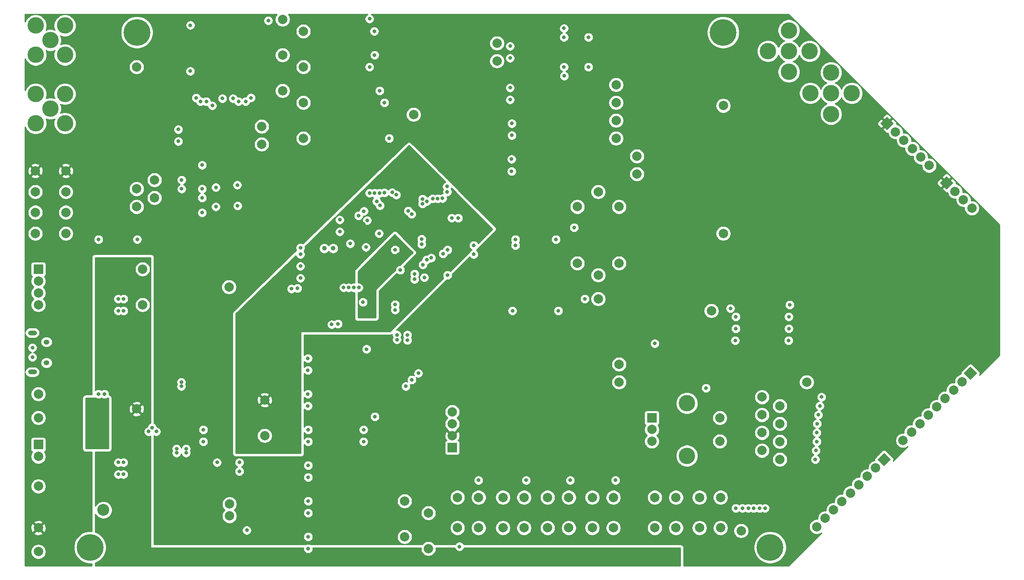
<source format=gbr>
%TF.GenerationSoftware,KiCad,Pcbnew,(5.1.10-1-10_14)*%
%TF.CreationDate,2021-06-11T06:32:06+09:00*%
%TF.ProjectId,demo32,64656d6f-3332-42e6-9b69-6361645f7063,rev?*%
%TF.SameCoordinates,Original*%
%TF.FileFunction,Copper,L3,Inr*%
%TF.FilePolarity,Positive*%
%FSLAX46Y46*%
G04 Gerber Fmt 4.6, Leading zero omitted, Abs format (unit mm)*
G04 Created by KiCad (PCBNEW (5.1.10-1-10_14)) date 2021-06-11 06:32:06*
%MOMM*%
%LPD*%
G01*
G04 APERTURE LIST*
%TA.AperFunction,ComponentPad*%
%ADD10C,2.000000*%
%TD*%
%TA.AperFunction,ComponentPad*%
%ADD11C,5.700000*%
%TD*%
%TA.AperFunction,ComponentPad*%
%ADD12R,2.000000X2.000000*%
%TD*%
%TA.AperFunction,ComponentPad*%
%ADD13O,1.250000X1.050000*%
%TD*%
%TA.AperFunction,ComponentPad*%
%ADD14O,1.900000X1.000000*%
%TD*%
%TA.AperFunction,ComponentPad*%
%ADD15C,1.000000*%
%TD*%
%TA.AperFunction,ComponentPad*%
%ADD16C,3.500000*%
%TD*%
%TA.AperFunction,ComponentPad*%
%ADD17C,0.100000*%
%TD*%
%TA.AperFunction,ComponentPad*%
%ADD18C,2.540000*%
%TD*%
%TA.AperFunction,ViaPad*%
%ADD19C,0.800000*%
%TD*%
%TA.AperFunction,Conductor*%
%ADD20C,0.254000*%
%TD*%
%TA.AperFunction,Conductor*%
%ADD21C,0.100000*%
%TD*%
G04 APERTURE END LIST*
D10*
%TO.N,GND*%
%TO.C,TPGND8*%
X74930000Y-32385000D03*
%TD*%
%TO.N,GND*%
%TO.C,TPGND7*%
X200025000Y-40640000D03*
%TD*%
%TO.N,GND*%
%TO.C,TPGND6*%
X94615000Y-79375000D03*
%TD*%
%TO.N,GND*%
%TO.C,TPGND5*%
X133985000Y-42545000D03*
%TD*%
%TO.N,GND*%
%TO.C,TPGND4*%
X200025000Y-67945000D03*
%TD*%
%TO.N,GND*%
%TO.C,TPGND3*%
X217805000Y-99695000D03*
%TD*%
%TO.N,GND*%
%TO.C,TPGND2*%
X203835000Y-131445000D03*
%TD*%
D11*
%TO.N,GND*%
%TO.C,H4*%
X65000000Y-135000000D03*
%TD*%
%TO.N,GND*%
%TO.C,H3*%
X210000000Y-135000000D03*
%TD*%
%TO.N,GND*%
%TO.C,H2*%
X200000000Y-25000000D03*
%TD*%
%TO.N,GND*%
%TO.C,H1*%
X75000000Y-25000000D03*
%TD*%
D12*
%TO.N,/EXTVIN-*%
%TO.C,J108*%
X53975000Y-75565000D03*
D10*
%TO.N,/EXTVIN+*%
X53975000Y-78105000D03*
X53975000Y-80645000D03*
%TO.N,/EXTVIN-*%
X53975000Y-83185000D03*
%TD*%
%TO.N,/VLIPO-*%
%TO.C,J10*%
X53975000Y-115570000D03*
D12*
%TO.N,/VLIPO+*%
X53975000Y-113030000D03*
%TD*%
D10*
%TO.N,Net-(C13-Pad2)*%
%TO.C,SW1*%
X53340000Y-67945000D03*
%TO.N,GND*%
X53340000Y-63445000D03*
%TO.N,Net-(C13-Pad2)*%
X59840000Y-67945000D03*
%TO.N,GND*%
X59840000Y-63445000D03*
%TD*%
%TO.N,Net-(R15-Pad1)*%
%TO.C,SW103*%
X53340000Y-59055000D03*
%TO.N,+3V3*%
X53340000Y-54555000D03*
%TO.N,Net-(R15-Pad1)*%
X59840000Y-59055000D03*
%TO.N,+3V3*%
X59840000Y-54555000D03*
%TD*%
D13*
%TO.N,GND*%
%TO.C,J9*%
X55705000Y-91120000D03*
X55705000Y-95570000D03*
D14*
X52705000Y-89170000D03*
X52705000Y-97520000D03*
%TD*%
D10*
%TO.N,Net-(R113-Pad2)*%
%TO.C,SW113*%
X147848000Y-130810000D03*
%TO.N,GND*%
X143348000Y-130810000D03*
%TO.N,Net-(R113-Pad2)*%
X147848000Y-124310000D03*
%TO.N,GND*%
X143348000Y-124310000D03*
%TD*%
%TO.N,Net-(R112-Pad2)*%
%TO.C,SW112*%
X176585000Y-130810000D03*
%TO.N,GND*%
X172085000Y-130810000D03*
%TO.N,Net-(R112-Pad2)*%
X176585000Y-124310000D03*
%TO.N,GND*%
X172085000Y-124310000D03*
%TD*%
%TO.N,Net-(R111-Pad2)*%
%TO.C,SW111*%
X167060000Y-130810000D03*
%TO.N,GND*%
X162560000Y-130810000D03*
%TO.N,Net-(R111-Pad2)*%
X167060000Y-124310000D03*
%TO.N,GND*%
X162560000Y-124310000D03*
%TD*%
%TO.N,Net-(R110-Pad2)*%
%TO.C,SW110*%
X157535000Y-130810000D03*
%TO.N,GND*%
X153035000Y-130810000D03*
%TO.N,Net-(R110-Pad2)*%
X157535000Y-124310000D03*
%TO.N,GND*%
X153035000Y-124310000D03*
%TD*%
D15*
%TO.N,Net-(C11-Pad1)*%
%TO.C,Y2*%
X116835000Y-71120000D03*
%TO.N,Net-(C12-Pad1)*%
X114935000Y-71120000D03*
%TD*%
D10*
%TO.N,/VLIPO+*%
%TO.C,TPVLIPO1*%
X53975000Y-107315000D03*
%TD*%
%TO.N,V+*%
%TO.C,TPVIN5*%
X74930000Y-105410000D03*
%TD*%
%TO.N,/EXTVIN+*%
%TO.C,TPVEXT1*%
X76200000Y-75565000D03*
%TD*%
%TO.N,VBUS*%
%TO.C,TPVBUS5*%
X53975000Y-102235000D03*
%TD*%
%TO.N,/MCU_3V3*%
%TO.C,TPMV3*%
X102235000Y-103505000D03*
%TD*%
%TO.N,GNDM*%
%TO.C,TPMV0*%
X102235000Y-111125000D03*
%TD*%
%TO.N,GND*%
%TO.C,TPGND1*%
X53975000Y-135890000D03*
%TD*%
%TO.N,/VLIPO-*%
%TO.C,TPGLIPO1*%
X53975000Y-121920000D03*
%TD*%
%TO.N,/EXTVIN-*%
%TO.C,TPGEXT1*%
X76200000Y-83185000D03*
%TD*%
%TO.N,+3V3*%
%TO.C,TP3V3*%
X53975000Y-130810000D03*
%TD*%
%TO.N,/COIL_DRIVE*%
%TO.C,TP2A1*%
X197485000Y-84455000D03*
%TD*%
%TO.N,/OLED_SDA1*%
%TO.C,TP62*%
X177800000Y-99695000D03*
%TD*%
%TO.N,/OLED_SCL1*%
%TO.C,TP61*%
X177800000Y-95885000D03*
%TD*%
%TO.N,/ACCEL_SDA*%
%TO.C,TP59*%
X74930000Y-62230000D03*
%TD*%
%TO.N,/ACCEL_SCL*%
%TO.C,TP58*%
X78740000Y-60325000D03*
%TD*%
%TO.N,/ACCEL_AVDD*%
%TO.C,TP57*%
X78740000Y-56515000D03*
%TD*%
%TO.N,/LED_BLUE*%
%TO.C,TP56*%
X137160000Y-135255000D03*
%TD*%
%TO.N,/SDIO_CMD*%
%TO.C,TP54*%
X110490000Y-32385000D03*
%TD*%
%TO.N,/SDIO_CLK*%
%TO.C,TP53*%
X106045000Y-29845000D03*
%TD*%
%TO.N,/SDIO_D3*%
%TO.C,TP52*%
X106045000Y-37465000D03*
%TD*%
%TO.N,/SDIO_D2*%
%TO.C,TP51*%
X110490000Y-40005000D03*
%TD*%
%TO.N,/LED_YELLOW*%
%TO.C,TP50*%
X132080000Y-132715000D03*
%TD*%
%TO.N,/LED_GREEN*%
%TO.C,TP49*%
X137160000Y-127635000D03*
%TD*%
%TO.N,/LED_RED*%
%TO.C,TP46*%
X132080000Y-125095000D03*
%TD*%
%TO.N,/SDIO_SW*%
%TO.C,TP41*%
X110490000Y-47625000D03*
%TD*%
%TO.N,/SDIO_D1*%
%TO.C,TP40*%
X106045000Y-22225000D03*
%TD*%
%TO.N,/SDIO_D0*%
%TO.C,TP39*%
X110490000Y-24765000D03*
%TD*%
%TO.N,Net-(R117-Pad2)*%
%TO.C,TP38*%
X212090000Y-116205000D03*
%TD*%
%TO.N,Net-(R116-Pad2)*%
%TO.C,TP37*%
X208280000Y-114300000D03*
%TD*%
%TO.N,/MRAM_SI*%
%TO.C,TP36*%
X173355000Y-76835000D03*
%TD*%
%TO.N,/MRAM_SO*%
%TO.C,TP35*%
X168910000Y-74295000D03*
%TD*%
%TO.N,/MRAM_CLK*%
%TO.C,TP34*%
X168910000Y-62230000D03*
%TD*%
%TO.N,/MRAM_~CS*%
%TO.C,TP33*%
X173355000Y-59055000D03*
%TD*%
%TO.N,/SERIAL_RX3_SDA2*%
%TO.C,TP30*%
X181610000Y-55245000D03*
%TD*%
%TO.N,/SERIAL_TX3_SCL2*%
%TO.C,TP29*%
X181610000Y-51435000D03*
%TD*%
%TO.N,/ACCEL_INT*%
%TO.C,TP28*%
X74930000Y-58420000D03*
%TD*%
%TO.N,/MRAM_~HOLD*%
%TO.C,TP27*%
X177800000Y-62230000D03*
%TD*%
%TO.N,/MRAM_~WP*%
%TO.C,TP26*%
X177800000Y-74295000D03*
%TD*%
%TO.N,Net-(R115-Pad2)*%
%TO.C,TP25*%
X212090000Y-112395000D03*
%TD*%
%TO.N,Net-(R114-Pad2)*%
%TO.C,TP24*%
X208280000Y-110490000D03*
%TD*%
%TO.N,/SPI1_MOSI*%
%TO.C,TP23*%
X177165000Y-47625000D03*
%TD*%
%TO.N,/SPI1_MISO*%
%TO.C,TP22*%
X177165000Y-43815000D03*
%TD*%
%TO.N,/SPI1_SCK*%
%TO.C,TP21*%
X177165000Y-40005000D03*
%TD*%
%TO.N,/SPI1_~SS*%
%TO.C,TP20*%
X177165000Y-36195000D03*
%TD*%
%TO.N,/MSPI1_SCK_DAC2*%
%TO.C,TP17*%
X151765000Y-31115000D03*
%TD*%
%TO.N,/MSPI1_~SS~_DAC1*%
%TO.C,TP16*%
X151765000Y-27305000D03*
%TD*%
%TO.N,/MADC1*%
%TO.C,TP15*%
X101600000Y-48895000D03*
%TD*%
%TO.N,/MADC0*%
%TO.C,TP14*%
X101600000Y-45085000D03*
%TD*%
%TO.N,Net-(R113-Pad2)*%
%TO.C,TP11*%
X212090000Y-108585000D03*
%TD*%
%TO.N,Net-(R112-Pad2)*%
%TO.C,TP10*%
X208280000Y-106680000D03*
%TD*%
%TO.N,Net-(R111-Pad2)*%
%TO.C,TP9*%
X212090000Y-104775000D03*
%TD*%
%TO.N,Net-(R110-Pad2)*%
%TO.C,TP8*%
X208280000Y-102870000D03*
%TD*%
%TO.N,/RELAY*%
%TO.C,TP2*%
X173355000Y-81915000D03*
%TD*%
%TO.N,GND*%
%TO.C,SW102*%
X199285000Y-112315000D03*
%TO.N,Net-(R17-Pad2)*%
X199285000Y-107315000D03*
D16*
%TO.N,N/C*%
X192285000Y-115415000D03*
X192285000Y-104215000D03*
D10*
%TO.N,Net-(R116-Pad2)*%
X184785000Y-112315000D03*
%TO.N,GND*%
X184785000Y-109815000D03*
D12*
%TO.N,Net-(R117-Pad2)*%
X184785000Y-107315000D03*
%TD*%
D10*
%TO.N,Net-(R115-Pad2)*%
%TO.C,SW4*%
X199445000Y-130810000D03*
%TO.N,GND*%
X194945000Y-130810000D03*
%TO.N,Net-(R115-Pad2)*%
X199445000Y-124310000D03*
%TO.N,GND*%
X194945000Y-124310000D03*
%TD*%
%TO.N,Net-(R114-Pad2)*%
%TO.C,SW3*%
X189920000Y-130810000D03*
%TO.N,GND*%
X185420000Y-130810000D03*
%TO.N,Net-(R114-Pad2)*%
X189920000Y-124310000D03*
%TO.N,GND*%
X185420000Y-124310000D03*
%TD*%
%TO.N,GND*%
%TO.C,J109*%
X243930256Y-53430256D03*
%TO.N,/SPI1_MOSI*%
X242134205Y-51634205D03*
%TO.N,/SPI1_MISO*%
X240338154Y-49838154D03*
%TO.N,/SPI1_SCK*%
X238542102Y-48042102D03*
%TO.N,/SPI1_~SS*%
X236746051Y-46246051D03*
%TA.AperFunction,ComponentPad*%
D17*
%TO.N,+3V3*%
G36*
X233535786Y-44450000D02*
G01*
X234950000Y-43035786D01*
X236364214Y-44450000D01*
X234950000Y-45864214D01*
X233535786Y-44450000D01*
G37*
%TD.AperFunction*%
%TD*%
%TA.AperFunction,ComponentPad*%
%TO.N,/KA.NC*%
%TO.C,J107*%
G36*
X252730000Y-96375786D02*
G01*
X254144214Y-97790000D01*
X252730000Y-99204214D01*
X251315786Y-97790000D01*
X252730000Y-96375786D01*
G37*
%TD.AperFunction*%
D10*
%TO.N,/KA.COM*%
X250933949Y-99586051D03*
X249137898Y-101382102D03*
%TO.N,/KA.NO*%
X247341846Y-103178154D03*
%TO.N,/KB.NO*%
X245545795Y-104974205D03*
%TO.N,/KB.COM*%
X243749744Y-106770256D03*
X241953693Y-108566307D03*
%TO.N,/KB.NC*%
X240157641Y-110362359D03*
%TO.N,GND*%
X238361590Y-112158410D03*
%TD*%
%TA.AperFunction,ComponentPad*%
D17*
%TO.N,/EXP0*%
%TO.C,J106*%
G36*
X234315000Y-114790786D02*
G01*
X235729214Y-116205000D01*
X234315000Y-117619214D01*
X232900786Y-116205000D01*
X234315000Y-114790786D01*
G37*
%TD.AperFunction*%
D10*
%TO.N,/EXP1*%
X232518949Y-118001051D03*
%TO.N,/EXP2*%
X230722898Y-119797102D03*
%TO.N,/EXP3*%
X228926846Y-121593154D03*
%TO.N,/EXP4*%
X227130795Y-123389205D03*
%TO.N,/EXP5*%
X225334744Y-125185256D03*
%TO.N,/EXP6*%
X223538693Y-126981307D03*
%TO.N,/EXP7*%
X221742641Y-128777359D03*
%TO.N,GND*%
X219946590Y-130573410D03*
%TD*%
%TA.AperFunction,ComponentPad*%
D17*
%TO.N,+3V3*%
%TO.C,J105*%
G36*
X246235786Y-57150000D02*
G01*
X247650000Y-55735786D01*
X249064214Y-57150000D01*
X247650000Y-58564214D01*
X246235786Y-57150000D01*
G37*
%TD.AperFunction*%
D10*
%TO.N,/SERIAL_TX3_SCL2*%
X249446051Y-58946051D03*
%TO.N,/SERIAL_RX3_SDA2*%
X251242102Y-60742102D03*
%TO.N,GND*%
X253038154Y-62538154D03*
%TD*%
D16*
%TO.N,GND*%
%TO.C,J104*%
X218573512Y-38000000D03*
%TO.N,/OUT_DAC2_PWM2.4*%
X223000000Y-38000000D03*
%TO.N,GND*%
X223000000Y-33573512D03*
X223000000Y-42426488D03*
X227426488Y-38000000D03*
%TD*%
%TO.N,GND*%
%TO.C,J103*%
X209573512Y-29000000D03*
%TO.N,/OUT_DAC1_PWM2.3*%
X214000000Y-29000000D03*
%TO.N,GND*%
X214000000Y-24573512D03*
X214000000Y-33426488D03*
X218426488Y-29000000D03*
%TD*%
%TO.N,GND*%
%TO.C,J102*%
X53385000Y-38145000D03*
%TO.N,/IN_ADC1*%
X56515000Y-41275000D03*
%TO.N,GND*%
X59645000Y-38145000D03*
X53385000Y-44405000D03*
X59645000Y-44405000D03*
%TD*%
%TO.N,GND*%
%TO.C,J101*%
X53385000Y-23540000D03*
%TO.N,/IN_ADC0*%
X56515000Y-26670000D03*
%TO.N,GND*%
X59645000Y-23540000D03*
X53385000Y-29800000D03*
X59645000Y-29800000D03*
%TD*%
D10*
%TO.N,Net-(BT101-Pad2)*%
%TO.C,BT101*%
X94730000Y-125730000D03*
D18*
%TO.N,GND*%
X67830000Y-127000000D03*
D10*
%TO.N,Net-(BT101-Pad2)*%
X94730000Y-128270000D03*
%TD*%
D12*
%TO.N,GND*%
%TO.C,A101*%
X142240000Y-113665000D03*
D10*
%TO.N,+3V3*%
X142240000Y-111125000D03*
%TO.N,/OLED_SCL1*%
X142240000Y-108585000D03*
%TO.N,/OLED_SDA1*%
X142240000Y-106045000D03*
%TD*%
D19*
%TO.N,GND*%
X70993000Y-81915000D03*
X70993000Y-84455000D03*
X72136000Y-84455000D03*
X72136000Y-81915000D03*
X70993000Y-116840000D03*
X72136000Y-116840000D03*
X70993000Y-119380000D03*
X72136000Y-119380000D03*
X66802000Y-102235000D03*
X68072000Y-102235000D03*
X77469994Y-110235994D03*
X85471000Y-114808000D03*
X83439000Y-114807964D03*
X83439000Y-113919000D03*
X85471000Y-113919000D03*
X84455000Y-100584000D03*
X84455000Y-99695000D03*
X92075000Y-116840000D03*
X84518500Y-58420000D03*
X84518500Y-56515000D03*
X75057000Y-69215000D03*
X66802000Y-69215000D03*
X79120998Y-110236000D03*
X177038000Y-120650000D03*
X167386000Y-120650000D03*
X157988000Y-120650000D03*
X147828000Y-120650000D03*
X170497500Y-81915000D03*
X185420000Y-91440000D03*
X102997000Y-22479000D03*
X86385000Y-23470000D03*
X86364000Y-33270000D03*
X99290000Y-38965000D03*
X91059000Y-40640000D03*
X87630000Y-38989000D03*
X166052500Y-24130000D03*
X166052500Y-26035000D03*
X166052500Y-32385000D03*
X166116000Y-34290000D03*
X91821000Y-62230000D03*
X96393000Y-57594500D03*
X96456500Y-62039500D03*
X52705000Y-92329000D03*
X52705000Y-94361000D03*
X91821000Y-58102500D03*
X89154000Y-109855000D03*
X89154000Y-112395000D03*
X155702000Y-70485000D03*
%TO.N,+3V3*%
X89154000Y-100584000D03*
X89154000Y-99695000D03*
X89154000Y-102235000D03*
X89154000Y-104775000D03*
X84518500Y-62230000D03*
X84518500Y-60325000D03*
X66802000Y-71120000D03*
X129794000Y-120015000D03*
X129794000Y-117475000D03*
X129794000Y-112268000D03*
X129794000Y-109728000D03*
X129794000Y-104648000D03*
X129794000Y-103378000D03*
X129794000Y-97028000D03*
X129794000Y-94615000D03*
X200914000Y-100965000D03*
X170561000Y-99060000D03*
X170561000Y-96520000D03*
X164338000Y-66675000D03*
X95631000Y-40640000D03*
X170497500Y-52070000D03*
X170497500Y-54610000D03*
X95115000Y-62031500D03*
%TO.N,/MCU_3V3*%
X136271000Y-57023000D03*
X130048000Y-81915000D03*
X123380500Y-65913000D03*
X136779000Y-76200000D03*
X143891000Y-69215000D03*
%TO.N,VBAT*%
X96837500Y-116840000D03*
X96837500Y-118745000D03*
X120459500Y-70104000D03*
%TO.N,+3V3A*%
X125285500Y-84264500D03*
X125285500Y-83121500D03*
X125285500Y-81915000D03*
X130746500Y-72453500D03*
%TO.N,V+*%
X70739000Y-76835000D03*
X72136000Y-76835000D03*
X70738998Y-74295000D03*
X72136000Y-74295000D03*
X201549000Y-83947000D03*
X170307000Y-137922000D03*
X172085000Y-137922000D03*
X173863000Y-137922000D03*
%TO.N,/OUT_DAC2_PWM2.4*%
X171259500Y-32385000D03*
%TO.N,/BLUE_OTGEN*%
X78229500Y-109407394D03*
X98425000Y-131318000D03*
%TO.N,/SDIO_D2*%
X98171000Y-39751000D03*
%TO.N,/SDIO_D3*%
X96647000Y-39751000D03*
%TO.N,/SDIO_CMD*%
X95504000Y-39116000D03*
%TO.N,/SDIO_CLK*%
X93218000Y-39116000D03*
%TO.N,/SDIO_D0*%
X89789000Y-39751000D03*
%TO.N,/SDIO_D1*%
X88519000Y-39751000D03*
%TO.N,/IN_ADC0*%
X83820000Y-45720000D03*
%TO.N,/IN_ADC1*%
X83820000Y-48260000D03*
%TO.N,/OUT_DAC1_PWM2.3*%
X171259500Y-26035000D03*
%TO.N,/EXP0*%
X220980000Y-102870000D03*
%TO.N,/EXP1*%
X220599000Y-104775000D03*
%TO.N,/EXP2*%
X220281500Y-106680000D03*
%TO.N,/EXP3*%
X220027500Y-108585000D03*
%TO.N,/EXP4*%
X219964000Y-110490000D03*
%TO.N,/EXP5*%
X219964000Y-112395000D03*
%TO.N,/EXP6*%
X219773500Y-114300000D03*
%TO.N,/EXP7*%
X219646500Y-116205000D03*
%TO.N,/COIL*%
X214185500Y-83185000D03*
X164846000Y-84455000D03*
%TO.N,VLIPO*%
X67056000Y-104140000D03*
X67945000Y-107569000D03*
X67945000Y-113284000D03*
%TO.N,Net-(R17-Pad2)*%
X196342000Y-100965000D03*
X126111000Y-61087000D03*
X123952000Y-92646500D03*
%TO.N,Net-(R110-Pad2)*%
X135001000Y-97790000D03*
X202692000Y-126619000D03*
%TO.N,Net-(R111-Pad2)*%
X133604000Y-99187000D03*
X204089000Y-126619000D03*
%TO.N,Net-(R112-Pad2)*%
X132334000Y-100584000D03*
X205359000Y-126619000D03*
%TO.N,Net-(R113-Pad2)*%
X125730000Y-107061000D03*
X206502000Y-126619000D03*
X143764000Y-134810500D03*
%TO.N,Net-(R114-Pad2)*%
X207772000Y-126619000D03*
X123317000Y-109855000D03*
%TO.N,Net-(R115-Pad2)*%
X123317000Y-112395000D03*
X208915000Y-126619000D03*
%TO.N,/MADC0*%
X109212439Y-79652214D03*
%TO.N,/MADC1*%
X107950000Y-79756000D03*
%TO.N,/MSPI1_~SS~_DAC1*%
X134175500Y-76581000D03*
X154559000Y-27940000D03*
X154559000Y-36830000D03*
%TO.N,/MSPI1_SCK_DAC2*%
X134175500Y-77724000D03*
X135953500Y-74612500D03*
X154559000Y-30480000D03*
X154559000Y-39370000D03*
%TO.N,/MRAM_~WP*%
X168211500Y-66675000D03*
X155702000Y-69215000D03*
%TO.N,/MRAM_CLK*%
X164338000Y-69215000D03*
%TO.N,/COIL_DRIVE*%
X155067000Y-84455000D03*
%TO.N,/MRELAY*%
X123825000Y-70866000D03*
X123190000Y-82613500D03*
%TO.N,/MEXP0*%
X111442500Y-94615000D03*
X119062500Y-79502000D03*
%TO.N,/MEXP1*%
X111442500Y-97155000D03*
X120142000Y-79502000D03*
%TO.N,/MEXP2*%
X111442500Y-102235000D03*
X121221500Y-79502000D03*
%TO.N,/MEXP3*%
X122301000Y-79502000D03*
X111442500Y-104775000D03*
%TO.N,/MSPI1_MISO*%
X135699500Y-69151500D03*
X154940000Y-44450000D03*
%TO.N,/MSPI1_MOSI*%
X135699500Y-70231000D03*
X154940000Y-46990000D03*
%TO.N,/MEXP4*%
X136779000Y-73533000D03*
X111506000Y-109855000D03*
%TO.N,/MEXP5*%
X111506000Y-112395000D03*
X137731500Y-73152000D03*
%TO.N,/MSERIAL_TX3_SCL2*%
X140271500Y-72263000D03*
X154876500Y-52070000D03*
%TO.N,/MSERIAL_RX3_SDA2*%
X141224000Y-71437500D03*
X154876500Y-54673500D03*
%TO.N,/MEXP6*%
X111506000Y-117475000D03*
X142113000Y-64643000D03*
%TO.N,/MEXP7*%
X111506000Y-120015000D03*
X143510000Y-64643000D03*
%TO.N,/MSDIO_D0*%
X125603000Y-24765000D03*
X140144500Y-60452000D03*
%TO.N,/MSDIO_D1*%
X124587000Y-22098000D03*
X139128500Y-60515500D03*
%TO.N,/MSDIO_SW*%
X128778000Y-47625000D03*
X138049000Y-60515500D03*
%TO.N,/MUSB_VBUS*%
X136779000Y-61087000D03*
X132651500Y-90741500D03*
%TO.N,/MUSB_ID*%
X135890000Y-61595000D03*
X132651500Y-89598500D03*
%TO.N,/MUSB_DM*%
X133567010Y-63822811D03*
X130429000Y-90614500D03*
%TO.N,/MUSB_DP*%
X132836808Y-63112769D03*
X130429000Y-89598500D03*
%TO.N,/MLED_RED*%
X111506000Y-125095000D03*
X135890000Y-60579000D03*
%TO.N,/MLED_GREEN*%
X111506000Y-127635000D03*
X130302000Y-59690000D03*
%TO.N,/MLED_YELLOW*%
X111506000Y-132715000D03*
X129413000Y-59182000D03*
%TO.N,/MSDIO_D2*%
X127762000Y-59245500D03*
X127762000Y-40005000D03*
%TO.N,/MSDIO_D3*%
X126746000Y-59309000D03*
X126746000Y-37465000D03*
%TO.N,/MSDIO_CLK*%
X125666500Y-59309000D03*
X125666500Y-29845000D03*
%TO.N,/MSDIO_CMD*%
X124587000Y-59309000D03*
X124587000Y-32385000D03*
%TO.N,/MLED_BLUE*%
X111506000Y-135255000D03*
X126809500Y-61976000D03*
%TO.N,/MOLED_SCL1*%
X117856000Y-87249000D03*
X123380500Y-63182500D03*
%TO.N,/MOLED_SDA1*%
X116522500Y-87376000D03*
X122237500Y-64135000D03*
%TO.N,GNDM*%
X118237000Y-67564010D03*
X118237000Y-65024000D03*
X109855000Y-72390000D03*
X109855000Y-74930000D03*
X109855000Y-77470000D03*
X130048006Y-83121500D03*
X130048000Y-84261956D03*
X124079000Y-65151000D03*
X130048000Y-71437500D03*
X141160500Y-59055000D03*
X131127500Y-75755500D03*
X141097000Y-57912000D03*
X109855000Y-70993000D03*
X141224000Y-76835000D03*
X146812000Y-70485000D03*
X146812000Y-72390000D03*
X136271000Y-77343000D03*
X126619000Y-67945000D03*
%TO.N,/ACCEL_SCL*%
X88900000Y-60325000D03*
X88900000Y-63499998D03*
%TO.N,/ACCEL_INT*%
X88900000Y-58420000D03*
X88900000Y-53340000D03*
%TO.N,/KA.NO*%
X213931500Y-90805000D03*
%TO.N,/KA.COM*%
X213995000Y-88265000D03*
%TO.N,/KA.NC*%
X213995000Y-85725000D03*
%TO.N,/KB.NO*%
X202565000Y-90805000D03*
%TO.N,/KB.COM*%
X202692000Y-88265000D03*
%TO.N,/KB.NC*%
X202692000Y-85725000D03*
%TD*%
D20*
%TO.N,/MCU_3V3*%
X140754137Y-56933743D02*
X140606744Y-56994795D01*
X140437226Y-57108063D01*
X140293063Y-57252226D01*
X140179795Y-57421744D01*
X140101774Y-57610102D01*
X140062000Y-57810061D01*
X140062000Y-58013939D01*
X140101774Y-58213898D01*
X140179795Y-58402256D01*
X140265830Y-58531017D01*
X140243295Y-58564744D01*
X140165274Y-58753102D01*
X140125500Y-58953061D01*
X140125500Y-59156939D01*
X140165274Y-59356898D01*
X140190169Y-59417000D01*
X140042561Y-59417000D01*
X139842602Y-59456774D01*
X139654244Y-59534795D01*
X139581997Y-59583069D01*
X139430398Y-59520274D01*
X139230439Y-59480500D01*
X139026561Y-59480500D01*
X138826602Y-59520274D01*
X138638244Y-59598295D01*
X138588750Y-59631366D01*
X138539256Y-59598295D01*
X138350898Y-59520274D01*
X138150939Y-59480500D01*
X137947061Y-59480500D01*
X137747102Y-59520274D01*
X137558744Y-59598295D01*
X137389226Y-59711563D01*
X137245063Y-59855726D01*
X137131795Y-60025244D01*
X137100819Y-60100026D01*
X137080898Y-60091774D01*
X136880939Y-60052000D01*
X136782654Y-60052000D01*
X136693937Y-59919226D01*
X136549774Y-59775063D01*
X136380256Y-59661795D01*
X136191898Y-59583774D01*
X135991939Y-59544000D01*
X135788061Y-59544000D01*
X135588102Y-59583774D01*
X135399744Y-59661795D01*
X135230226Y-59775063D01*
X135086063Y-59919226D01*
X134972795Y-60088744D01*
X134894774Y-60277102D01*
X134855000Y-60477061D01*
X134855000Y-60680939D01*
X134894774Y-60880898D01*
X134972795Y-61069256D01*
X134984651Y-61087000D01*
X134972795Y-61104744D01*
X134894774Y-61293102D01*
X134855000Y-61493061D01*
X134855000Y-61696939D01*
X134894774Y-61896898D01*
X134972795Y-62085256D01*
X135086063Y-62254774D01*
X135230226Y-62398937D01*
X135399744Y-62512205D01*
X135588102Y-62590226D01*
X135788061Y-62630000D01*
X135991939Y-62630000D01*
X136191898Y-62590226D01*
X136380256Y-62512205D01*
X136549774Y-62398937D01*
X136693937Y-62254774D01*
X136782654Y-62122000D01*
X136880939Y-62122000D01*
X137080898Y-62082226D01*
X137269256Y-62004205D01*
X137438774Y-61890937D01*
X137582937Y-61746774D01*
X137696205Y-61577256D01*
X137727181Y-61502474D01*
X137747102Y-61510726D01*
X137947061Y-61550500D01*
X138150939Y-61550500D01*
X138350898Y-61510726D01*
X138539256Y-61432705D01*
X138588750Y-61399634D01*
X138638244Y-61432705D01*
X138826602Y-61510726D01*
X139026561Y-61550500D01*
X139230439Y-61550500D01*
X139430398Y-61510726D01*
X139618756Y-61432705D01*
X139691003Y-61384431D01*
X139842602Y-61447226D01*
X140042561Y-61487000D01*
X140246439Y-61487000D01*
X140446398Y-61447226D01*
X140634756Y-61369205D01*
X140804274Y-61255937D01*
X140948437Y-61111774D01*
X141061705Y-60942256D01*
X141139726Y-60753898D01*
X141179500Y-60553939D01*
X141179500Y-60350061D01*
X141139726Y-60150102D01*
X141114831Y-60090000D01*
X141262439Y-60090000D01*
X141462398Y-60050226D01*
X141650756Y-59972205D01*
X141820274Y-59858937D01*
X141964437Y-59714774D01*
X142077705Y-59545256D01*
X142155726Y-59356898D01*
X142195500Y-59156939D01*
X142195500Y-58953061D01*
X142155726Y-58753102D01*
X142077705Y-58564744D01*
X141991670Y-58435983D01*
X142014205Y-58402256D01*
X142075257Y-58254863D01*
X150820394Y-67000000D01*
X147757453Y-70062941D01*
X147729205Y-69994744D01*
X147615937Y-69825226D01*
X147471774Y-69681063D01*
X147302256Y-69567795D01*
X147113898Y-69489774D01*
X146913939Y-69450000D01*
X146710061Y-69450000D01*
X146510102Y-69489774D01*
X146321744Y-69567795D01*
X146152226Y-69681063D01*
X146008063Y-69825226D01*
X145894795Y-69994744D01*
X145816774Y-70183102D01*
X145777000Y-70383061D01*
X145777000Y-70586939D01*
X145816774Y-70786898D01*
X145894795Y-70975256D01*
X146008063Y-71144774D01*
X146152226Y-71288937D01*
X146321744Y-71402205D01*
X146389941Y-71430453D01*
X146365881Y-71454513D01*
X146321744Y-71472795D01*
X146152226Y-71586063D01*
X146008063Y-71730226D01*
X145894795Y-71899744D01*
X145876513Y-71943881D01*
X141827159Y-75993235D01*
X141714256Y-75917795D01*
X141525898Y-75839774D01*
X141325939Y-75800000D01*
X141122061Y-75800000D01*
X140922102Y-75839774D01*
X140733744Y-75917795D01*
X140564226Y-76031063D01*
X140420063Y-76175226D01*
X140306795Y-76344744D01*
X140228774Y-76533102D01*
X140189000Y-76733061D01*
X140189000Y-76936939D01*
X140228774Y-77136898D01*
X140306795Y-77325256D01*
X140382235Y-77438159D01*
X128947394Y-88873000D01*
X110000000Y-88873000D01*
X109975224Y-88875440D01*
X109951399Y-88882667D01*
X109929443Y-88894403D01*
X109910197Y-88910197D01*
X109894403Y-88929443D01*
X109882667Y-88951399D01*
X109875440Y-88975224D01*
X109873000Y-89000000D01*
X109873000Y-114873000D01*
X96127000Y-114873000D01*
X96127000Y-110963967D01*
X100600000Y-110963967D01*
X100600000Y-111286033D01*
X100662832Y-111601912D01*
X100786082Y-111899463D01*
X100965013Y-112167252D01*
X101192748Y-112394987D01*
X101460537Y-112573918D01*
X101758088Y-112697168D01*
X102073967Y-112760000D01*
X102396033Y-112760000D01*
X102711912Y-112697168D01*
X103009463Y-112573918D01*
X103277252Y-112394987D01*
X103504987Y-112167252D01*
X103683918Y-111899463D01*
X103807168Y-111601912D01*
X103870000Y-111286033D01*
X103870000Y-110963967D01*
X103807168Y-110648088D01*
X103683918Y-110350537D01*
X103504987Y-110082748D01*
X103277252Y-109855013D01*
X103009463Y-109676082D01*
X102711912Y-109552832D01*
X102396033Y-109490000D01*
X102073967Y-109490000D01*
X101758088Y-109552832D01*
X101460537Y-109676082D01*
X101192748Y-109855013D01*
X100965013Y-110082748D01*
X100786082Y-110350537D01*
X100662832Y-110648088D01*
X100600000Y-110963967D01*
X96127000Y-110963967D01*
X96127000Y-104640413D01*
X101279192Y-104640413D01*
X101374956Y-104904814D01*
X101664571Y-105045704D01*
X101976108Y-105127384D01*
X102297595Y-105146718D01*
X102616675Y-105102961D01*
X102921088Y-104997795D01*
X103095044Y-104904814D01*
X103190808Y-104640413D01*
X102235000Y-103684605D01*
X101279192Y-104640413D01*
X96127000Y-104640413D01*
X96127000Y-103567595D01*
X100593282Y-103567595D01*
X100637039Y-103886675D01*
X100742205Y-104191088D01*
X100835186Y-104365044D01*
X101099587Y-104460808D01*
X102055395Y-103505000D01*
X102414605Y-103505000D01*
X103370413Y-104460808D01*
X103634814Y-104365044D01*
X103775704Y-104075429D01*
X103857384Y-103763892D01*
X103876718Y-103442405D01*
X103832961Y-103123325D01*
X103727795Y-102818912D01*
X103634814Y-102644956D01*
X103370413Y-102549192D01*
X102414605Y-103505000D01*
X102055395Y-103505000D01*
X101099587Y-102549192D01*
X100835186Y-102644956D01*
X100694296Y-102934571D01*
X100612616Y-103246108D01*
X100593282Y-103567595D01*
X96127000Y-103567595D01*
X96127000Y-102369587D01*
X101279192Y-102369587D01*
X102235000Y-103325395D01*
X103190808Y-102369587D01*
X103095044Y-102105186D01*
X102805429Y-101964296D01*
X102493892Y-101882616D01*
X102172405Y-101863282D01*
X101853325Y-101907039D01*
X101548912Y-102012205D01*
X101374956Y-102105186D01*
X101279192Y-102369587D01*
X96127000Y-102369587D01*
X96127000Y-87274061D01*
X115487500Y-87274061D01*
X115487500Y-87477939D01*
X115527274Y-87677898D01*
X115605295Y-87866256D01*
X115718563Y-88035774D01*
X115862726Y-88179937D01*
X116032244Y-88293205D01*
X116220602Y-88371226D01*
X116420561Y-88411000D01*
X116624439Y-88411000D01*
X116824398Y-88371226D01*
X117012756Y-88293205D01*
X117182274Y-88179937D01*
X117263993Y-88098218D01*
X117365744Y-88166205D01*
X117554102Y-88244226D01*
X117754061Y-88284000D01*
X117957939Y-88284000D01*
X118157898Y-88244226D01*
X118346256Y-88166205D01*
X118515774Y-88052937D01*
X118659937Y-87908774D01*
X118773205Y-87739256D01*
X118851226Y-87550898D01*
X118891000Y-87350939D01*
X118891000Y-87147061D01*
X118851226Y-86947102D01*
X118773205Y-86758744D01*
X118659937Y-86589226D01*
X118515774Y-86445063D01*
X118346256Y-86331795D01*
X118157898Y-86253774D01*
X117957939Y-86214000D01*
X117754061Y-86214000D01*
X117554102Y-86253774D01*
X117365744Y-86331795D01*
X117196226Y-86445063D01*
X117114507Y-86526782D01*
X117012756Y-86458795D01*
X116824398Y-86380774D01*
X116624439Y-86341000D01*
X116420561Y-86341000D01*
X116220602Y-86380774D01*
X116032244Y-86458795D01*
X115862726Y-86572063D01*
X115718563Y-86716226D01*
X115605295Y-86885744D01*
X115527274Y-87074102D01*
X115487500Y-87274061D01*
X96127000Y-87274061D01*
X96127000Y-85053627D01*
X101676554Y-79654061D01*
X106915000Y-79654061D01*
X106915000Y-79857939D01*
X106954774Y-80057898D01*
X107032795Y-80246256D01*
X107146063Y-80415774D01*
X107290226Y-80559937D01*
X107459744Y-80673205D01*
X107648102Y-80751226D01*
X107848061Y-80791000D01*
X108051939Y-80791000D01*
X108251898Y-80751226D01*
X108440256Y-80673205D01*
X108609774Y-80559937D01*
X108649115Y-80520596D01*
X108722183Y-80569419D01*
X108910541Y-80647440D01*
X109110500Y-80687214D01*
X109314378Y-80687214D01*
X109514337Y-80647440D01*
X109702695Y-80569419D01*
X109872213Y-80456151D01*
X110016376Y-80311988D01*
X110129644Y-80142470D01*
X110207665Y-79954112D01*
X110247439Y-79754153D01*
X110247439Y-79550275D01*
X110217560Y-79400061D01*
X118027500Y-79400061D01*
X118027500Y-79603939D01*
X118067274Y-79803898D01*
X118145295Y-79992256D01*
X118258563Y-80161774D01*
X118402726Y-80305937D01*
X118572244Y-80419205D01*
X118760602Y-80497226D01*
X118960561Y-80537000D01*
X119164439Y-80537000D01*
X119364398Y-80497226D01*
X119552756Y-80419205D01*
X119602250Y-80386134D01*
X119651744Y-80419205D01*
X119840102Y-80497226D01*
X120040061Y-80537000D01*
X120243939Y-80537000D01*
X120443898Y-80497226D01*
X120632256Y-80419205D01*
X120681750Y-80386134D01*
X120731244Y-80419205D01*
X120919602Y-80497226D01*
X121119561Y-80537000D01*
X121323439Y-80537000D01*
X121365000Y-80528733D01*
X121365000Y-86062500D01*
X121379213Y-86196097D01*
X121417205Y-86314640D01*
X121477593Y-86423493D01*
X121558057Y-86518473D01*
X121655505Y-86595930D01*
X121766191Y-86652888D01*
X121885863Y-86687158D01*
X122009921Y-86697422D01*
X126009921Y-86634922D01*
X126123882Y-86622799D01*
X126243004Y-86586664D01*
X126352787Y-86527983D01*
X126449013Y-86449013D01*
X126527983Y-86352787D01*
X126586664Y-86243004D01*
X126622799Y-86123882D01*
X126635000Y-86000000D01*
X126635000Y-84160017D01*
X129013000Y-84160017D01*
X129013000Y-84363895D01*
X129052774Y-84563854D01*
X129130795Y-84752212D01*
X129244063Y-84921730D01*
X129388226Y-85065893D01*
X129557744Y-85179161D01*
X129746102Y-85257182D01*
X129946061Y-85296956D01*
X130149939Y-85296956D01*
X130349898Y-85257182D01*
X130538256Y-85179161D01*
X130707774Y-85065893D01*
X130851937Y-84921730D01*
X130965205Y-84752212D01*
X131043226Y-84563854D01*
X131083000Y-84363895D01*
X131083000Y-84160017D01*
X131043226Y-83960058D01*
X130965205Y-83771700D01*
X130911773Y-83691732D01*
X130965211Y-83611756D01*
X131043232Y-83423398D01*
X131083006Y-83223439D01*
X131083006Y-83019561D01*
X131043232Y-82819602D01*
X130965211Y-82631244D01*
X130851943Y-82461726D01*
X130707780Y-82317563D01*
X130538262Y-82204295D01*
X130349904Y-82126274D01*
X130149945Y-82086500D01*
X129946067Y-82086500D01*
X129746108Y-82126274D01*
X129557750Y-82204295D01*
X129388232Y-82317563D01*
X129244069Y-82461726D01*
X129130801Y-82631244D01*
X129052780Y-82819602D01*
X129013006Y-83019561D01*
X129013006Y-83223439D01*
X129052780Y-83423398D01*
X129130801Y-83611756D01*
X129184233Y-83691724D01*
X129130795Y-83771700D01*
X129052774Y-83960058D01*
X129013000Y-84160017D01*
X126635000Y-84160017D01*
X126635000Y-80263026D01*
X130403158Y-76494869D01*
X130467726Y-76559437D01*
X130637244Y-76672705D01*
X130825602Y-76750726D01*
X131025561Y-76790500D01*
X131229439Y-76790500D01*
X131429398Y-76750726D01*
X131617756Y-76672705D01*
X131787274Y-76559437D01*
X131867650Y-76479061D01*
X133140500Y-76479061D01*
X133140500Y-76682939D01*
X133180274Y-76882898D01*
X133258295Y-77071256D01*
X133312580Y-77152500D01*
X133258295Y-77233744D01*
X133180274Y-77422102D01*
X133140500Y-77622061D01*
X133140500Y-77825939D01*
X133180274Y-78025898D01*
X133258295Y-78214256D01*
X133371563Y-78383774D01*
X133515726Y-78527937D01*
X133685244Y-78641205D01*
X133873602Y-78719226D01*
X134073561Y-78759000D01*
X134277439Y-78759000D01*
X134477398Y-78719226D01*
X134665756Y-78641205D01*
X134835274Y-78527937D01*
X134979437Y-78383774D01*
X135092705Y-78214256D01*
X135170726Y-78025898D01*
X135210500Y-77825939D01*
X135210500Y-77622061D01*
X135170726Y-77422102D01*
X135095736Y-77241061D01*
X135236000Y-77241061D01*
X135236000Y-77444939D01*
X135275774Y-77644898D01*
X135353795Y-77833256D01*
X135467063Y-78002774D01*
X135611226Y-78146937D01*
X135780744Y-78260205D01*
X135969102Y-78338226D01*
X136169061Y-78378000D01*
X136372939Y-78378000D01*
X136572898Y-78338226D01*
X136761256Y-78260205D01*
X136930774Y-78146937D01*
X137074937Y-78002774D01*
X137188205Y-77833256D01*
X137266226Y-77644898D01*
X137306000Y-77444939D01*
X137306000Y-77241061D01*
X137266226Y-77041102D01*
X137188205Y-76852744D01*
X137074937Y-76683226D01*
X136930774Y-76539063D01*
X136761256Y-76425795D01*
X136572898Y-76347774D01*
X136372939Y-76308000D01*
X136169061Y-76308000D01*
X135969102Y-76347774D01*
X135780744Y-76425795D01*
X135611226Y-76539063D01*
X135467063Y-76683226D01*
X135353795Y-76852744D01*
X135275774Y-77041102D01*
X135236000Y-77241061D01*
X135095736Y-77241061D01*
X135092705Y-77233744D01*
X135038420Y-77152500D01*
X135092705Y-77071256D01*
X135170726Y-76882898D01*
X135210500Y-76682939D01*
X135210500Y-76479061D01*
X135170726Y-76279102D01*
X135092705Y-76090744D01*
X134979437Y-75921226D01*
X134835274Y-75777063D01*
X134665756Y-75663795D01*
X134477398Y-75585774D01*
X134277439Y-75546000D01*
X134073561Y-75546000D01*
X133873602Y-75585774D01*
X133685244Y-75663795D01*
X133515726Y-75777063D01*
X133371563Y-75921226D01*
X133258295Y-76090744D01*
X133180274Y-76279102D01*
X133140500Y-76479061D01*
X131867650Y-76479061D01*
X131931437Y-76415274D01*
X132044705Y-76245756D01*
X132122726Y-76057398D01*
X132162500Y-75857439D01*
X132162500Y-75653561D01*
X132122726Y-75453602D01*
X132044705Y-75265244D01*
X131931437Y-75095726D01*
X131866869Y-75031158D01*
X132387465Y-74510561D01*
X134918500Y-74510561D01*
X134918500Y-74714439D01*
X134958274Y-74914398D01*
X135036295Y-75102756D01*
X135149563Y-75272274D01*
X135293726Y-75416437D01*
X135463244Y-75529705D01*
X135651602Y-75607726D01*
X135851561Y-75647500D01*
X136055439Y-75647500D01*
X136255398Y-75607726D01*
X136443756Y-75529705D01*
X136613274Y-75416437D01*
X136757437Y-75272274D01*
X136870705Y-75102756D01*
X136948726Y-74914398D01*
X136988500Y-74714439D01*
X136988500Y-74546605D01*
X137080898Y-74528226D01*
X137269256Y-74450205D01*
X137438774Y-74336937D01*
X137582937Y-74192774D01*
X137591812Y-74179491D01*
X137629561Y-74187000D01*
X137833439Y-74187000D01*
X138033398Y-74147226D01*
X138221756Y-74069205D01*
X138391274Y-73955937D01*
X138535437Y-73811774D01*
X138648705Y-73642256D01*
X138726726Y-73453898D01*
X138766500Y-73253939D01*
X138766500Y-73050061D01*
X138726726Y-72850102D01*
X138648705Y-72661744D01*
X138535437Y-72492226D01*
X138391274Y-72348063D01*
X138221756Y-72234795D01*
X138043748Y-72161061D01*
X139236500Y-72161061D01*
X139236500Y-72364939D01*
X139276274Y-72564898D01*
X139354295Y-72753256D01*
X139467563Y-72922774D01*
X139611726Y-73066937D01*
X139781244Y-73180205D01*
X139969602Y-73258226D01*
X140169561Y-73298000D01*
X140373439Y-73298000D01*
X140573398Y-73258226D01*
X140761756Y-73180205D01*
X140931274Y-73066937D01*
X141075437Y-72922774D01*
X141188705Y-72753256D01*
X141266726Y-72564898D01*
X141285105Y-72472500D01*
X141325939Y-72472500D01*
X141525898Y-72432726D01*
X141714256Y-72354705D01*
X141883774Y-72241437D01*
X142027937Y-72097274D01*
X142141205Y-71927756D01*
X142219226Y-71739398D01*
X142259000Y-71539439D01*
X142259000Y-71335561D01*
X142219226Y-71135602D01*
X142141205Y-70947244D01*
X142027937Y-70777726D01*
X141883774Y-70633563D01*
X141714256Y-70520295D01*
X141525898Y-70442274D01*
X141325939Y-70402500D01*
X141122061Y-70402500D01*
X140922102Y-70442274D01*
X140733744Y-70520295D01*
X140564226Y-70633563D01*
X140420063Y-70777726D01*
X140306795Y-70947244D01*
X140228774Y-71135602D01*
X140210395Y-71228000D01*
X140169561Y-71228000D01*
X139969602Y-71267774D01*
X139781244Y-71345795D01*
X139611726Y-71459063D01*
X139467563Y-71603226D01*
X139354295Y-71772744D01*
X139276274Y-71961102D01*
X139236500Y-72161061D01*
X138043748Y-72161061D01*
X138033398Y-72156774D01*
X137833439Y-72117000D01*
X137629561Y-72117000D01*
X137429602Y-72156774D01*
X137241244Y-72234795D01*
X137071726Y-72348063D01*
X136927563Y-72492226D01*
X136918688Y-72505509D01*
X136880939Y-72498000D01*
X136677061Y-72498000D01*
X136477102Y-72537774D01*
X136288744Y-72615795D01*
X136119226Y-72729063D01*
X135975063Y-72873226D01*
X135861795Y-73042744D01*
X135783774Y-73231102D01*
X135744000Y-73431061D01*
X135744000Y-73598895D01*
X135651602Y-73617274D01*
X135463244Y-73695295D01*
X135293726Y-73808563D01*
X135149563Y-73952726D01*
X135036295Y-74122244D01*
X134958274Y-74310602D01*
X134918500Y-74510561D01*
X132387465Y-74510561D01*
X134449013Y-72449013D01*
X134527983Y-72352787D01*
X134586664Y-72243004D01*
X134622799Y-72123882D01*
X134635000Y-72000000D01*
X134622799Y-71876118D01*
X134586664Y-71756996D01*
X134527983Y-71647213D01*
X134449013Y-71550987D01*
X131947587Y-69049561D01*
X134664500Y-69049561D01*
X134664500Y-69253439D01*
X134704274Y-69453398D01*
X134782295Y-69641756D01*
X134815366Y-69691250D01*
X134782295Y-69740744D01*
X134704274Y-69929102D01*
X134664500Y-70129061D01*
X134664500Y-70332939D01*
X134704274Y-70532898D01*
X134782295Y-70721256D01*
X134895563Y-70890774D01*
X135039726Y-71034937D01*
X135209244Y-71148205D01*
X135397602Y-71226226D01*
X135597561Y-71266000D01*
X135801439Y-71266000D01*
X136001398Y-71226226D01*
X136189756Y-71148205D01*
X136359274Y-71034937D01*
X136503437Y-70890774D01*
X136616705Y-70721256D01*
X136694726Y-70532898D01*
X136734500Y-70332939D01*
X136734500Y-70129061D01*
X136694726Y-69929102D01*
X136616705Y-69740744D01*
X136583634Y-69691250D01*
X136616705Y-69641756D01*
X136694726Y-69453398D01*
X136734500Y-69253439D01*
X136734500Y-69049561D01*
X136694726Y-68849602D01*
X136616705Y-68661244D01*
X136503437Y-68491726D01*
X136359274Y-68347563D01*
X136189756Y-68234295D01*
X136001398Y-68156274D01*
X135801439Y-68116500D01*
X135597561Y-68116500D01*
X135397602Y-68156274D01*
X135209244Y-68234295D01*
X135039726Y-68347563D01*
X134895563Y-68491726D01*
X134782295Y-68661244D01*
X134704274Y-68849602D01*
X134664500Y-69049561D01*
X131947587Y-69049561D01*
X130449013Y-67550987D01*
X130352787Y-67472017D01*
X130243004Y-67413336D01*
X130123882Y-67377201D01*
X130000000Y-67365000D01*
X129876118Y-67377201D01*
X129756996Y-67413336D01*
X129647213Y-67472017D01*
X129550987Y-67550987D01*
X121550987Y-75550987D01*
X121472017Y-75647213D01*
X121413336Y-75756996D01*
X121377201Y-75876118D01*
X121365000Y-76000000D01*
X121365000Y-78475267D01*
X121323439Y-78467000D01*
X121119561Y-78467000D01*
X120919602Y-78506774D01*
X120731244Y-78584795D01*
X120681750Y-78617866D01*
X120632256Y-78584795D01*
X120443898Y-78506774D01*
X120243939Y-78467000D01*
X120040061Y-78467000D01*
X119840102Y-78506774D01*
X119651744Y-78584795D01*
X119602250Y-78617866D01*
X119552756Y-78584795D01*
X119364398Y-78506774D01*
X119164439Y-78467000D01*
X118960561Y-78467000D01*
X118760602Y-78506774D01*
X118572244Y-78584795D01*
X118402726Y-78698063D01*
X118258563Y-78842226D01*
X118145295Y-79011744D01*
X118067274Y-79200102D01*
X118027500Y-79400061D01*
X110217560Y-79400061D01*
X110207665Y-79350316D01*
X110129644Y-79161958D01*
X110016376Y-78992440D01*
X109872213Y-78848277D01*
X109702695Y-78735009D01*
X109514337Y-78656988D01*
X109314378Y-78617214D01*
X109110500Y-78617214D01*
X108910541Y-78656988D01*
X108722183Y-78735009D01*
X108552665Y-78848277D01*
X108513324Y-78887618D01*
X108440256Y-78838795D01*
X108251898Y-78760774D01*
X108051939Y-78721000D01*
X107848061Y-78721000D01*
X107648102Y-78760774D01*
X107459744Y-78838795D01*
X107290226Y-78952063D01*
X107146063Y-79096226D01*
X107032795Y-79265744D01*
X106954774Y-79454102D01*
X106915000Y-79654061D01*
X101676554Y-79654061D01*
X104026054Y-77368061D01*
X108820000Y-77368061D01*
X108820000Y-77571939D01*
X108859774Y-77771898D01*
X108937795Y-77960256D01*
X109051063Y-78129774D01*
X109195226Y-78273937D01*
X109364744Y-78387205D01*
X109553102Y-78465226D01*
X109753061Y-78505000D01*
X109956939Y-78505000D01*
X110156898Y-78465226D01*
X110345256Y-78387205D01*
X110514774Y-78273937D01*
X110658937Y-78129774D01*
X110772205Y-77960256D01*
X110850226Y-77771898D01*
X110890000Y-77571939D01*
X110890000Y-77368061D01*
X110850226Y-77168102D01*
X110772205Y-76979744D01*
X110658937Y-76810226D01*
X110514774Y-76666063D01*
X110345256Y-76552795D01*
X110156898Y-76474774D01*
X109956939Y-76435000D01*
X109753061Y-76435000D01*
X109553102Y-76474774D01*
X109364744Y-76552795D01*
X109195226Y-76666063D01*
X109051063Y-76810226D01*
X108937795Y-76979744D01*
X108859774Y-77168102D01*
X108820000Y-77368061D01*
X104026054Y-77368061D01*
X106636609Y-74828061D01*
X108820000Y-74828061D01*
X108820000Y-75031939D01*
X108859774Y-75231898D01*
X108937795Y-75420256D01*
X109051063Y-75589774D01*
X109195226Y-75733937D01*
X109364744Y-75847205D01*
X109553102Y-75925226D01*
X109753061Y-75965000D01*
X109956939Y-75965000D01*
X110156898Y-75925226D01*
X110345256Y-75847205D01*
X110514774Y-75733937D01*
X110658937Y-75589774D01*
X110772205Y-75420256D01*
X110850226Y-75231898D01*
X110890000Y-75031939D01*
X110890000Y-74828061D01*
X110850226Y-74628102D01*
X110772205Y-74439744D01*
X110658937Y-74270226D01*
X110514774Y-74126063D01*
X110345256Y-74012795D01*
X110156898Y-73934774D01*
X109956939Y-73895000D01*
X109753061Y-73895000D01*
X109553102Y-73934774D01*
X109364744Y-74012795D01*
X109195226Y-74126063D01*
X109051063Y-74270226D01*
X108937795Y-74439744D01*
X108859774Y-74628102D01*
X108820000Y-74828061D01*
X106636609Y-74828061D01*
X108855288Y-72669347D01*
X108859774Y-72691898D01*
X108937795Y-72880256D01*
X109051063Y-73049774D01*
X109195226Y-73193937D01*
X109364744Y-73307205D01*
X109553102Y-73385226D01*
X109753061Y-73425000D01*
X109956939Y-73425000D01*
X110156898Y-73385226D01*
X110345256Y-73307205D01*
X110514774Y-73193937D01*
X110658937Y-73049774D01*
X110772205Y-72880256D01*
X110850226Y-72691898D01*
X110890000Y-72491939D01*
X110890000Y-72288061D01*
X110850226Y-72088102D01*
X110772205Y-71899744D01*
X110658937Y-71730226D01*
X110620211Y-71691500D01*
X110658937Y-71652774D01*
X110772205Y-71483256D01*
X110850226Y-71294898D01*
X110890000Y-71094939D01*
X110890000Y-71008212D01*
X113800000Y-71008212D01*
X113800000Y-71231788D01*
X113843617Y-71451067D01*
X113929176Y-71657624D01*
X114053388Y-71843520D01*
X114211480Y-72001612D01*
X114397376Y-72125824D01*
X114603933Y-72211383D01*
X114823212Y-72255000D01*
X115046788Y-72255000D01*
X115266067Y-72211383D01*
X115472624Y-72125824D01*
X115658520Y-72001612D01*
X115816612Y-71843520D01*
X115885000Y-71741170D01*
X115953388Y-71843520D01*
X116111480Y-72001612D01*
X116297376Y-72125824D01*
X116503933Y-72211383D01*
X116723212Y-72255000D01*
X116946788Y-72255000D01*
X117166067Y-72211383D01*
X117372624Y-72125824D01*
X117558520Y-72001612D01*
X117716612Y-71843520D01*
X117840824Y-71657624D01*
X117926383Y-71451067D01*
X117970000Y-71231788D01*
X117970000Y-71008212D01*
X117926383Y-70788933D01*
X117840824Y-70582376D01*
X117716612Y-70396480D01*
X117558520Y-70238388D01*
X117372624Y-70114176D01*
X117166067Y-70028617D01*
X117032561Y-70002061D01*
X119424500Y-70002061D01*
X119424500Y-70205939D01*
X119464274Y-70405898D01*
X119542295Y-70594256D01*
X119655563Y-70763774D01*
X119799726Y-70907937D01*
X119969244Y-71021205D01*
X120157602Y-71099226D01*
X120357561Y-71139000D01*
X120561439Y-71139000D01*
X120761398Y-71099226D01*
X120949756Y-71021205D01*
X121119274Y-70907937D01*
X121263150Y-70764061D01*
X122790000Y-70764061D01*
X122790000Y-70967939D01*
X122829774Y-71167898D01*
X122907795Y-71356256D01*
X123021063Y-71525774D01*
X123165226Y-71669937D01*
X123334744Y-71783205D01*
X123523102Y-71861226D01*
X123723061Y-71901000D01*
X123926939Y-71901000D01*
X124126898Y-71861226D01*
X124315256Y-71783205D01*
X124484774Y-71669937D01*
X124628937Y-71525774D01*
X124742205Y-71356256D01*
X124820226Y-71167898D01*
X124860000Y-70967939D01*
X124860000Y-70764061D01*
X124820226Y-70564102D01*
X124742205Y-70375744D01*
X124628937Y-70206226D01*
X124484774Y-70062063D01*
X124315256Y-69948795D01*
X124126898Y-69870774D01*
X123926939Y-69831000D01*
X123723061Y-69831000D01*
X123523102Y-69870774D01*
X123334744Y-69948795D01*
X123165226Y-70062063D01*
X123021063Y-70206226D01*
X122907795Y-70375744D01*
X122829774Y-70564102D01*
X122790000Y-70764061D01*
X121263150Y-70764061D01*
X121263437Y-70763774D01*
X121376705Y-70594256D01*
X121454726Y-70405898D01*
X121494500Y-70205939D01*
X121494500Y-70002061D01*
X121454726Y-69802102D01*
X121376705Y-69613744D01*
X121263437Y-69444226D01*
X121119274Y-69300063D01*
X120949756Y-69186795D01*
X120761398Y-69108774D01*
X120561439Y-69069000D01*
X120357561Y-69069000D01*
X120157602Y-69108774D01*
X119969244Y-69186795D01*
X119799726Y-69300063D01*
X119655563Y-69444226D01*
X119542295Y-69613744D01*
X119464274Y-69802102D01*
X119424500Y-70002061D01*
X117032561Y-70002061D01*
X116946788Y-69985000D01*
X116723212Y-69985000D01*
X116503933Y-70028617D01*
X116297376Y-70114176D01*
X116111480Y-70238388D01*
X115953388Y-70396480D01*
X115885000Y-70498830D01*
X115816612Y-70396480D01*
X115658520Y-70238388D01*
X115472624Y-70114176D01*
X115266067Y-70028617D01*
X115046788Y-69985000D01*
X114823212Y-69985000D01*
X114603933Y-70028617D01*
X114397376Y-70114176D01*
X114211480Y-70238388D01*
X114053388Y-70396480D01*
X113929176Y-70582376D01*
X113843617Y-70788933D01*
X113800000Y-71008212D01*
X110890000Y-71008212D01*
X110890000Y-70891061D01*
X110856430Y-70722290D01*
X114207210Y-67462071D01*
X117202000Y-67462071D01*
X117202000Y-67665949D01*
X117241774Y-67865908D01*
X117319795Y-68054266D01*
X117433063Y-68223784D01*
X117577226Y-68367947D01*
X117746744Y-68481215D01*
X117935102Y-68559236D01*
X118135061Y-68599010D01*
X118338939Y-68599010D01*
X118538898Y-68559236D01*
X118727256Y-68481215D01*
X118896774Y-68367947D01*
X119040937Y-68223784D01*
X119154205Y-68054266D01*
X119232226Y-67865908D01*
X119236770Y-67843061D01*
X125584000Y-67843061D01*
X125584000Y-68046939D01*
X125623774Y-68246898D01*
X125701795Y-68435256D01*
X125815063Y-68604774D01*
X125959226Y-68748937D01*
X126128744Y-68862205D01*
X126317102Y-68940226D01*
X126517061Y-68980000D01*
X126720939Y-68980000D01*
X126920898Y-68940226D01*
X127109256Y-68862205D01*
X127278774Y-68748937D01*
X127422937Y-68604774D01*
X127536205Y-68435256D01*
X127614226Y-68246898D01*
X127654000Y-68046939D01*
X127654000Y-67843061D01*
X127614226Y-67643102D01*
X127536205Y-67454744D01*
X127422937Y-67285226D01*
X127278774Y-67141063D01*
X127109256Y-67027795D01*
X126920898Y-66949774D01*
X126720939Y-66910000D01*
X126517061Y-66910000D01*
X126317102Y-66949774D01*
X126128744Y-67027795D01*
X125959226Y-67141063D01*
X125815063Y-67285226D01*
X125701795Y-67454744D01*
X125623774Y-67643102D01*
X125584000Y-67843061D01*
X119236770Y-67843061D01*
X119272000Y-67665949D01*
X119272000Y-67462071D01*
X119232226Y-67262112D01*
X119154205Y-67073754D01*
X119040937Y-66904236D01*
X118896774Y-66760073D01*
X118727256Y-66646805D01*
X118538898Y-66568784D01*
X118338939Y-66529010D01*
X118135061Y-66529010D01*
X117935102Y-66568784D01*
X117746744Y-66646805D01*
X117577226Y-66760073D01*
X117433063Y-66904236D01*
X117319795Y-67073754D01*
X117241774Y-67262112D01*
X117202000Y-67462071D01*
X114207210Y-67462071D01*
X116817775Y-64922061D01*
X117202000Y-64922061D01*
X117202000Y-65125939D01*
X117241774Y-65325898D01*
X117319795Y-65514256D01*
X117433063Y-65683774D01*
X117577226Y-65827937D01*
X117746744Y-65941205D01*
X117935102Y-66019226D01*
X118135061Y-66059000D01*
X118338939Y-66059000D01*
X118538898Y-66019226D01*
X118727256Y-65941205D01*
X118896774Y-65827937D01*
X119040937Y-65683774D01*
X119154205Y-65514256D01*
X119232226Y-65325898D01*
X119272000Y-65125939D01*
X119272000Y-64922061D01*
X119232226Y-64722102D01*
X119154205Y-64533744D01*
X119040937Y-64364226D01*
X118896774Y-64220063D01*
X118727256Y-64106795D01*
X118549248Y-64033061D01*
X121202500Y-64033061D01*
X121202500Y-64236939D01*
X121242274Y-64436898D01*
X121320295Y-64625256D01*
X121433563Y-64794774D01*
X121577726Y-64938937D01*
X121747244Y-65052205D01*
X121935602Y-65130226D01*
X122135561Y-65170000D01*
X122339439Y-65170000D01*
X122539398Y-65130226D01*
X122727756Y-65052205D01*
X122732461Y-65049061D01*
X123044000Y-65049061D01*
X123044000Y-65252939D01*
X123083774Y-65452898D01*
X123161795Y-65641256D01*
X123275063Y-65810774D01*
X123419226Y-65954937D01*
X123588744Y-66068205D01*
X123777102Y-66146226D01*
X123977061Y-66186000D01*
X124180939Y-66186000D01*
X124380898Y-66146226D01*
X124569256Y-66068205D01*
X124738774Y-65954937D01*
X124882937Y-65810774D01*
X124996205Y-65641256D01*
X125074226Y-65452898D01*
X125114000Y-65252939D01*
X125114000Y-65049061D01*
X125074226Y-64849102D01*
X124996205Y-64660744D01*
X124882937Y-64491226D01*
X124738774Y-64347063D01*
X124569256Y-64233795D01*
X124380898Y-64155774D01*
X124180939Y-64116000D01*
X123977061Y-64116000D01*
X123777102Y-64155774D01*
X123588744Y-64233795D01*
X123419226Y-64347063D01*
X123275063Y-64491226D01*
X123161795Y-64660744D01*
X123083774Y-64849102D01*
X123044000Y-65049061D01*
X122732461Y-65049061D01*
X122897274Y-64938937D01*
X123041437Y-64794774D01*
X123154705Y-64625256D01*
X123232726Y-64436898D01*
X123272500Y-64236939D01*
X123272500Y-64216294D01*
X123278561Y-64217500D01*
X123482439Y-64217500D01*
X123682398Y-64177726D01*
X123870756Y-64099705D01*
X124040274Y-63986437D01*
X124184437Y-63842274D01*
X124297705Y-63672756D01*
X124375726Y-63484398D01*
X124415500Y-63284439D01*
X124415500Y-63080561D01*
X124375726Y-62880602D01*
X124297705Y-62692244D01*
X124184437Y-62522726D01*
X124040274Y-62378563D01*
X123870756Y-62265295D01*
X123682398Y-62187274D01*
X123482439Y-62147500D01*
X123278561Y-62147500D01*
X123078602Y-62187274D01*
X122890244Y-62265295D01*
X122720726Y-62378563D01*
X122576563Y-62522726D01*
X122463295Y-62692244D01*
X122385274Y-62880602D01*
X122345500Y-63080561D01*
X122345500Y-63101206D01*
X122339439Y-63100000D01*
X122135561Y-63100000D01*
X121935602Y-63139774D01*
X121747244Y-63217795D01*
X121577726Y-63331063D01*
X121433563Y-63475226D01*
X121320295Y-63644744D01*
X121242274Y-63833102D01*
X121202500Y-64033061D01*
X118549248Y-64033061D01*
X118538898Y-64028774D01*
X118338939Y-63989000D01*
X118135061Y-63989000D01*
X117935102Y-64028774D01*
X117746744Y-64106795D01*
X117577226Y-64220063D01*
X117433063Y-64364226D01*
X117319795Y-64533744D01*
X117241774Y-64722102D01*
X117202000Y-64922061D01*
X116817775Y-64922061D01*
X122691525Y-59207061D01*
X123552000Y-59207061D01*
X123552000Y-59410939D01*
X123591774Y-59610898D01*
X123669795Y-59799256D01*
X123783063Y-59968774D01*
X123927226Y-60112937D01*
X124096744Y-60226205D01*
X124285102Y-60304226D01*
X124485061Y-60344000D01*
X124688939Y-60344000D01*
X124888898Y-60304226D01*
X125077256Y-60226205D01*
X125126750Y-60193134D01*
X125176244Y-60226205D01*
X125364602Y-60304226D01*
X125419202Y-60315087D01*
X125307063Y-60427226D01*
X125193795Y-60596744D01*
X125115774Y-60785102D01*
X125076000Y-60985061D01*
X125076000Y-61188939D01*
X125115774Y-61388898D01*
X125193795Y-61577256D01*
X125307063Y-61746774D01*
X125451226Y-61890937D01*
X125620744Y-62004205D01*
X125774500Y-62067893D01*
X125774500Y-62077939D01*
X125814274Y-62277898D01*
X125892295Y-62466256D01*
X126005563Y-62635774D01*
X126149726Y-62779937D01*
X126319244Y-62893205D01*
X126507602Y-62971226D01*
X126707561Y-63011000D01*
X126911439Y-63011000D01*
X126912293Y-63010830D01*
X131801808Y-63010830D01*
X131801808Y-63214708D01*
X131841582Y-63414667D01*
X131919603Y-63603025D01*
X132032871Y-63772543D01*
X132177034Y-63916706D01*
X132346552Y-64029974D01*
X132534910Y-64107995D01*
X132569841Y-64114943D01*
X132571784Y-64124709D01*
X132649805Y-64313067D01*
X132763073Y-64482585D01*
X132907236Y-64626748D01*
X133076754Y-64740016D01*
X133265112Y-64818037D01*
X133465071Y-64857811D01*
X133668949Y-64857811D01*
X133868908Y-64818037D01*
X134057266Y-64740016D01*
X134226784Y-64626748D01*
X134312471Y-64541061D01*
X141078000Y-64541061D01*
X141078000Y-64744939D01*
X141117774Y-64944898D01*
X141195795Y-65133256D01*
X141309063Y-65302774D01*
X141453226Y-65446937D01*
X141622744Y-65560205D01*
X141811102Y-65638226D01*
X142011061Y-65678000D01*
X142214939Y-65678000D01*
X142414898Y-65638226D01*
X142603256Y-65560205D01*
X142772774Y-65446937D01*
X142811500Y-65408211D01*
X142850226Y-65446937D01*
X143019744Y-65560205D01*
X143208102Y-65638226D01*
X143408061Y-65678000D01*
X143611939Y-65678000D01*
X143811898Y-65638226D01*
X144000256Y-65560205D01*
X144169774Y-65446937D01*
X144313937Y-65302774D01*
X144427205Y-65133256D01*
X144505226Y-64944898D01*
X144545000Y-64744939D01*
X144545000Y-64541061D01*
X144505226Y-64341102D01*
X144427205Y-64152744D01*
X144313937Y-63983226D01*
X144169774Y-63839063D01*
X144000256Y-63725795D01*
X143811898Y-63647774D01*
X143611939Y-63608000D01*
X143408061Y-63608000D01*
X143208102Y-63647774D01*
X143019744Y-63725795D01*
X142850226Y-63839063D01*
X142811500Y-63877789D01*
X142772774Y-63839063D01*
X142603256Y-63725795D01*
X142414898Y-63647774D01*
X142214939Y-63608000D01*
X142011061Y-63608000D01*
X141811102Y-63647774D01*
X141622744Y-63725795D01*
X141453226Y-63839063D01*
X141309063Y-63983226D01*
X141195795Y-64152744D01*
X141117774Y-64341102D01*
X141078000Y-64541061D01*
X134312471Y-64541061D01*
X134370947Y-64482585D01*
X134484215Y-64313067D01*
X134562236Y-64124709D01*
X134602010Y-63924750D01*
X134602010Y-63720872D01*
X134562236Y-63520913D01*
X134484215Y-63332555D01*
X134370947Y-63163037D01*
X134226784Y-63018874D01*
X134057266Y-62905606D01*
X133868908Y-62827585D01*
X133833977Y-62820637D01*
X133832034Y-62810871D01*
X133754013Y-62622513D01*
X133640745Y-62452995D01*
X133496582Y-62308832D01*
X133327064Y-62195564D01*
X133138706Y-62117543D01*
X132938747Y-62077769D01*
X132734869Y-62077769D01*
X132534910Y-62117543D01*
X132346552Y-62195564D01*
X132177034Y-62308832D01*
X132032871Y-62452995D01*
X131919603Y-62622513D01*
X131841582Y-62810871D01*
X131801808Y-63010830D01*
X126912293Y-63010830D01*
X127111398Y-62971226D01*
X127299756Y-62893205D01*
X127469274Y-62779937D01*
X127613437Y-62635774D01*
X127726705Y-62466256D01*
X127804726Y-62277898D01*
X127844500Y-62077939D01*
X127844500Y-61874061D01*
X127804726Y-61674102D01*
X127726705Y-61485744D01*
X127613437Y-61316226D01*
X127469274Y-61172063D01*
X127299756Y-61058795D01*
X127146000Y-60995107D01*
X127146000Y-60985061D01*
X127106226Y-60785102D01*
X127028205Y-60596744D01*
X126914937Y-60427226D01*
X126831711Y-60344000D01*
X126847939Y-60344000D01*
X127047898Y-60304226D01*
X127236256Y-60226205D01*
X127308503Y-60177931D01*
X127460102Y-60240726D01*
X127660061Y-60280500D01*
X127863939Y-60280500D01*
X128063898Y-60240726D01*
X128252256Y-60162705D01*
X128421774Y-60049437D01*
X128565937Y-59905274D01*
X128608715Y-59841253D01*
X128609063Y-59841774D01*
X128753226Y-59985937D01*
X128922744Y-60099205D01*
X129111102Y-60177226D01*
X129311061Y-60217000D01*
X129409346Y-60217000D01*
X129498063Y-60349774D01*
X129642226Y-60493937D01*
X129811744Y-60607205D01*
X130000102Y-60685226D01*
X130200061Y-60725000D01*
X130403939Y-60725000D01*
X130603898Y-60685226D01*
X130792256Y-60607205D01*
X130961774Y-60493937D01*
X131105937Y-60349774D01*
X131219205Y-60180256D01*
X131297226Y-59991898D01*
X131337000Y-59791939D01*
X131337000Y-59588061D01*
X131297226Y-59388102D01*
X131219205Y-59199744D01*
X131105937Y-59030226D01*
X130961774Y-58886063D01*
X130792256Y-58772795D01*
X130603898Y-58694774D01*
X130403939Y-58655000D01*
X130305654Y-58655000D01*
X130216937Y-58522226D01*
X130072774Y-58378063D01*
X129903256Y-58264795D01*
X129714898Y-58186774D01*
X129514939Y-58147000D01*
X129311061Y-58147000D01*
X129111102Y-58186774D01*
X128922744Y-58264795D01*
X128753226Y-58378063D01*
X128609063Y-58522226D01*
X128566285Y-58586247D01*
X128565937Y-58585726D01*
X128421774Y-58441563D01*
X128252256Y-58328295D01*
X128063898Y-58250274D01*
X127863939Y-58210500D01*
X127660061Y-58210500D01*
X127460102Y-58250274D01*
X127271744Y-58328295D01*
X127199497Y-58376569D01*
X127047898Y-58313774D01*
X126847939Y-58274000D01*
X126644061Y-58274000D01*
X126444102Y-58313774D01*
X126255744Y-58391795D01*
X126206250Y-58424866D01*
X126156756Y-58391795D01*
X125968398Y-58313774D01*
X125768439Y-58274000D01*
X125564561Y-58274000D01*
X125364602Y-58313774D01*
X125176244Y-58391795D01*
X125126750Y-58424866D01*
X125077256Y-58391795D01*
X124888898Y-58313774D01*
X124688939Y-58274000D01*
X124485061Y-58274000D01*
X124285102Y-58313774D01*
X124096744Y-58391795D01*
X123927226Y-58505063D01*
X123783063Y-58649226D01*
X123669795Y-58818744D01*
X123591774Y-59007102D01*
X123552000Y-59207061D01*
X122691525Y-59207061D01*
X132998778Y-49178384D01*
X140754137Y-56933743D01*
%TA.AperFunction,Conductor*%
D21*
G36*
X140754137Y-56933743D02*
G01*
X140606744Y-56994795D01*
X140437226Y-57108063D01*
X140293063Y-57252226D01*
X140179795Y-57421744D01*
X140101774Y-57610102D01*
X140062000Y-57810061D01*
X140062000Y-58013939D01*
X140101774Y-58213898D01*
X140179795Y-58402256D01*
X140265830Y-58531017D01*
X140243295Y-58564744D01*
X140165274Y-58753102D01*
X140125500Y-58953061D01*
X140125500Y-59156939D01*
X140165274Y-59356898D01*
X140190169Y-59417000D01*
X140042561Y-59417000D01*
X139842602Y-59456774D01*
X139654244Y-59534795D01*
X139581997Y-59583069D01*
X139430398Y-59520274D01*
X139230439Y-59480500D01*
X139026561Y-59480500D01*
X138826602Y-59520274D01*
X138638244Y-59598295D01*
X138588750Y-59631366D01*
X138539256Y-59598295D01*
X138350898Y-59520274D01*
X138150939Y-59480500D01*
X137947061Y-59480500D01*
X137747102Y-59520274D01*
X137558744Y-59598295D01*
X137389226Y-59711563D01*
X137245063Y-59855726D01*
X137131795Y-60025244D01*
X137100819Y-60100026D01*
X137080898Y-60091774D01*
X136880939Y-60052000D01*
X136782654Y-60052000D01*
X136693937Y-59919226D01*
X136549774Y-59775063D01*
X136380256Y-59661795D01*
X136191898Y-59583774D01*
X135991939Y-59544000D01*
X135788061Y-59544000D01*
X135588102Y-59583774D01*
X135399744Y-59661795D01*
X135230226Y-59775063D01*
X135086063Y-59919226D01*
X134972795Y-60088744D01*
X134894774Y-60277102D01*
X134855000Y-60477061D01*
X134855000Y-60680939D01*
X134894774Y-60880898D01*
X134972795Y-61069256D01*
X134984651Y-61087000D01*
X134972795Y-61104744D01*
X134894774Y-61293102D01*
X134855000Y-61493061D01*
X134855000Y-61696939D01*
X134894774Y-61896898D01*
X134972795Y-62085256D01*
X135086063Y-62254774D01*
X135230226Y-62398937D01*
X135399744Y-62512205D01*
X135588102Y-62590226D01*
X135788061Y-62630000D01*
X135991939Y-62630000D01*
X136191898Y-62590226D01*
X136380256Y-62512205D01*
X136549774Y-62398937D01*
X136693937Y-62254774D01*
X136782654Y-62122000D01*
X136880939Y-62122000D01*
X137080898Y-62082226D01*
X137269256Y-62004205D01*
X137438774Y-61890937D01*
X137582937Y-61746774D01*
X137696205Y-61577256D01*
X137727181Y-61502474D01*
X137747102Y-61510726D01*
X137947061Y-61550500D01*
X138150939Y-61550500D01*
X138350898Y-61510726D01*
X138539256Y-61432705D01*
X138588750Y-61399634D01*
X138638244Y-61432705D01*
X138826602Y-61510726D01*
X139026561Y-61550500D01*
X139230439Y-61550500D01*
X139430398Y-61510726D01*
X139618756Y-61432705D01*
X139691003Y-61384431D01*
X139842602Y-61447226D01*
X140042561Y-61487000D01*
X140246439Y-61487000D01*
X140446398Y-61447226D01*
X140634756Y-61369205D01*
X140804274Y-61255937D01*
X140948437Y-61111774D01*
X141061705Y-60942256D01*
X141139726Y-60753898D01*
X141179500Y-60553939D01*
X141179500Y-60350061D01*
X141139726Y-60150102D01*
X141114831Y-60090000D01*
X141262439Y-60090000D01*
X141462398Y-60050226D01*
X141650756Y-59972205D01*
X141820274Y-59858937D01*
X141964437Y-59714774D01*
X142077705Y-59545256D01*
X142155726Y-59356898D01*
X142195500Y-59156939D01*
X142195500Y-58953061D01*
X142155726Y-58753102D01*
X142077705Y-58564744D01*
X141991670Y-58435983D01*
X142014205Y-58402256D01*
X142075257Y-58254863D01*
X150820394Y-67000000D01*
X147757453Y-70062941D01*
X147729205Y-69994744D01*
X147615937Y-69825226D01*
X147471774Y-69681063D01*
X147302256Y-69567795D01*
X147113898Y-69489774D01*
X146913939Y-69450000D01*
X146710061Y-69450000D01*
X146510102Y-69489774D01*
X146321744Y-69567795D01*
X146152226Y-69681063D01*
X146008063Y-69825226D01*
X145894795Y-69994744D01*
X145816774Y-70183102D01*
X145777000Y-70383061D01*
X145777000Y-70586939D01*
X145816774Y-70786898D01*
X145894795Y-70975256D01*
X146008063Y-71144774D01*
X146152226Y-71288937D01*
X146321744Y-71402205D01*
X146389941Y-71430453D01*
X146365881Y-71454513D01*
X146321744Y-71472795D01*
X146152226Y-71586063D01*
X146008063Y-71730226D01*
X145894795Y-71899744D01*
X145876513Y-71943881D01*
X141827159Y-75993235D01*
X141714256Y-75917795D01*
X141525898Y-75839774D01*
X141325939Y-75800000D01*
X141122061Y-75800000D01*
X140922102Y-75839774D01*
X140733744Y-75917795D01*
X140564226Y-76031063D01*
X140420063Y-76175226D01*
X140306795Y-76344744D01*
X140228774Y-76533102D01*
X140189000Y-76733061D01*
X140189000Y-76936939D01*
X140228774Y-77136898D01*
X140306795Y-77325256D01*
X140382235Y-77438159D01*
X128947394Y-88873000D01*
X110000000Y-88873000D01*
X109975224Y-88875440D01*
X109951399Y-88882667D01*
X109929443Y-88894403D01*
X109910197Y-88910197D01*
X109894403Y-88929443D01*
X109882667Y-88951399D01*
X109875440Y-88975224D01*
X109873000Y-89000000D01*
X109873000Y-114873000D01*
X96127000Y-114873000D01*
X96127000Y-110963967D01*
X100600000Y-110963967D01*
X100600000Y-111286033D01*
X100662832Y-111601912D01*
X100786082Y-111899463D01*
X100965013Y-112167252D01*
X101192748Y-112394987D01*
X101460537Y-112573918D01*
X101758088Y-112697168D01*
X102073967Y-112760000D01*
X102396033Y-112760000D01*
X102711912Y-112697168D01*
X103009463Y-112573918D01*
X103277252Y-112394987D01*
X103504987Y-112167252D01*
X103683918Y-111899463D01*
X103807168Y-111601912D01*
X103870000Y-111286033D01*
X103870000Y-110963967D01*
X103807168Y-110648088D01*
X103683918Y-110350537D01*
X103504987Y-110082748D01*
X103277252Y-109855013D01*
X103009463Y-109676082D01*
X102711912Y-109552832D01*
X102396033Y-109490000D01*
X102073967Y-109490000D01*
X101758088Y-109552832D01*
X101460537Y-109676082D01*
X101192748Y-109855013D01*
X100965013Y-110082748D01*
X100786082Y-110350537D01*
X100662832Y-110648088D01*
X100600000Y-110963967D01*
X96127000Y-110963967D01*
X96127000Y-104640413D01*
X101279192Y-104640413D01*
X101374956Y-104904814D01*
X101664571Y-105045704D01*
X101976108Y-105127384D01*
X102297595Y-105146718D01*
X102616675Y-105102961D01*
X102921088Y-104997795D01*
X103095044Y-104904814D01*
X103190808Y-104640413D01*
X102235000Y-103684605D01*
X101279192Y-104640413D01*
X96127000Y-104640413D01*
X96127000Y-103567595D01*
X100593282Y-103567595D01*
X100637039Y-103886675D01*
X100742205Y-104191088D01*
X100835186Y-104365044D01*
X101099587Y-104460808D01*
X102055395Y-103505000D01*
X102414605Y-103505000D01*
X103370413Y-104460808D01*
X103634814Y-104365044D01*
X103775704Y-104075429D01*
X103857384Y-103763892D01*
X103876718Y-103442405D01*
X103832961Y-103123325D01*
X103727795Y-102818912D01*
X103634814Y-102644956D01*
X103370413Y-102549192D01*
X102414605Y-103505000D01*
X102055395Y-103505000D01*
X101099587Y-102549192D01*
X100835186Y-102644956D01*
X100694296Y-102934571D01*
X100612616Y-103246108D01*
X100593282Y-103567595D01*
X96127000Y-103567595D01*
X96127000Y-102369587D01*
X101279192Y-102369587D01*
X102235000Y-103325395D01*
X103190808Y-102369587D01*
X103095044Y-102105186D01*
X102805429Y-101964296D01*
X102493892Y-101882616D01*
X102172405Y-101863282D01*
X101853325Y-101907039D01*
X101548912Y-102012205D01*
X101374956Y-102105186D01*
X101279192Y-102369587D01*
X96127000Y-102369587D01*
X96127000Y-87274061D01*
X115487500Y-87274061D01*
X115487500Y-87477939D01*
X115527274Y-87677898D01*
X115605295Y-87866256D01*
X115718563Y-88035774D01*
X115862726Y-88179937D01*
X116032244Y-88293205D01*
X116220602Y-88371226D01*
X116420561Y-88411000D01*
X116624439Y-88411000D01*
X116824398Y-88371226D01*
X117012756Y-88293205D01*
X117182274Y-88179937D01*
X117263993Y-88098218D01*
X117365744Y-88166205D01*
X117554102Y-88244226D01*
X117754061Y-88284000D01*
X117957939Y-88284000D01*
X118157898Y-88244226D01*
X118346256Y-88166205D01*
X118515774Y-88052937D01*
X118659937Y-87908774D01*
X118773205Y-87739256D01*
X118851226Y-87550898D01*
X118891000Y-87350939D01*
X118891000Y-87147061D01*
X118851226Y-86947102D01*
X118773205Y-86758744D01*
X118659937Y-86589226D01*
X118515774Y-86445063D01*
X118346256Y-86331795D01*
X118157898Y-86253774D01*
X117957939Y-86214000D01*
X117754061Y-86214000D01*
X117554102Y-86253774D01*
X117365744Y-86331795D01*
X117196226Y-86445063D01*
X117114507Y-86526782D01*
X117012756Y-86458795D01*
X116824398Y-86380774D01*
X116624439Y-86341000D01*
X116420561Y-86341000D01*
X116220602Y-86380774D01*
X116032244Y-86458795D01*
X115862726Y-86572063D01*
X115718563Y-86716226D01*
X115605295Y-86885744D01*
X115527274Y-87074102D01*
X115487500Y-87274061D01*
X96127000Y-87274061D01*
X96127000Y-85053627D01*
X101676554Y-79654061D01*
X106915000Y-79654061D01*
X106915000Y-79857939D01*
X106954774Y-80057898D01*
X107032795Y-80246256D01*
X107146063Y-80415774D01*
X107290226Y-80559937D01*
X107459744Y-80673205D01*
X107648102Y-80751226D01*
X107848061Y-80791000D01*
X108051939Y-80791000D01*
X108251898Y-80751226D01*
X108440256Y-80673205D01*
X108609774Y-80559937D01*
X108649115Y-80520596D01*
X108722183Y-80569419D01*
X108910541Y-80647440D01*
X109110500Y-80687214D01*
X109314378Y-80687214D01*
X109514337Y-80647440D01*
X109702695Y-80569419D01*
X109872213Y-80456151D01*
X110016376Y-80311988D01*
X110129644Y-80142470D01*
X110207665Y-79954112D01*
X110247439Y-79754153D01*
X110247439Y-79550275D01*
X110217560Y-79400061D01*
X118027500Y-79400061D01*
X118027500Y-79603939D01*
X118067274Y-79803898D01*
X118145295Y-79992256D01*
X118258563Y-80161774D01*
X118402726Y-80305937D01*
X118572244Y-80419205D01*
X118760602Y-80497226D01*
X118960561Y-80537000D01*
X119164439Y-80537000D01*
X119364398Y-80497226D01*
X119552756Y-80419205D01*
X119602250Y-80386134D01*
X119651744Y-80419205D01*
X119840102Y-80497226D01*
X120040061Y-80537000D01*
X120243939Y-80537000D01*
X120443898Y-80497226D01*
X120632256Y-80419205D01*
X120681750Y-80386134D01*
X120731244Y-80419205D01*
X120919602Y-80497226D01*
X121119561Y-80537000D01*
X121323439Y-80537000D01*
X121365000Y-80528733D01*
X121365000Y-86062500D01*
X121379213Y-86196097D01*
X121417205Y-86314640D01*
X121477593Y-86423493D01*
X121558057Y-86518473D01*
X121655505Y-86595930D01*
X121766191Y-86652888D01*
X121885863Y-86687158D01*
X122009921Y-86697422D01*
X126009921Y-86634922D01*
X126123882Y-86622799D01*
X126243004Y-86586664D01*
X126352787Y-86527983D01*
X126449013Y-86449013D01*
X126527983Y-86352787D01*
X126586664Y-86243004D01*
X126622799Y-86123882D01*
X126635000Y-86000000D01*
X126635000Y-84160017D01*
X129013000Y-84160017D01*
X129013000Y-84363895D01*
X129052774Y-84563854D01*
X129130795Y-84752212D01*
X129244063Y-84921730D01*
X129388226Y-85065893D01*
X129557744Y-85179161D01*
X129746102Y-85257182D01*
X129946061Y-85296956D01*
X130149939Y-85296956D01*
X130349898Y-85257182D01*
X130538256Y-85179161D01*
X130707774Y-85065893D01*
X130851937Y-84921730D01*
X130965205Y-84752212D01*
X131043226Y-84563854D01*
X131083000Y-84363895D01*
X131083000Y-84160017D01*
X131043226Y-83960058D01*
X130965205Y-83771700D01*
X130911773Y-83691732D01*
X130965211Y-83611756D01*
X131043232Y-83423398D01*
X131083006Y-83223439D01*
X131083006Y-83019561D01*
X131043232Y-82819602D01*
X130965211Y-82631244D01*
X130851943Y-82461726D01*
X130707780Y-82317563D01*
X130538262Y-82204295D01*
X130349904Y-82126274D01*
X130149945Y-82086500D01*
X129946067Y-82086500D01*
X129746108Y-82126274D01*
X129557750Y-82204295D01*
X129388232Y-82317563D01*
X129244069Y-82461726D01*
X129130801Y-82631244D01*
X129052780Y-82819602D01*
X129013006Y-83019561D01*
X129013006Y-83223439D01*
X129052780Y-83423398D01*
X129130801Y-83611756D01*
X129184233Y-83691724D01*
X129130795Y-83771700D01*
X129052774Y-83960058D01*
X129013000Y-84160017D01*
X126635000Y-84160017D01*
X126635000Y-80263026D01*
X130403158Y-76494869D01*
X130467726Y-76559437D01*
X130637244Y-76672705D01*
X130825602Y-76750726D01*
X131025561Y-76790500D01*
X131229439Y-76790500D01*
X131429398Y-76750726D01*
X131617756Y-76672705D01*
X131787274Y-76559437D01*
X131867650Y-76479061D01*
X133140500Y-76479061D01*
X133140500Y-76682939D01*
X133180274Y-76882898D01*
X133258295Y-77071256D01*
X133312580Y-77152500D01*
X133258295Y-77233744D01*
X133180274Y-77422102D01*
X133140500Y-77622061D01*
X133140500Y-77825939D01*
X133180274Y-78025898D01*
X133258295Y-78214256D01*
X133371563Y-78383774D01*
X133515726Y-78527937D01*
X133685244Y-78641205D01*
X133873602Y-78719226D01*
X134073561Y-78759000D01*
X134277439Y-78759000D01*
X134477398Y-78719226D01*
X134665756Y-78641205D01*
X134835274Y-78527937D01*
X134979437Y-78383774D01*
X135092705Y-78214256D01*
X135170726Y-78025898D01*
X135210500Y-77825939D01*
X135210500Y-77622061D01*
X135170726Y-77422102D01*
X135095736Y-77241061D01*
X135236000Y-77241061D01*
X135236000Y-77444939D01*
X135275774Y-77644898D01*
X135353795Y-77833256D01*
X135467063Y-78002774D01*
X135611226Y-78146937D01*
X135780744Y-78260205D01*
X135969102Y-78338226D01*
X136169061Y-78378000D01*
X136372939Y-78378000D01*
X136572898Y-78338226D01*
X136761256Y-78260205D01*
X136930774Y-78146937D01*
X137074937Y-78002774D01*
X137188205Y-77833256D01*
X137266226Y-77644898D01*
X137306000Y-77444939D01*
X137306000Y-77241061D01*
X137266226Y-77041102D01*
X137188205Y-76852744D01*
X137074937Y-76683226D01*
X136930774Y-76539063D01*
X136761256Y-76425795D01*
X136572898Y-76347774D01*
X136372939Y-76308000D01*
X136169061Y-76308000D01*
X135969102Y-76347774D01*
X135780744Y-76425795D01*
X135611226Y-76539063D01*
X135467063Y-76683226D01*
X135353795Y-76852744D01*
X135275774Y-77041102D01*
X135236000Y-77241061D01*
X135095736Y-77241061D01*
X135092705Y-77233744D01*
X135038420Y-77152500D01*
X135092705Y-77071256D01*
X135170726Y-76882898D01*
X135210500Y-76682939D01*
X135210500Y-76479061D01*
X135170726Y-76279102D01*
X135092705Y-76090744D01*
X134979437Y-75921226D01*
X134835274Y-75777063D01*
X134665756Y-75663795D01*
X134477398Y-75585774D01*
X134277439Y-75546000D01*
X134073561Y-75546000D01*
X133873602Y-75585774D01*
X133685244Y-75663795D01*
X133515726Y-75777063D01*
X133371563Y-75921226D01*
X133258295Y-76090744D01*
X133180274Y-76279102D01*
X133140500Y-76479061D01*
X131867650Y-76479061D01*
X131931437Y-76415274D01*
X132044705Y-76245756D01*
X132122726Y-76057398D01*
X132162500Y-75857439D01*
X132162500Y-75653561D01*
X132122726Y-75453602D01*
X132044705Y-75265244D01*
X131931437Y-75095726D01*
X131866869Y-75031158D01*
X132387465Y-74510561D01*
X134918500Y-74510561D01*
X134918500Y-74714439D01*
X134958274Y-74914398D01*
X135036295Y-75102756D01*
X135149563Y-75272274D01*
X135293726Y-75416437D01*
X135463244Y-75529705D01*
X135651602Y-75607726D01*
X135851561Y-75647500D01*
X136055439Y-75647500D01*
X136255398Y-75607726D01*
X136443756Y-75529705D01*
X136613274Y-75416437D01*
X136757437Y-75272274D01*
X136870705Y-75102756D01*
X136948726Y-74914398D01*
X136988500Y-74714439D01*
X136988500Y-74546605D01*
X137080898Y-74528226D01*
X137269256Y-74450205D01*
X137438774Y-74336937D01*
X137582937Y-74192774D01*
X137591812Y-74179491D01*
X137629561Y-74187000D01*
X137833439Y-74187000D01*
X138033398Y-74147226D01*
X138221756Y-74069205D01*
X138391274Y-73955937D01*
X138535437Y-73811774D01*
X138648705Y-73642256D01*
X138726726Y-73453898D01*
X138766500Y-73253939D01*
X138766500Y-73050061D01*
X138726726Y-72850102D01*
X138648705Y-72661744D01*
X138535437Y-72492226D01*
X138391274Y-72348063D01*
X138221756Y-72234795D01*
X138043748Y-72161061D01*
X139236500Y-72161061D01*
X139236500Y-72364939D01*
X139276274Y-72564898D01*
X139354295Y-72753256D01*
X139467563Y-72922774D01*
X139611726Y-73066937D01*
X139781244Y-73180205D01*
X139969602Y-73258226D01*
X140169561Y-73298000D01*
X140373439Y-73298000D01*
X140573398Y-73258226D01*
X140761756Y-73180205D01*
X140931274Y-73066937D01*
X141075437Y-72922774D01*
X141188705Y-72753256D01*
X141266726Y-72564898D01*
X141285105Y-72472500D01*
X141325939Y-72472500D01*
X141525898Y-72432726D01*
X141714256Y-72354705D01*
X141883774Y-72241437D01*
X142027937Y-72097274D01*
X142141205Y-71927756D01*
X142219226Y-71739398D01*
X142259000Y-71539439D01*
X142259000Y-71335561D01*
X142219226Y-71135602D01*
X142141205Y-70947244D01*
X142027937Y-70777726D01*
X141883774Y-70633563D01*
X141714256Y-70520295D01*
X141525898Y-70442274D01*
X141325939Y-70402500D01*
X141122061Y-70402500D01*
X140922102Y-70442274D01*
X140733744Y-70520295D01*
X140564226Y-70633563D01*
X140420063Y-70777726D01*
X140306795Y-70947244D01*
X140228774Y-71135602D01*
X140210395Y-71228000D01*
X140169561Y-71228000D01*
X139969602Y-71267774D01*
X139781244Y-71345795D01*
X139611726Y-71459063D01*
X139467563Y-71603226D01*
X139354295Y-71772744D01*
X139276274Y-71961102D01*
X139236500Y-72161061D01*
X138043748Y-72161061D01*
X138033398Y-72156774D01*
X137833439Y-72117000D01*
X137629561Y-72117000D01*
X137429602Y-72156774D01*
X137241244Y-72234795D01*
X137071726Y-72348063D01*
X136927563Y-72492226D01*
X136918688Y-72505509D01*
X136880939Y-72498000D01*
X136677061Y-72498000D01*
X136477102Y-72537774D01*
X136288744Y-72615795D01*
X136119226Y-72729063D01*
X135975063Y-72873226D01*
X135861795Y-73042744D01*
X135783774Y-73231102D01*
X135744000Y-73431061D01*
X135744000Y-73598895D01*
X135651602Y-73617274D01*
X135463244Y-73695295D01*
X135293726Y-73808563D01*
X135149563Y-73952726D01*
X135036295Y-74122244D01*
X134958274Y-74310602D01*
X134918500Y-74510561D01*
X132387465Y-74510561D01*
X134449013Y-72449013D01*
X134527983Y-72352787D01*
X134586664Y-72243004D01*
X134622799Y-72123882D01*
X134635000Y-72000000D01*
X134622799Y-71876118D01*
X134586664Y-71756996D01*
X134527983Y-71647213D01*
X134449013Y-71550987D01*
X131947587Y-69049561D01*
X134664500Y-69049561D01*
X134664500Y-69253439D01*
X134704274Y-69453398D01*
X134782295Y-69641756D01*
X134815366Y-69691250D01*
X134782295Y-69740744D01*
X134704274Y-69929102D01*
X134664500Y-70129061D01*
X134664500Y-70332939D01*
X134704274Y-70532898D01*
X134782295Y-70721256D01*
X134895563Y-70890774D01*
X135039726Y-71034937D01*
X135209244Y-71148205D01*
X135397602Y-71226226D01*
X135597561Y-71266000D01*
X135801439Y-71266000D01*
X136001398Y-71226226D01*
X136189756Y-71148205D01*
X136359274Y-71034937D01*
X136503437Y-70890774D01*
X136616705Y-70721256D01*
X136694726Y-70532898D01*
X136734500Y-70332939D01*
X136734500Y-70129061D01*
X136694726Y-69929102D01*
X136616705Y-69740744D01*
X136583634Y-69691250D01*
X136616705Y-69641756D01*
X136694726Y-69453398D01*
X136734500Y-69253439D01*
X136734500Y-69049561D01*
X136694726Y-68849602D01*
X136616705Y-68661244D01*
X136503437Y-68491726D01*
X136359274Y-68347563D01*
X136189756Y-68234295D01*
X136001398Y-68156274D01*
X135801439Y-68116500D01*
X135597561Y-68116500D01*
X135397602Y-68156274D01*
X135209244Y-68234295D01*
X135039726Y-68347563D01*
X134895563Y-68491726D01*
X134782295Y-68661244D01*
X134704274Y-68849602D01*
X134664500Y-69049561D01*
X131947587Y-69049561D01*
X130449013Y-67550987D01*
X130352787Y-67472017D01*
X130243004Y-67413336D01*
X130123882Y-67377201D01*
X130000000Y-67365000D01*
X129876118Y-67377201D01*
X129756996Y-67413336D01*
X129647213Y-67472017D01*
X129550987Y-67550987D01*
X121550987Y-75550987D01*
X121472017Y-75647213D01*
X121413336Y-75756996D01*
X121377201Y-75876118D01*
X121365000Y-76000000D01*
X121365000Y-78475267D01*
X121323439Y-78467000D01*
X121119561Y-78467000D01*
X120919602Y-78506774D01*
X120731244Y-78584795D01*
X120681750Y-78617866D01*
X120632256Y-78584795D01*
X120443898Y-78506774D01*
X120243939Y-78467000D01*
X120040061Y-78467000D01*
X119840102Y-78506774D01*
X119651744Y-78584795D01*
X119602250Y-78617866D01*
X119552756Y-78584795D01*
X119364398Y-78506774D01*
X119164439Y-78467000D01*
X118960561Y-78467000D01*
X118760602Y-78506774D01*
X118572244Y-78584795D01*
X118402726Y-78698063D01*
X118258563Y-78842226D01*
X118145295Y-79011744D01*
X118067274Y-79200102D01*
X118027500Y-79400061D01*
X110217560Y-79400061D01*
X110207665Y-79350316D01*
X110129644Y-79161958D01*
X110016376Y-78992440D01*
X109872213Y-78848277D01*
X109702695Y-78735009D01*
X109514337Y-78656988D01*
X109314378Y-78617214D01*
X109110500Y-78617214D01*
X108910541Y-78656988D01*
X108722183Y-78735009D01*
X108552665Y-78848277D01*
X108513324Y-78887618D01*
X108440256Y-78838795D01*
X108251898Y-78760774D01*
X108051939Y-78721000D01*
X107848061Y-78721000D01*
X107648102Y-78760774D01*
X107459744Y-78838795D01*
X107290226Y-78952063D01*
X107146063Y-79096226D01*
X107032795Y-79265744D01*
X106954774Y-79454102D01*
X106915000Y-79654061D01*
X101676554Y-79654061D01*
X104026054Y-77368061D01*
X108820000Y-77368061D01*
X108820000Y-77571939D01*
X108859774Y-77771898D01*
X108937795Y-77960256D01*
X109051063Y-78129774D01*
X109195226Y-78273937D01*
X109364744Y-78387205D01*
X109553102Y-78465226D01*
X109753061Y-78505000D01*
X109956939Y-78505000D01*
X110156898Y-78465226D01*
X110345256Y-78387205D01*
X110514774Y-78273937D01*
X110658937Y-78129774D01*
X110772205Y-77960256D01*
X110850226Y-77771898D01*
X110890000Y-77571939D01*
X110890000Y-77368061D01*
X110850226Y-77168102D01*
X110772205Y-76979744D01*
X110658937Y-76810226D01*
X110514774Y-76666063D01*
X110345256Y-76552795D01*
X110156898Y-76474774D01*
X109956939Y-76435000D01*
X109753061Y-76435000D01*
X109553102Y-76474774D01*
X109364744Y-76552795D01*
X109195226Y-76666063D01*
X109051063Y-76810226D01*
X108937795Y-76979744D01*
X108859774Y-77168102D01*
X108820000Y-77368061D01*
X104026054Y-77368061D01*
X106636609Y-74828061D01*
X108820000Y-74828061D01*
X108820000Y-75031939D01*
X108859774Y-75231898D01*
X108937795Y-75420256D01*
X109051063Y-75589774D01*
X109195226Y-75733937D01*
X109364744Y-75847205D01*
X109553102Y-75925226D01*
X109753061Y-75965000D01*
X109956939Y-75965000D01*
X110156898Y-75925226D01*
X110345256Y-75847205D01*
X110514774Y-75733937D01*
X110658937Y-75589774D01*
X110772205Y-75420256D01*
X110850226Y-75231898D01*
X110890000Y-75031939D01*
X110890000Y-74828061D01*
X110850226Y-74628102D01*
X110772205Y-74439744D01*
X110658937Y-74270226D01*
X110514774Y-74126063D01*
X110345256Y-74012795D01*
X110156898Y-73934774D01*
X109956939Y-73895000D01*
X109753061Y-73895000D01*
X109553102Y-73934774D01*
X109364744Y-74012795D01*
X109195226Y-74126063D01*
X109051063Y-74270226D01*
X108937795Y-74439744D01*
X108859774Y-74628102D01*
X108820000Y-74828061D01*
X106636609Y-74828061D01*
X108855288Y-72669347D01*
X108859774Y-72691898D01*
X108937795Y-72880256D01*
X109051063Y-73049774D01*
X109195226Y-73193937D01*
X109364744Y-73307205D01*
X109553102Y-73385226D01*
X109753061Y-73425000D01*
X109956939Y-73425000D01*
X110156898Y-73385226D01*
X110345256Y-73307205D01*
X110514774Y-73193937D01*
X110658937Y-73049774D01*
X110772205Y-72880256D01*
X110850226Y-72691898D01*
X110890000Y-72491939D01*
X110890000Y-72288061D01*
X110850226Y-72088102D01*
X110772205Y-71899744D01*
X110658937Y-71730226D01*
X110620211Y-71691500D01*
X110658937Y-71652774D01*
X110772205Y-71483256D01*
X110850226Y-71294898D01*
X110890000Y-71094939D01*
X110890000Y-71008212D01*
X113800000Y-71008212D01*
X113800000Y-71231788D01*
X113843617Y-71451067D01*
X113929176Y-71657624D01*
X114053388Y-71843520D01*
X114211480Y-72001612D01*
X114397376Y-72125824D01*
X114603933Y-72211383D01*
X114823212Y-72255000D01*
X115046788Y-72255000D01*
X115266067Y-72211383D01*
X115472624Y-72125824D01*
X115658520Y-72001612D01*
X115816612Y-71843520D01*
X115885000Y-71741170D01*
X115953388Y-71843520D01*
X116111480Y-72001612D01*
X116297376Y-72125824D01*
X116503933Y-72211383D01*
X116723212Y-72255000D01*
X116946788Y-72255000D01*
X117166067Y-72211383D01*
X117372624Y-72125824D01*
X117558520Y-72001612D01*
X117716612Y-71843520D01*
X117840824Y-71657624D01*
X117926383Y-71451067D01*
X117970000Y-71231788D01*
X117970000Y-71008212D01*
X117926383Y-70788933D01*
X117840824Y-70582376D01*
X117716612Y-70396480D01*
X117558520Y-70238388D01*
X117372624Y-70114176D01*
X117166067Y-70028617D01*
X117032561Y-70002061D01*
X119424500Y-70002061D01*
X119424500Y-70205939D01*
X119464274Y-70405898D01*
X119542295Y-70594256D01*
X119655563Y-70763774D01*
X119799726Y-70907937D01*
X119969244Y-71021205D01*
X120157602Y-71099226D01*
X120357561Y-71139000D01*
X120561439Y-71139000D01*
X120761398Y-71099226D01*
X120949756Y-71021205D01*
X121119274Y-70907937D01*
X121263150Y-70764061D01*
X122790000Y-70764061D01*
X122790000Y-70967939D01*
X122829774Y-71167898D01*
X122907795Y-71356256D01*
X123021063Y-71525774D01*
X123165226Y-71669937D01*
X123334744Y-71783205D01*
X123523102Y-71861226D01*
X123723061Y-71901000D01*
X123926939Y-71901000D01*
X124126898Y-71861226D01*
X124315256Y-71783205D01*
X124484774Y-71669937D01*
X124628937Y-71525774D01*
X124742205Y-71356256D01*
X124820226Y-71167898D01*
X124860000Y-70967939D01*
X124860000Y-70764061D01*
X124820226Y-70564102D01*
X124742205Y-70375744D01*
X124628937Y-70206226D01*
X124484774Y-70062063D01*
X124315256Y-69948795D01*
X124126898Y-69870774D01*
X123926939Y-69831000D01*
X123723061Y-69831000D01*
X123523102Y-69870774D01*
X123334744Y-69948795D01*
X123165226Y-70062063D01*
X123021063Y-70206226D01*
X122907795Y-70375744D01*
X122829774Y-70564102D01*
X122790000Y-70764061D01*
X121263150Y-70764061D01*
X121263437Y-70763774D01*
X121376705Y-70594256D01*
X121454726Y-70405898D01*
X121494500Y-70205939D01*
X121494500Y-70002061D01*
X121454726Y-69802102D01*
X121376705Y-69613744D01*
X121263437Y-69444226D01*
X121119274Y-69300063D01*
X120949756Y-69186795D01*
X120761398Y-69108774D01*
X120561439Y-69069000D01*
X120357561Y-69069000D01*
X120157602Y-69108774D01*
X119969244Y-69186795D01*
X119799726Y-69300063D01*
X119655563Y-69444226D01*
X119542295Y-69613744D01*
X119464274Y-69802102D01*
X119424500Y-70002061D01*
X117032561Y-70002061D01*
X116946788Y-69985000D01*
X116723212Y-69985000D01*
X116503933Y-70028617D01*
X116297376Y-70114176D01*
X116111480Y-70238388D01*
X115953388Y-70396480D01*
X115885000Y-70498830D01*
X115816612Y-70396480D01*
X115658520Y-70238388D01*
X115472624Y-70114176D01*
X115266067Y-70028617D01*
X115046788Y-69985000D01*
X114823212Y-69985000D01*
X114603933Y-70028617D01*
X114397376Y-70114176D01*
X114211480Y-70238388D01*
X114053388Y-70396480D01*
X113929176Y-70582376D01*
X113843617Y-70788933D01*
X113800000Y-71008212D01*
X110890000Y-71008212D01*
X110890000Y-70891061D01*
X110856430Y-70722290D01*
X114207210Y-67462071D01*
X117202000Y-67462071D01*
X117202000Y-67665949D01*
X117241774Y-67865908D01*
X117319795Y-68054266D01*
X117433063Y-68223784D01*
X117577226Y-68367947D01*
X117746744Y-68481215D01*
X117935102Y-68559236D01*
X118135061Y-68599010D01*
X118338939Y-68599010D01*
X118538898Y-68559236D01*
X118727256Y-68481215D01*
X118896774Y-68367947D01*
X119040937Y-68223784D01*
X119154205Y-68054266D01*
X119232226Y-67865908D01*
X119236770Y-67843061D01*
X125584000Y-67843061D01*
X125584000Y-68046939D01*
X125623774Y-68246898D01*
X125701795Y-68435256D01*
X125815063Y-68604774D01*
X125959226Y-68748937D01*
X126128744Y-68862205D01*
X126317102Y-68940226D01*
X126517061Y-68980000D01*
X126720939Y-68980000D01*
X126920898Y-68940226D01*
X127109256Y-68862205D01*
X127278774Y-68748937D01*
X127422937Y-68604774D01*
X127536205Y-68435256D01*
X127614226Y-68246898D01*
X127654000Y-68046939D01*
X127654000Y-67843061D01*
X127614226Y-67643102D01*
X127536205Y-67454744D01*
X127422937Y-67285226D01*
X127278774Y-67141063D01*
X127109256Y-67027795D01*
X126920898Y-66949774D01*
X126720939Y-66910000D01*
X126517061Y-66910000D01*
X126317102Y-66949774D01*
X126128744Y-67027795D01*
X125959226Y-67141063D01*
X125815063Y-67285226D01*
X125701795Y-67454744D01*
X125623774Y-67643102D01*
X125584000Y-67843061D01*
X119236770Y-67843061D01*
X119272000Y-67665949D01*
X119272000Y-67462071D01*
X119232226Y-67262112D01*
X119154205Y-67073754D01*
X119040937Y-66904236D01*
X118896774Y-66760073D01*
X118727256Y-66646805D01*
X118538898Y-66568784D01*
X118338939Y-66529010D01*
X118135061Y-66529010D01*
X117935102Y-66568784D01*
X117746744Y-66646805D01*
X117577226Y-66760073D01*
X117433063Y-66904236D01*
X117319795Y-67073754D01*
X117241774Y-67262112D01*
X117202000Y-67462071D01*
X114207210Y-67462071D01*
X116817775Y-64922061D01*
X117202000Y-64922061D01*
X117202000Y-65125939D01*
X117241774Y-65325898D01*
X117319795Y-65514256D01*
X117433063Y-65683774D01*
X117577226Y-65827937D01*
X117746744Y-65941205D01*
X117935102Y-66019226D01*
X118135061Y-66059000D01*
X118338939Y-66059000D01*
X118538898Y-66019226D01*
X118727256Y-65941205D01*
X118896774Y-65827937D01*
X119040937Y-65683774D01*
X119154205Y-65514256D01*
X119232226Y-65325898D01*
X119272000Y-65125939D01*
X119272000Y-64922061D01*
X119232226Y-64722102D01*
X119154205Y-64533744D01*
X119040937Y-64364226D01*
X118896774Y-64220063D01*
X118727256Y-64106795D01*
X118549248Y-64033061D01*
X121202500Y-64033061D01*
X121202500Y-64236939D01*
X121242274Y-64436898D01*
X121320295Y-64625256D01*
X121433563Y-64794774D01*
X121577726Y-64938937D01*
X121747244Y-65052205D01*
X121935602Y-65130226D01*
X122135561Y-65170000D01*
X122339439Y-65170000D01*
X122539398Y-65130226D01*
X122727756Y-65052205D01*
X122732461Y-65049061D01*
X123044000Y-65049061D01*
X123044000Y-65252939D01*
X123083774Y-65452898D01*
X123161795Y-65641256D01*
X123275063Y-65810774D01*
X123419226Y-65954937D01*
X123588744Y-66068205D01*
X123777102Y-66146226D01*
X123977061Y-66186000D01*
X124180939Y-66186000D01*
X124380898Y-66146226D01*
X124569256Y-66068205D01*
X124738774Y-65954937D01*
X124882937Y-65810774D01*
X124996205Y-65641256D01*
X125074226Y-65452898D01*
X125114000Y-65252939D01*
X125114000Y-65049061D01*
X125074226Y-64849102D01*
X124996205Y-64660744D01*
X124882937Y-64491226D01*
X124738774Y-64347063D01*
X124569256Y-64233795D01*
X124380898Y-64155774D01*
X124180939Y-64116000D01*
X123977061Y-64116000D01*
X123777102Y-64155774D01*
X123588744Y-64233795D01*
X123419226Y-64347063D01*
X123275063Y-64491226D01*
X123161795Y-64660744D01*
X123083774Y-64849102D01*
X123044000Y-65049061D01*
X122732461Y-65049061D01*
X122897274Y-64938937D01*
X123041437Y-64794774D01*
X123154705Y-64625256D01*
X123232726Y-64436898D01*
X123272500Y-64236939D01*
X123272500Y-64216294D01*
X123278561Y-64217500D01*
X123482439Y-64217500D01*
X123682398Y-64177726D01*
X123870756Y-64099705D01*
X124040274Y-63986437D01*
X124184437Y-63842274D01*
X124297705Y-63672756D01*
X124375726Y-63484398D01*
X124415500Y-63284439D01*
X124415500Y-63080561D01*
X124375726Y-62880602D01*
X124297705Y-62692244D01*
X124184437Y-62522726D01*
X124040274Y-62378563D01*
X123870756Y-62265295D01*
X123682398Y-62187274D01*
X123482439Y-62147500D01*
X123278561Y-62147500D01*
X123078602Y-62187274D01*
X122890244Y-62265295D01*
X122720726Y-62378563D01*
X122576563Y-62522726D01*
X122463295Y-62692244D01*
X122385274Y-62880602D01*
X122345500Y-63080561D01*
X122345500Y-63101206D01*
X122339439Y-63100000D01*
X122135561Y-63100000D01*
X121935602Y-63139774D01*
X121747244Y-63217795D01*
X121577726Y-63331063D01*
X121433563Y-63475226D01*
X121320295Y-63644744D01*
X121242274Y-63833102D01*
X121202500Y-64033061D01*
X118549248Y-64033061D01*
X118538898Y-64028774D01*
X118338939Y-63989000D01*
X118135061Y-63989000D01*
X117935102Y-64028774D01*
X117746744Y-64106795D01*
X117577226Y-64220063D01*
X117433063Y-64364226D01*
X117319795Y-64533744D01*
X117241774Y-64722102D01*
X117202000Y-64922061D01*
X116817775Y-64922061D01*
X122691525Y-59207061D01*
X123552000Y-59207061D01*
X123552000Y-59410939D01*
X123591774Y-59610898D01*
X123669795Y-59799256D01*
X123783063Y-59968774D01*
X123927226Y-60112937D01*
X124096744Y-60226205D01*
X124285102Y-60304226D01*
X124485061Y-60344000D01*
X124688939Y-60344000D01*
X124888898Y-60304226D01*
X125077256Y-60226205D01*
X125126750Y-60193134D01*
X125176244Y-60226205D01*
X125364602Y-60304226D01*
X125419202Y-60315087D01*
X125307063Y-60427226D01*
X125193795Y-60596744D01*
X125115774Y-60785102D01*
X125076000Y-60985061D01*
X125076000Y-61188939D01*
X125115774Y-61388898D01*
X125193795Y-61577256D01*
X125307063Y-61746774D01*
X125451226Y-61890937D01*
X125620744Y-62004205D01*
X125774500Y-62067893D01*
X125774500Y-62077939D01*
X125814274Y-62277898D01*
X125892295Y-62466256D01*
X126005563Y-62635774D01*
X126149726Y-62779937D01*
X126319244Y-62893205D01*
X126507602Y-62971226D01*
X126707561Y-63011000D01*
X126911439Y-63011000D01*
X126912293Y-63010830D01*
X131801808Y-63010830D01*
X131801808Y-63214708D01*
X131841582Y-63414667D01*
X131919603Y-63603025D01*
X132032871Y-63772543D01*
X132177034Y-63916706D01*
X132346552Y-64029974D01*
X132534910Y-64107995D01*
X132569841Y-64114943D01*
X132571784Y-64124709D01*
X132649805Y-64313067D01*
X132763073Y-64482585D01*
X132907236Y-64626748D01*
X133076754Y-64740016D01*
X133265112Y-64818037D01*
X133465071Y-64857811D01*
X133668949Y-64857811D01*
X133868908Y-64818037D01*
X134057266Y-64740016D01*
X134226784Y-64626748D01*
X134312471Y-64541061D01*
X141078000Y-64541061D01*
X141078000Y-64744939D01*
X141117774Y-64944898D01*
X141195795Y-65133256D01*
X141309063Y-65302774D01*
X141453226Y-65446937D01*
X141622744Y-65560205D01*
X141811102Y-65638226D01*
X142011061Y-65678000D01*
X142214939Y-65678000D01*
X142414898Y-65638226D01*
X142603256Y-65560205D01*
X142772774Y-65446937D01*
X142811500Y-65408211D01*
X142850226Y-65446937D01*
X143019744Y-65560205D01*
X143208102Y-65638226D01*
X143408061Y-65678000D01*
X143611939Y-65678000D01*
X143811898Y-65638226D01*
X144000256Y-65560205D01*
X144169774Y-65446937D01*
X144313937Y-65302774D01*
X144427205Y-65133256D01*
X144505226Y-64944898D01*
X144545000Y-64744939D01*
X144545000Y-64541061D01*
X144505226Y-64341102D01*
X144427205Y-64152744D01*
X144313937Y-63983226D01*
X144169774Y-63839063D01*
X144000256Y-63725795D01*
X143811898Y-63647774D01*
X143611939Y-63608000D01*
X143408061Y-63608000D01*
X143208102Y-63647774D01*
X143019744Y-63725795D01*
X142850226Y-63839063D01*
X142811500Y-63877789D01*
X142772774Y-63839063D01*
X142603256Y-63725795D01*
X142414898Y-63647774D01*
X142214939Y-63608000D01*
X142011061Y-63608000D01*
X141811102Y-63647774D01*
X141622744Y-63725795D01*
X141453226Y-63839063D01*
X141309063Y-63983226D01*
X141195795Y-64152744D01*
X141117774Y-64341102D01*
X141078000Y-64541061D01*
X134312471Y-64541061D01*
X134370947Y-64482585D01*
X134484215Y-64313067D01*
X134562236Y-64124709D01*
X134602010Y-63924750D01*
X134602010Y-63720872D01*
X134562236Y-63520913D01*
X134484215Y-63332555D01*
X134370947Y-63163037D01*
X134226784Y-63018874D01*
X134057266Y-62905606D01*
X133868908Y-62827585D01*
X133833977Y-62820637D01*
X133832034Y-62810871D01*
X133754013Y-62622513D01*
X133640745Y-62452995D01*
X133496582Y-62308832D01*
X133327064Y-62195564D01*
X133138706Y-62117543D01*
X132938747Y-62077769D01*
X132734869Y-62077769D01*
X132534910Y-62117543D01*
X132346552Y-62195564D01*
X132177034Y-62308832D01*
X132032871Y-62452995D01*
X131919603Y-62622513D01*
X131841582Y-62810871D01*
X131801808Y-63010830D01*
X126912293Y-63010830D01*
X127111398Y-62971226D01*
X127299756Y-62893205D01*
X127469274Y-62779937D01*
X127613437Y-62635774D01*
X127726705Y-62466256D01*
X127804726Y-62277898D01*
X127844500Y-62077939D01*
X127844500Y-61874061D01*
X127804726Y-61674102D01*
X127726705Y-61485744D01*
X127613437Y-61316226D01*
X127469274Y-61172063D01*
X127299756Y-61058795D01*
X127146000Y-60995107D01*
X127146000Y-60985061D01*
X127106226Y-60785102D01*
X127028205Y-60596744D01*
X126914937Y-60427226D01*
X126831711Y-60344000D01*
X126847939Y-60344000D01*
X127047898Y-60304226D01*
X127236256Y-60226205D01*
X127308503Y-60177931D01*
X127460102Y-60240726D01*
X127660061Y-60280500D01*
X127863939Y-60280500D01*
X128063898Y-60240726D01*
X128252256Y-60162705D01*
X128421774Y-60049437D01*
X128565937Y-59905274D01*
X128608715Y-59841253D01*
X128609063Y-59841774D01*
X128753226Y-59985937D01*
X128922744Y-60099205D01*
X129111102Y-60177226D01*
X129311061Y-60217000D01*
X129409346Y-60217000D01*
X129498063Y-60349774D01*
X129642226Y-60493937D01*
X129811744Y-60607205D01*
X130000102Y-60685226D01*
X130200061Y-60725000D01*
X130403939Y-60725000D01*
X130603898Y-60685226D01*
X130792256Y-60607205D01*
X130961774Y-60493937D01*
X131105937Y-60349774D01*
X131219205Y-60180256D01*
X131297226Y-59991898D01*
X131337000Y-59791939D01*
X131337000Y-59588061D01*
X131297226Y-59388102D01*
X131219205Y-59199744D01*
X131105937Y-59030226D01*
X130961774Y-58886063D01*
X130792256Y-58772795D01*
X130603898Y-58694774D01*
X130403939Y-58655000D01*
X130305654Y-58655000D01*
X130216937Y-58522226D01*
X130072774Y-58378063D01*
X129903256Y-58264795D01*
X129714898Y-58186774D01*
X129514939Y-58147000D01*
X129311061Y-58147000D01*
X129111102Y-58186774D01*
X128922744Y-58264795D01*
X128753226Y-58378063D01*
X128609063Y-58522226D01*
X128566285Y-58586247D01*
X128565937Y-58585726D01*
X128421774Y-58441563D01*
X128252256Y-58328295D01*
X128063898Y-58250274D01*
X127863939Y-58210500D01*
X127660061Y-58210500D01*
X127460102Y-58250274D01*
X127271744Y-58328295D01*
X127199497Y-58376569D01*
X127047898Y-58313774D01*
X126847939Y-58274000D01*
X126644061Y-58274000D01*
X126444102Y-58313774D01*
X126255744Y-58391795D01*
X126206250Y-58424866D01*
X126156756Y-58391795D01*
X125968398Y-58313774D01*
X125768439Y-58274000D01*
X125564561Y-58274000D01*
X125364602Y-58313774D01*
X125176244Y-58391795D01*
X125126750Y-58424866D01*
X125077256Y-58391795D01*
X124888898Y-58313774D01*
X124688939Y-58274000D01*
X124485061Y-58274000D01*
X124285102Y-58313774D01*
X124096744Y-58391795D01*
X123927226Y-58505063D01*
X123783063Y-58649226D01*
X123669795Y-58818744D01*
X123591774Y-59007102D01*
X123552000Y-59207061D01*
X122691525Y-59207061D01*
X132998778Y-49178384D01*
X140754137Y-56933743D01*
G37*
%TD.AperFunction*%
%TD*%
D20*
%TO.N,+3V3*%
X104775013Y-21182748D02*
X104596082Y-21450537D01*
X104472832Y-21748088D01*
X104410000Y-22063967D01*
X104410000Y-22386033D01*
X104472832Y-22701912D01*
X104596082Y-22999463D01*
X104775013Y-23267252D01*
X105002748Y-23494987D01*
X105270537Y-23673918D01*
X105568088Y-23797168D01*
X105883967Y-23860000D01*
X106206033Y-23860000D01*
X106521912Y-23797168D01*
X106819463Y-23673918D01*
X107087252Y-23494987D01*
X107314987Y-23267252D01*
X107493918Y-22999463D01*
X107617168Y-22701912D01*
X107680000Y-22386033D01*
X107680000Y-22063967D01*
X107617168Y-21748088D01*
X107493918Y-21450537D01*
X107314987Y-21182748D01*
X107259239Y-21127000D01*
X124226616Y-21127000D01*
X124096744Y-21180795D01*
X123927226Y-21294063D01*
X123783063Y-21438226D01*
X123669795Y-21607744D01*
X123591774Y-21796102D01*
X123552000Y-21996061D01*
X123552000Y-22199939D01*
X123591774Y-22399898D01*
X123669795Y-22588256D01*
X123783063Y-22757774D01*
X123927226Y-22901937D01*
X124096744Y-23015205D01*
X124285102Y-23093226D01*
X124485061Y-23133000D01*
X124688939Y-23133000D01*
X124888898Y-23093226D01*
X125077256Y-23015205D01*
X125246774Y-22901937D01*
X125390937Y-22757774D01*
X125504205Y-22588256D01*
X125582226Y-22399898D01*
X125622000Y-22199939D01*
X125622000Y-21996061D01*
X125582226Y-21796102D01*
X125504205Y-21607744D01*
X125390937Y-21438226D01*
X125246774Y-21294063D01*
X125077256Y-21180795D01*
X124947384Y-21127000D01*
X213947394Y-21127000D01*
X258873000Y-66052606D01*
X258873000Y-93947394D01*
X254669493Y-98150901D01*
X254674751Y-98144494D01*
X254733716Y-98034180D01*
X254770026Y-97914482D01*
X254782286Y-97790000D01*
X254770026Y-97665518D01*
X254733716Y-97545820D01*
X254674751Y-97435506D01*
X254595399Y-97338815D01*
X253181185Y-95924601D01*
X253084494Y-95845249D01*
X252974180Y-95786284D01*
X252854482Y-95749974D01*
X252730000Y-95737714D01*
X252605518Y-95749974D01*
X252485820Y-95786284D01*
X252375506Y-95845249D01*
X252278815Y-95924601D01*
X250864601Y-97338815D01*
X250785249Y-97435506D01*
X250726284Y-97545820D01*
X250689974Y-97665518D01*
X250677714Y-97790000D01*
X250689974Y-97914482D01*
X250705156Y-97964529D01*
X250457037Y-98013883D01*
X250159486Y-98137133D01*
X249891697Y-98316064D01*
X249663962Y-98543799D01*
X249485031Y-98811588D01*
X249361781Y-99109139D01*
X249298949Y-99425018D01*
X249298949Y-99747084D01*
X249298953Y-99747106D01*
X249298931Y-99747102D01*
X248976865Y-99747102D01*
X248660986Y-99809934D01*
X248363435Y-99933184D01*
X248095646Y-100112115D01*
X247867911Y-100339850D01*
X247688980Y-100607639D01*
X247565730Y-100905190D01*
X247502898Y-101221069D01*
X247502898Y-101543135D01*
X247502903Y-101543159D01*
X247502879Y-101543154D01*
X247180813Y-101543154D01*
X246864934Y-101605986D01*
X246567383Y-101729236D01*
X246299594Y-101908167D01*
X246071859Y-102135902D01*
X245892928Y-102403691D01*
X245769678Y-102701242D01*
X245706846Y-103017121D01*
X245706846Y-103339187D01*
X245706850Y-103339209D01*
X245706828Y-103339205D01*
X245384762Y-103339205D01*
X245068883Y-103402037D01*
X244771332Y-103525287D01*
X244503543Y-103704218D01*
X244275808Y-103931953D01*
X244096877Y-104199742D01*
X243973627Y-104497293D01*
X243910795Y-104813172D01*
X243910795Y-105135238D01*
X243910799Y-105135260D01*
X243910777Y-105135256D01*
X243588711Y-105135256D01*
X243272832Y-105198088D01*
X242975281Y-105321338D01*
X242707492Y-105500269D01*
X242479757Y-105728004D01*
X242300826Y-105995793D01*
X242177576Y-106293344D01*
X242114744Y-106609223D01*
X242114744Y-106931289D01*
X242114748Y-106931311D01*
X242114726Y-106931307D01*
X241792660Y-106931307D01*
X241476781Y-106994139D01*
X241179230Y-107117389D01*
X240911441Y-107296320D01*
X240683706Y-107524055D01*
X240504775Y-107791844D01*
X240381525Y-108089395D01*
X240318693Y-108405274D01*
X240318693Y-108727340D01*
X240318698Y-108727364D01*
X240318674Y-108727359D01*
X239996608Y-108727359D01*
X239680729Y-108790191D01*
X239383178Y-108913441D01*
X239115389Y-109092372D01*
X238887654Y-109320107D01*
X238708723Y-109587896D01*
X238585473Y-109885447D01*
X238522641Y-110201326D01*
X238522641Y-110523392D01*
X238522645Y-110523414D01*
X238522623Y-110523410D01*
X238200557Y-110523410D01*
X237884678Y-110586242D01*
X237587127Y-110709492D01*
X237319338Y-110888423D01*
X237091603Y-111116158D01*
X236912672Y-111383947D01*
X236789422Y-111681498D01*
X236726590Y-111997377D01*
X236726590Y-112319443D01*
X236789422Y-112635322D01*
X236912672Y-112932873D01*
X237091603Y-113200662D01*
X237319338Y-113428397D01*
X237587127Y-113607328D01*
X237884678Y-113730578D01*
X238200557Y-113793410D01*
X238522623Y-113793410D01*
X238838502Y-113730578D01*
X239136053Y-113607328D01*
X239368145Y-113452249D01*
X236254493Y-116565901D01*
X236259751Y-116559494D01*
X236318716Y-116449180D01*
X236355026Y-116329482D01*
X236367286Y-116205000D01*
X236355026Y-116080518D01*
X236318716Y-115960820D01*
X236259751Y-115850506D01*
X236180399Y-115753815D01*
X234766185Y-114339601D01*
X234669494Y-114260249D01*
X234559180Y-114201284D01*
X234439482Y-114164974D01*
X234315000Y-114152714D01*
X234190518Y-114164974D01*
X234070820Y-114201284D01*
X233960506Y-114260249D01*
X233863815Y-114339601D01*
X232449601Y-115753815D01*
X232370249Y-115850506D01*
X232311284Y-115960820D01*
X232274974Y-116080518D01*
X232262714Y-116205000D01*
X232274974Y-116329482D01*
X232290156Y-116379529D01*
X232042037Y-116428883D01*
X231744486Y-116552133D01*
X231476697Y-116731064D01*
X231248962Y-116958799D01*
X231070031Y-117226588D01*
X230946781Y-117524139D01*
X230883949Y-117840018D01*
X230883949Y-118162084D01*
X230883953Y-118162106D01*
X230883931Y-118162102D01*
X230561865Y-118162102D01*
X230245986Y-118224934D01*
X229948435Y-118348184D01*
X229680646Y-118527115D01*
X229452911Y-118754850D01*
X229273980Y-119022639D01*
X229150730Y-119320190D01*
X229087898Y-119636069D01*
X229087898Y-119958135D01*
X229087903Y-119958159D01*
X229087879Y-119958154D01*
X228765813Y-119958154D01*
X228449934Y-120020986D01*
X228152383Y-120144236D01*
X227884594Y-120323167D01*
X227656859Y-120550902D01*
X227477928Y-120818691D01*
X227354678Y-121116242D01*
X227291846Y-121432121D01*
X227291846Y-121754187D01*
X227291850Y-121754209D01*
X227291828Y-121754205D01*
X226969762Y-121754205D01*
X226653883Y-121817037D01*
X226356332Y-121940287D01*
X226088543Y-122119218D01*
X225860808Y-122346953D01*
X225681877Y-122614742D01*
X225558627Y-122912293D01*
X225495795Y-123228172D01*
X225495795Y-123550238D01*
X225495799Y-123550260D01*
X225495777Y-123550256D01*
X225173711Y-123550256D01*
X224857832Y-123613088D01*
X224560281Y-123736338D01*
X224292492Y-123915269D01*
X224064757Y-124143004D01*
X223885826Y-124410793D01*
X223762576Y-124708344D01*
X223699744Y-125024223D01*
X223699744Y-125346289D01*
X223699748Y-125346311D01*
X223699726Y-125346307D01*
X223377660Y-125346307D01*
X223061781Y-125409139D01*
X222764230Y-125532389D01*
X222496441Y-125711320D01*
X222268706Y-125939055D01*
X222089775Y-126206844D01*
X221966525Y-126504395D01*
X221903693Y-126820274D01*
X221903693Y-127142340D01*
X221903698Y-127142364D01*
X221903674Y-127142359D01*
X221581608Y-127142359D01*
X221265729Y-127205191D01*
X220968178Y-127328441D01*
X220700389Y-127507372D01*
X220472654Y-127735107D01*
X220293723Y-128002896D01*
X220170473Y-128300447D01*
X220107641Y-128616326D01*
X220107641Y-128938392D01*
X220107645Y-128938414D01*
X220107623Y-128938410D01*
X219785557Y-128938410D01*
X219469678Y-129001242D01*
X219172127Y-129124492D01*
X218904338Y-129303423D01*
X218676603Y-129531158D01*
X218497672Y-129798947D01*
X218374422Y-130096498D01*
X218311590Y-130412377D01*
X218311590Y-130734443D01*
X218374422Y-131050322D01*
X218497672Y-131347873D01*
X218676603Y-131615662D01*
X218904338Y-131843397D01*
X219172127Y-132022328D01*
X219469678Y-132145578D01*
X219785557Y-132208410D01*
X220107623Y-132208410D01*
X220423502Y-132145578D01*
X220721053Y-132022328D01*
X220953145Y-131867249D01*
X213947394Y-138873000D01*
X191635000Y-138873000D01*
X191635000Y-135000000D01*
X191622799Y-134876118D01*
X191586664Y-134756996D01*
X191533085Y-134656758D01*
X206515000Y-134656758D01*
X206515000Y-135343242D01*
X206648927Y-136016537D01*
X206911633Y-136650766D01*
X207293024Y-137221558D01*
X207778442Y-137706976D01*
X208349234Y-138088367D01*
X208983463Y-138351073D01*
X209656758Y-138485000D01*
X210343242Y-138485000D01*
X211016537Y-138351073D01*
X211650766Y-138088367D01*
X212221558Y-137706976D01*
X212706976Y-137221558D01*
X213088367Y-136650766D01*
X213351073Y-136016537D01*
X213485000Y-135343242D01*
X213485000Y-134656758D01*
X213351073Y-133983463D01*
X213088367Y-133349234D01*
X212706976Y-132778442D01*
X212221558Y-132293024D01*
X211650766Y-131911633D01*
X211016537Y-131648927D01*
X210343242Y-131515000D01*
X209656758Y-131515000D01*
X208983463Y-131648927D01*
X208349234Y-131911633D01*
X207778442Y-132293024D01*
X207293024Y-132778442D01*
X206911633Y-133349234D01*
X206648927Y-133983463D01*
X206515000Y-134656758D01*
X191533085Y-134656758D01*
X191527983Y-134647213D01*
X191449013Y-134550987D01*
X191352787Y-134472017D01*
X191243004Y-134413336D01*
X191123882Y-134377201D01*
X191000000Y-134365000D01*
X144699744Y-134365000D01*
X144681205Y-134320244D01*
X144567937Y-134150726D01*
X144423774Y-134006563D01*
X144254256Y-133893295D01*
X144065898Y-133815274D01*
X143865939Y-133775500D01*
X143662061Y-133775500D01*
X143462102Y-133815274D01*
X143273744Y-133893295D01*
X143104226Y-134006563D01*
X142960063Y-134150726D01*
X142846795Y-134320244D01*
X142828256Y-134365000D01*
X138531719Y-134365000D01*
X138429987Y-134212748D01*
X138202252Y-133985013D01*
X137934463Y-133806082D01*
X137636912Y-133682832D01*
X137321033Y-133620000D01*
X136998967Y-133620000D01*
X136683088Y-133682832D01*
X136385537Y-133806082D01*
X136117748Y-133985013D01*
X135890013Y-134212748D01*
X135788281Y-134365000D01*
X112036971Y-134365000D01*
X111996256Y-134337795D01*
X111807898Y-134259774D01*
X111607939Y-134220000D01*
X111404061Y-134220000D01*
X111204102Y-134259774D01*
X111015744Y-134337795D01*
X110975029Y-134365000D01*
X78635000Y-134365000D01*
X78635000Y-132613061D01*
X110471000Y-132613061D01*
X110471000Y-132816939D01*
X110510774Y-133016898D01*
X110588795Y-133205256D01*
X110702063Y-133374774D01*
X110846226Y-133518937D01*
X111015744Y-133632205D01*
X111204102Y-133710226D01*
X111404061Y-133750000D01*
X111607939Y-133750000D01*
X111807898Y-133710226D01*
X111996256Y-133632205D01*
X112165774Y-133518937D01*
X112309937Y-133374774D01*
X112423205Y-133205256D01*
X112501226Y-133016898D01*
X112541000Y-132816939D01*
X112541000Y-132613061D01*
X112529246Y-132553967D01*
X130445000Y-132553967D01*
X130445000Y-132876033D01*
X130507832Y-133191912D01*
X130631082Y-133489463D01*
X130810013Y-133757252D01*
X131037748Y-133984987D01*
X131305537Y-134163918D01*
X131603088Y-134287168D01*
X131918967Y-134350000D01*
X132241033Y-134350000D01*
X132556912Y-134287168D01*
X132854463Y-134163918D01*
X133122252Y-133984987D01*
X133349987Y-133757252D01*
X133528918Y-133489463D01*
X133652168Y-133191912D01*
X133715000Y-132876033D01*
X133715000Y-132553967D01*
X133652168Y-132238088D01*
X133528918Y-131940537D01*
X133349987Y-131672748D01*
X133122252Y-131445013D01*
X132854463Y-131266082D01*
X132556912Y-131142832D01*
X132241033Y-131080000D01*
X131918967Y-131080000D01*
X131603088Y-131142832D01*
X131305537Y-131266082D01*
X131037748Y-131445013D01*
X130810013Y-131672748D01*
X130631082Y-131940537D01*
X130507832Y-132238088D01*
X130445000Y-132553967D01*
X112529246Y-132553967D01*
X112501226Y-132413102D01*
X112423205Y-132224744D01*
X112309937Y-132055226D01*
X112165774Y-131911063D01*
X111996256Y-131797795D01*
X111807898Y-131719774D01*
X111607939Y-131680000D01*
X111404061Y-131680000D01*
X111204102Y-131719774D01*
X111015744Y-131797795D01*
X110846226Y-131911063D01*
X110702063Y-132055226D01*
X110588795Y-132224744D01*
X110510774Y-132413102D01*
X110471000Y-132613061D01*
X78635000Y-132613061D01*
X78635000Y-131216061D01*
X97390000Y-131216061D01*
X97390000Y-131419939D01*
X97429774Y-131619898D01*
X97507795Y-131808256D01*
X97621063Y-131977774D01*
X97765226Y-132121937D01*
X97934744Y-132235205D01*
X98123102Y-132313226D01*
X98323061Y-132353000D01*
X98526939Y-132353000D01*
X98726898Y-132313226D01*
X98915256Y-132235205D01*
X99084774Y-132121937D01*
X99228937Y-131977774D01*
X99342205Y-131808256D01*
X99420226Y-131619898D01*
X99460000Y-131419939D01*
X99460000Y-131216061D01*
X99420226Y-131016102D01*
X99342205Y-130827744D01*
X99228937Y-130658226D01*
X99219678Y-130648967D01*
X141713000Y-130648967D01*
X141713000Y-130971033D01*
X141775832Y-131286912D01*
X141899082Y-131584463D01*
X142078013Y-131852252D01*
X142305748Y-132079987D01*
X142573537Y-132258918D01*
X142871088Y-132382168D01*
X143186967Y-132445000D01*
X143509033Y-132445000D01*
X143824912Y-132382168D01*
X144122463Y-132258918D01*
X144390252Y-132079987D01*
X144617987Y-131852252D01*
X144796918Y-131584463D01*
X144920168Y-131286912D01*
X144983000Y-130971033D01*
X144983000Y-130648967D01*
X146213000Y-130648967D01*
X146213000Y-130971033D01*
X146275832Y-131286912D01*
X146399082Y-131584463D01*
X146578013Y-131852252D01*
X146805748Y-132079987D01*
X147073537Y-132258918D01*
X147371088Y-132382168D01*
X147686967Y-132445000D01*
X148009033Y-132445000D01*
X148324912Y-132382168D01*
X148622463Y-132258918D01*
X148890252Y-132079987D01*
X149117987Y-131852252D01*
X149296918Y-131584463D01*
X149420168Y-131286912D01*
X149483000Y-130971033D01*
X149483000Y-130648967D01*
X151400000Y-130648967D01*
X151400000Y-130971033D01*
X151462832Y-131286912D01*
X151586082Y-131584463D01*
X151765013Y-131852252D01*
X151992748Y-132079987D01*
X152260537Y-132258918D01*
X152558088Y-132382168D01*
X152873967Y-132445000D01*
X153196033Y-132445000D01*
X153511912Y-132382168D01*
X153809463Y-132258918D01*
X154077252Y-132079987D01*
X154304987Y-131852252D01*
X154483918Y-131584463D01*
X154607168Y-131286912D01*
X154670000Y-130971033D01*
X154670000Y-130648967D01*
X155900000Y-130648967D01*
X155900000Y-130971033D01*
X155962832Y-131286912D01*
X156086082Y-131584463D01*
X156265013Y-131852252D01*
X156492748Y-132079987D01*
X156760537Y-132258918D01*
X157058088Y-132382168D01*
X157373967Y-132445000D01*
X157696033Y-132445000D01*
X158011912Y-132382168D01*
X158309463Y-132258918D01*
X158577252Y-132079987D01*
X158804987Y-131852252D01*
X158983918Y-131584463D01*
X159107168Y-131286912D01*
X159170000Y-130971033D01*
X159170000Y-130648967D01*
X160925000Y-130648967D01*
X160925000Y-130971033D01*
X160987832Y-131286912D01*
X161111082Y-131584463D01*
X161290013Y-131852252D01*
X161517748Y-132079987D01*
X161785537Y-132258918D01*
X162083088Y-132382168D01*
X162398967Y-132445000D01*
X162721033Y-132445000D01*
X163036912Y-132382168D01*
X163334463Y-132258918D01*
X163602252Y-132079987D01*
X163829987Y-131852252D01*
X164008918Y-131584463D01*
X164132168Y-131286912D01*
X164195000Y-130971033D01*
X164195000Y-130648967D01*
X165425000Y-130648967D01*
X165425000Y-130971033D01*
X165487832Y-131286912D01*
X165611082Y-131584463D01*
X165790013Y-131852252D01*
X166017748Y-132079987D01*
X166285537Y-132258918D01*
X166583088Y-132382168D01*
X166898967Y-132445000D01*
X167221033Y-132445000D01*
X167536912Y-132382168D01*
X167834463Y-132258918D01*
X168102252Y-132079987D01*
X168329987Y-131852252D01*
X168508918Y-131584463D01*
X168632168Y-131286912D01*
X168695000Y-130971033D01*
X168695000Y-130648967D01*
X170450000Y-130648967D01*
X170450000Y-130971033D01*
X170512832Y-131286912D01*
X170636082Y-131584463D01*
X170815013Y-131852252D01*
X171042748Y-132079987D01*
X171310537Y-132258918D01*
X171608088Y-132382168D01*
X171923967Y-132445000D01*
X172246033Y-132445000D01*
X172561912Y-132382168D01*
X172859463Y-132258918D01*
X173127252Y-132079987D01*
X173354987Y-131852252D01*
X173533918Y-131584463D01*
X173657168Y-131286912D01*
X173720000Y-130971033D01*
X173720000Y-130648967D01*
X174950000Y-130648967D01*
X174950000Y-130971033D01*
X175012832Y-131286912D01*
X175136082Y-131584463D01*
X175315013Y-131852252D01*
X175542748Y-132079987D01*
X175810537Y-132258918D01*
X176108088Y-132382168D01*
X176423967Y-132445000D01*
X176746033Y-132445000D01*
X177061912Y-132382168D01*
X177359463Y-132258918D01*
X177627252Y-132079987D01*
X177854987Y-131852252D01*
X178033918Y-131584463D01*
X178157168Y-131286912D01*
X178220000Y-130971033D01*
X178220000Y-130648967D01*
X183785000Y-130648967D01*
X183785000Y-130971033D01*
X183847832Y-131286912D01*
X183971082Y-131584463D01*
X184150013Y-131852252D01*
X184377748Y-132079987D01*
X184645537Y-132258918D01*
X184943088Y-132382168D01*
X185258967Y-132445000D01*
X185581033Y-132445000D01*
X185896912Y-132382168D01*
X186194463Y-132258918D01*
X186462252Y-132079987D01*
X186689987Y-131852252D01*
X186868918Y-131584463D01*
X186992168Y-131286912D01*
X187055000Y-130971033D01*
X187055000Y-130648967D01*
X188285000Y-130648967D01*
X188285000Y-130971033D01*
X188347832Y-131286912D01*
X188471082Y-131584463D01*
X188650013Y-131852252D01*
X188877748Y-132079987D01*
X189145537Y-132258918D01*
X189443088Y-132382168D01*
X189758967Y-132445000D01*
X190081033Y-132445000D01*
X190396912Y-132382168D01*
X190694463Y-132258918D01*
X190962252Y-132079987D01*
X191189987Y-131852252D01*
X191368918Y-131584463D01*
X191492168Y-131286912D01*
X191555000Y-130971033D01*
X191555000Y-130648967D01*
X193310000Y-130648967D01*
X193310000Y-130971033D01*
X193372832Y-131286912D01*
X193496082Y-131584463D01*
X193675013Y-131852252D01*
X193902748Y-132079987D01*
X194170537Y-132258918D01*
X194468088Y-132382168D01*
X194783967Y-132445000D01*
X195106033Y-132445000D01*
X195421912Y-132382168D01*
X195719463Y-132258918D01*
X195987252Y-132079987D01*
X196214987Y-131852252D01*
X196393918Y-131584463D01*
X196517168Y-131286912D01*
X196580000Y-130971033D01*
X196580000Y-130648967D01*
X197810000Y-130648967D01*
X197810000Y-130971033D01*
X197872832Y-131286912D01*
X197996082Y-131584463D01*
X198175013Y-131852252D01*
X198402748Y-132079987D01*
X198670537Y-132258918D01*
X198968088Y-132382168D01*
X199283967Y-132445000D01*
X199606033Y-132445000D01*
X199921912Y-132382168D01*
X200219463Y-132258918D01*
X200487252Y-132079987D01*
X200714987Y-131852252D01*
X200893918Y-131584463D01*
X201017168Y-131286912D01*
X201017753Y-131283967D01*
X202200000Y-131283967D01*
X202200000Y-131606033D01*
X202262832Y-131921912D01*
X202386082Y-132219463D01*
X202565013Y-132487252D01*
X202792748Y-132714987D01*
X203060537Y-132893918D01*
X203358088Y-133017168D01*
X203673967Y-133080000D01*
X203996033Y-133080000D01*
X204311912Y-133017168D01*
X204609463Y-132893918D01*
X204877252Y-132714987D01*
X205104987Y-132487252D01*
X205283918Y-132219463D01*
X205407168Y-131921912D01*
X205470000Y-131606033D01*
X205470000Y-131283967D01*
X205407168Y-130968088D01*
X205283918Y-130670537D01*
X205104987Y-130402748D01*
X204877252Y-130175013D01*
X204609463Y-129996082D01*
X204311912Y-129872832D01*
X203996033Y-129810000D01*
X203673967Y-129810000D01*
X203358088Y-129872832D01*
X203060537Y-129996082D01*
X202792748Y-130175013D01*
X202565013Y-130402748D01*
X202386082Y-130670537D01*
X202262832Y-130968088D01*
X202200000Y-131283967D01*
X201017753Y-131283967D01*
X201080000Y-130971033D01*
X201080000Y-130648967D01*
X201017168Y-130333088D01*
X200893918Y-130035537D01*
X200714987Y-129767748D01*
X200487252Y-129540013D01*
X200219463Y-129361082D01*
X199921912Y-129237832D01*
X199606033Y-129175000D01*
X199283967Y-129175000D01*
X198968088Y-129237832D01*
X198670537Y-129361082D01*
X198402748Y-129540013D01*
X198175013Y-129767748D01*
X197996082Y-130035537D01*
X197872832Y-130333088D01*
X197810000Y-130648967D01*
X196580000Y-130648967D01*
X196517168Y-130333088D01*
X196393918Y-130035537D01*
X196214987Y-129767748D01*
X195987252Y-129540013D01*
X195719463Y-129361082D01*
X195421912Y-129237832D01*
X195106033Y-129175000D01*
X194783967Y-129175000D01*
X194468088Y-129237832D01*
X194170537Y-129361082D01*
X193902748Y-129540013D01*
X193675013Y-129767748D01*
X193496082Y-130035537D01*
X193372832Y-130333088D01*
X193310000Y-130648967D01*
X191555000Y-130648967D01*
X191492168Y-130333088D01*
X191368918Y-130035537D01*
X191189987Y-129767748D01*
X190962252Y-129540013D01*
X190694463Y-129361082D01*
X190396912Y-129237832D01*
X190081033Y-129175000D01*
X189758967Y-129175000D01*
X189443088Y-129237832D01*
X189145537Y-129361082D01*
X188877748Y-129540013D01*
X188650013Y-129767748D01*
X188471082Y-130035537D01*
X188347832Y-130333088D01*
X188285000Y-130648967D01*
X187055000Y-130648967D01*
X186992168Y-130333088D01*
X186868918Y-130035537D01*
X186689987Y-129767748D01*
X186462252Y-129540013D01*
X186194463Y-129361082D01*
X185896912Y-129237832D01*
X185581033Y-129175000D01*
X185258967Y-129175000D01*
X184943088Y-129237832D01*
X184645537Y-129361082D01*
X184377748Y-129540013D01*
X184150013Y-129767748D01*
X183971082Y-130035537D01*
X183847832Y-130333088D01*
X183785000Y-130648967D01*
X178220000Y-130648967D01*
X178157168Y-130333088D01*
X178033918Y-130035537D01*
X177854987Y-129767748D01*
X177627252Y-129540013D01*
X177359463Y-129361082D01*
X177061912Y-129237832D01*
X176746033Y-129175000D01*
X176423967Y-129175000D01*
X176108088Y-129237832D01*
X175810537Y-129361082D01*
X175542748Y-129540013D01*
X175315013Y-129767748D01*
X175136082Y-130035537D01*
X175012832Y-130333088D01*
X174950000Y-130648967D01*
X173720000Y-130648967D01*
X173657168Y-130333088D01*
X173533918Y-130035537D01*
X173354987Y-129767748D01*
X173127252Y-129540013D01*
X172859463Y-129361082D01*
X172561912Y-129237832D01*
X172246033Y-129175000D01*
X171923967Y-129175000D01*
X171608088Y-129237832D01*
X171310537Y-129361082D01*
X171042748Y-129540013D01*
X170815013Y-129767748D01*
X170636082Y-130035537D01*
X170512832Y-130333088D01*
X170450000Y-130648967D01*
X168695000Y-130648967D01*
X168632168Y-130333088D01*
X168508918Y-130035537D01*
X168329987Y-129767748D01*
X168102252Y-129540013D01*
X167834463Y-129361082D01*
X167536912Y-129237832D01*
X167221033Y-129175000D01*
X166898967Y-129175000D01*
X166583088Y-129237832D01*
X166285537Y-129361082D01*
X166017748Y-129540013D01*
X165790013Y-129767748D01*
X165611082Y-130035537D01*
X165487832Y-130333088D01*
X165425000Y-130648967D01*
X164195000Y-130648967D01*
X164132168Y-130333088D01*
X164008918Y-130035537D01*
X163829987Y-129767748D01*
X163602252Y-129540013D01*
X163334463Y-129361082D01*
X163036912Y-129237832D01*
X162721033Y-129175000D01*
X162398967Y-129175000D01*
X162083088Y-129237832D01*
X161785537Y-129361082D01*
X161517748Y-129540013D01*
X161290013Y-129767748D01*
X161111082Y-130035537D01*
X160987832Y-130333088D01*
X160925000Y-130648967D01*
X159170000Y-130648967D01*
X159107168Y-130333088D01*
X158983918Y-130035537D01*
X158804987Y-129767748D01*
X158577252Y-129540013D01*
X158309463Y-129361082D01*
X158011912Y-129237832D01*
X157696033Y-129175000D01*
X157373967Y-129175000D01*
X157058088Y-129237832D01*
X156760537Y-129361082D01*
X156492748Y-129540013D01*
X156265013Y-129767748D01*
X156086082Y-130035537D01*
X155962832Y-130333088D01*
X155900000Y-130648967D01*
X154670000Y-130648967D01*
X154607168Y-130333088D01*
X154483918Y-130035537D01*
X154304987Y-129767748D01*
X154077252Y-129540013D01*
X153809463Y-129361082D01*
X153511912Y-129237832D01*
X153196033Y-129175000D01*
X152873967Y-129175000D01*
X152558088Y-129237832D01*
X152260537Y-129361082D01*
X151992748Y-129540013D01*
X151765013Y-129767748D01*
X151586082Y-130035537D01*
X151462832Y-130333088D01*
X151400000Y-130648967D01*
X149483000Y-130648967D01*
X149420168Y-130333088D01*
X149296918Y-130035537D01*
X149117987Y-129767748D01*
X148890252Y-129540013D01*
X148622463Y-129361082D01*
X148324912Y-129237832D01*
X148009033Y-129175000D01*
X147686967Y-129175000D01*
X147371088Y-129237832D01*
X147073537Y-129361082D01*
X146805748Y-129540013D01*
X146578013Y-129767748D01*
X146399082Y-130035537D01*
X146275832Y-130333088D01*
X146213000Y-130648967D01*
X144983000Y-130648967D01*
X144920168Y-130333088D01*
X144796918Y-130035537D01*
X144617987Y-129767748D01*
X144390252Y-129540013D01*
X144122463Y-129361082D01*
X143824912Y-129237832D01*
X143509033Y-129175000D01*
X143186967Y-129175000D01*
X142871088Y-129237832D01*
X142573537Y-129361082D01*
X142305748Y-129540013D01*
X142078013Y-129767748D01*
X141899082Y-130035537D01*
X141775832Y-130333088D01*
X141713000Y-130648967D01*
X99219678Y-130648967D01*
X99084774Y-130514063D01*
X98915256Y-130400795D01*
X98726898Y-130322774D01*
X98526939Y-130283000D01*
X98323061Y-130283000D01*
X98123102Y-130322774D01*
X97934744Y-130400795D01*
X97765226Y-130514063D01*
X97621063Y-130658226D01*
X97507795Y-130827744D01*
X97429774Y-131016102D01*
X97390000Y-131216061D01*
X78635000Y-131216061D01*
X78635000Y-125568967D01*
X93095000Y-125568967D01*
X93095000Y-125891033D01*
X93157832Y-126206912D01*
X93281082Y-126504463D01*
X93460013Y-126772252D01*
X93687748Y-126999987D01*
X93687767Y-127000000D01*
X93687748Y-127000013D01*
X93460013Y-127227748D01*
X93281082Y-127495537D01*
X93157832Y-127793088D01*
X93095000Y-128108967D01*
X93095000Y-128431033D01*
X93157832Y-128746912D01*
X93281082Y-129044463D01*
X93460013Y-129312252D01*
X93687748Y-129539987D01*
X93955537Y-129718918D01*
X94253088Y-129842168D01*
X94568967Y-129905000D01*
X94891033Y-129905000D01*
X95206912Y-129842168D01*
X95504463Y-129718918D01*
X95772252Y-129539987D01*
X95999987Y-129312252D01*
X96178918Y-129044463D01*
X96302168Y-128746912D01*
X96365000Y-128431033D01*
X96365000Y-128108967D01*
X96302168Y-127793088D01*
X96194461Y-127533061D01*
X110471000Y-127533061D01*
X110471000Y-127736939D01*
X110510774Y-127936898D01*
X110588795Y-128125256D01*
X110702063Y-128294774D01*
X110846226Y-128438937D01*
X111015744Y-128552205D01*
X111204102Y-128630226D01*
X111404061Y-128670000D01*
X111607939Y-128670000D01*
X111807898Y-128630226D01*
X111996256Y-128552205D01*
X112165774Y-128438937D01*
X112309937Y-128294774D01*
X112423205Y-128125256D01*
X112501226Y-127936898D01*
X112541000Y-127736939D01*
X112541000Y-127533061D01*
X112529246Y-127473967D01*
X135525000Y-127473967D01*
X135525000Y-127796033D01*
X135587832Y-128111912D01*
X135711082Y-128409463D01*
X135890013Y-128677252D01*
X136117748Y-128904987D01*
X136385537Y-129083918D01*
X136683088Y-129207168D01*
X136998967Y-129270000D01*
X137321033Y-129270000D01*
X137636912Y-129207168D01*
X137934463Y-129083918D01*
X138202252Y-128904987D01*
X138429987Y-128677252D01*
X138608918Y-128409463D01*
X138732168Y-128111912D01*
X138795000Y-127796033D01*
X138795000Y-127473967D01*
X138732168Y-127158088D01*
X138608918Y-126860537D01*
X138429987Y-126592748D01*
X138354300Y-126517061D01*
X201657000Y-126517061D01*
X201657000Y-126720939D01*
X201696774Y-126920898D01*
X201774795Y-127109256D01*
X201888063Y-127278774D01*
X202032226Y-127422937D01*
X202201744Y-127536205D01*
X202390102Y-127614226D01*
X202590061Y-127654000D01*
X202793939Y-127654000D01*
X202993898Y-127614226D01*
X203182256Y-127536205D01*
X203351774Y-127422937D01*
X203390500Y-127384211D01*
X203429226Y-127422937D01*
X203598744Y-127536205D01*
X203787102Y-127614226D01*
X203987061Y-127654000D01*
X204190939Y-127654000D01*
X204390898Y-127614226D01*
X204579256Y-127536205D01*
X204724000Y-127439490D01*
X204868744Y-127536205D01*
X205057102Y-127614226D01*
X205257061Y-127654000D01*
X205460939Y-127654000D01*
X205660898Y-127614226D01*
X205849256Y-127536205D01*
X205930500Y-127481920D01*
X206011744Y-127536205D01*
X206200102Y-127614226D01*
X206400061Y-127654000D01*
X206603939Y-127654000D01*
X206803898Y-127614226D01*
X206992256Y-127536205D01*
X207137000Y-127439490D01*
X207281744Y-127536205D01*
X207470102Y-127614226D01*
X207670061Y-127654000D01*
X207873939Y-127654000D01*
X208073898Y-127614226D01*
X208262256Y-127536205D01*
X208343500Y-127481920D01*
X208424744Y-127536205D01*
X208613102Y-127614226D01*
X208813061Y-127654000D01*
X209016939Y-127654000D01*
X209216898Y-127614226D01*
X209405256Y-127536205D01*
X209574774Y-127422937D01*
X209718937Y-127278774D01*
X209832205Y-127109256D01*
X209910226Y-126920898D01*
X209950000Y-126720939D01*
X209950000Y-126517061D01*
X209910226Y-126317102D01*
X209832205Y-126128744D01*
X209718937Y-125959226D01*
X209574774Y-125815063D01*
X209405256Y-125701795D01*
X209216898Y-125623774D01*
X209016939Y-125584000D01*
X208813061Y-125584000D01*
X208613102Y-125623774D01*
X208424744Y-125701795D01*
X208343500Y-125756080D01*
X208262256Y-125701795D01*
X208073898Y-125623774D01*
X207873939Y-125584000D01*
X207670061Y-125584000D01*
X207470102Y-125623774D01*
X207281744Y-125701795D01*
X207137000Y-125798510D01*
X206992256Y-125701795D01*
X206803898Y-125623774D01*
X206603939Y-125584000D01*
X206400061Y-125584000D01*
X206200102Y-125623774D01*
X206011744Y-125701795D01*
X205930500Y-125756080D01*
X205849256Y-125701795D01*
X205660898Y-125623774D01*
X205460939Y-125584000D01*
X205257061Y-125584000D01*
X205057102Y-125623774D01*
X204868744Y-125701795D01*
X204724000Y-125798510D01*
X204579256Y-125701795D01*
X204390898Y-125623774D01*
X204190939Y-125584000D01*
X203987061Y-125584000D01*
X203787102Y-125623774D01*
X203598744Y-125701795D01*
X203429226Y-125815063D01*
X203390500Y-125853789D01*
X203351774Y-125815063D01*
X203182256Y-125701795D01*
X202993898Y-125623774D01*
X202793939Y-125584000D01*
X202590061Y-125584000D01*
X202390102Y-125623774D01*
X202201744Y-125701795D01*
X202032226Y-125815063D01*
X201888063Y-125959226D01*
X201774795Y-126128744D01*
X201696774Y-126317102D01*
X201657000Y-126517061D01*
X138354300Y-126517061D01*
X138202252Y-126365013D01*
X137934463Y-126186082D01*
X137636912Y-126062832D01*
X137321033Y-126000000D01*
X136998967Y-126000000D01*
X136683088Y-126062832D01*
X136385537Y-126186082D01*
X136117748Y-126365013D01*
X135890013Y-126592748D01*
X135711082Y-126860537D01*
X135587832Y-127158088D01*
X135525000Y-127473967D01*
X112529246Y-127473967D01*
X112501226Y-127333102D01*
X112423205Y-127144744D01*
X112309937Y-126975226D01*
X112165774Y-126831063D01*
X111996256Y-126717795D01*
X111807898Y-126639774D01*
X111607939Y-126600000D01*
X111404061Y-126600000D01*
X111204102Y-126639774D01*
X111015744Y-126717795D01*
X110846226Y-126831063D01*
X110702063Y-126975226D01*
X110588795Y-127144744D01*
X110510774Y-127333102D01*
X110471000Y-127533061D01*
X96194461Y-127533061D01*
X96178918Y-127495537D01*
X95999987Y-127227748D01*
X95772252Y-127000013D01*
X95772233Y-127000000D01*
X95772252Y-126999987D01*
X95999987Y-126772252D01*
X96178918Y-126504463D01*
X96302168Y-126206912D01*
X96365000Y-125891033D01*
X96365000Y-125568967D01*
X96302168Y-125253088D01*
X96194461Y-124993061D01*
X110471000Y-124993061D01*
X110471000Y-125196939D01*
X110510774Y-125396898D01*
X110588795Y-125585256D01*
X110702063Y-125754774D01*
X110846226Y-125898937D01*
X111015744Y-126012205D01*
X111204102Y-126090226D01*
X111404061Y-126130000D01*
X111607939Y-126130000D01*
X111807898Y-126090226D01*
X111996256Y-126012205D01*
X112165774Y-125898937D01*
X112309937Y-125754774D01*
X112423205Y-125585256D01*
X112501226Y-125396898D01*
X112541000Y-125196939D01*
X112541000Y-124993061D01*
X112529246Y-124933967D01*
X130445000Y-124933967D01*
X130445000Y-125256033D01*
X130507832Y-125571912D01*
X130631082Y-125869463D01*
X130810013Y-126137252D01*
X131037748Y-126364987D01*
X131305537Y-126543918D01*
X131603088Y-126667168D01*
X131918967Y-126730000D01*
X132241033Y-126730000D01*
X132556912Y-126667168D01*
X132854463Y-126543918D01*
X133122252Y-126364987D01*
X133349987Y-126137252D01*
X133528918Y-125869463D01*
X133652168Y-125571912D01*
X133715000Y-125256033D01*
X133715000Y-124933967D01*
X133652168Y-124618088D01*
X133528918Y-124320537D01*
X133414279Y-124148967D01*
X141713000Y-124148967D01*
X141713000Y-124471033D01*
X141775832Y-124786912D01*
X141899082Y-125084463D01*
X142078013Y-125352252D01*
X142305748Y-125579987D01*
X142573537Y-125758918D01*
X142871088Y-125882168D01*
X143186967Y-125945000D01*
X143509033Y-125945000D01*
X143824912Y-125882168D01*
X144122463Y-125758918D01*
X144390252Y-125579987D01*
X144617987Y-125352252D01*
X144796918Y-125084463D01*
X144920168Y-124786912D01*
X144983000Y-124471033D01*
X144983000Y-124148967D01*
X146213000Y-124148967D01*
X146213000Y-124471033D01*
X146275832Y-124786912D01*
X146399082Y-125084463D01*
X146578013Y-125352252D01*
X146805748Y-125579987D01*
X147073537Y-125758918D01*
X147371088Y-125882168D01*
X147686967Y-125945000D01*
X148009033Y-125945000D01*
X148324912Y-125882168D01*
X148622463Y-125758918D01*
X148890252Y-125579987D01*
X149117987Y-125352252D01*
X149296918Y-125084463D01*
X149420168Y-124786912D01*
X149483000Y-124471033D01*
X149483000Y-124148967D01*
X151400000Y-124148967D01*
X151400000Y-124471033D01*
X151462832Y-124786912D01*
X151586082Y-125084463D01*
X151765013Y-125352252D01*
X151992748Y-125579987D01*
X152260537Y-125758918D01*
X152558088Y-125882168D01*
X152873967Y-125945000D01*
X153196033Y-125945000D01*
X153511912Y-125882168D01*
X153809463Y-125758918D01*
X154077252Y-125579987D01*
X154304987Y-125352252D01*
X154483918Y-125084463D01*
X154607168Y-124786912D01*
X154670000Y-124471033D01*
X154670000Y-124148967D01*
X155900000Y-124148967D01*
X155900000Y-124471033D01*
X155962832Y-124786912D01*
X156086082Y-125084463D01*
X156265013Y-125352252D01*
X156492748Y-125579987D01*
X156760537Y-125758918D01*
X157058088Y-125882168D01*
X157373967Y-125945000D01*
X157696033Y-125945000D01*
X158011912Y-125882168D01*
X158309463Y-125758918D01*
X158577252Y-125579987D01*
X158804987Y-125352252D01*
X158983918Y-125084463D01*
X159107168Y-124786912D01*
X159170000Y-124471033D01*
X159170000Y-124148967D01*
X160925000Y-124148967D01*
X160925000Y-124471033D01*
X160987832Y-124786912D01*
X161111082Y-125084463D01*
X161290013Y-125352252D01*
X161517748Y-125579987D01*
X161785537Y-125758918D01*
X162083088Y-125882168D01*
X162398967Y-125945000D01*
X162721033Y-125945000D01*
X163036912Y-125882168D01*
X163334463Y-125758918D01*
X163602252Y-125579987D01*
X163829987Y-125352252D01*
X164008918Y-125084463D01*
X164132168Y-124786912D01*
X164195000Y-124471033D01*
X164195000Y-124148967D01*
X165425000Y-124148967D01*
X165425000Y-124471033D01*
X165487832Y-124786912D01*
X165611082Y-125084463D01*
X165790013Y-125352252D01*
X166017748Y-125579987D01*
X166285537Y-125758918D01*
X166583088Y-125882168D01*
X166898967Y-125945000D01*
X167221033Y-125945000D01*
X167536912Y-125882168D01*
X167834463Y-125758918D01*
X168102252Y-125579987D01*
X168329987Y-125352252D01*
X168508918Y-125084463D01*
X168632168Y-124786912D01*
X168695000Y-124471033D01*
X168695000Y-124148967D01*
X170450000Y-124148967D01*
X170450000Y-124471033D01*
X170512832Y-124786912D01*
X170636082Y-125084463D01*
X170815013Y-125352252D01*
X171042748Y-125579987D01*
X171310537Y-125758918D01*
X171608088Y-125882168D01*
X171923967Y-125945000D01*
X172246033Y-125945000D01*
X172561912Y-125882168D01*
X172859463Y-125758918D01*
X173127252Y-125579987D01*
X173354987Y-125352252D01*
X173533918Y-125084463D01*
X173657168Y-124786912D01*
X173720000Y-124471033D01*
X173720000Y-124148967D01*
X174950000Y-124148967D01*
X174950000Y-124471033D01*
X175012832Y-124786912D01*
X175136082Y-125084463D01*
X175315013Y-125352252D01*
X175542748Y-125579987D01*
X175810537Y-125758918D01*
X176108088Y-125882168D01*
X176423967Y-125945000D01*
X176746033Y-125945000D01*
X177061912Y-125882168D01*
X177359463Y-125758918D01*
X177627252Y-125579987D01*
X177854987Y-125352252D01*
X178033918Y-125084463D01*
X178157168Y-124786912D01*
X178220000Y-124471033D01*
X178220000Y-124148967D01*
X183785000Y-124148967D01*
X183785000Y-124471033D01*
X183847832Y-124786912D01*
X183971082Y-125084463D01*
X184150013Y-125352252D01*
X184377748Y-125579987D01*
X184645537Y-125758918D01*
X184943088Y-125882168D01*
X185258967Y-125945000D01*
X185581033Y-125945000D01*
X185896912Y-125882168D01*
X186194463Y-125758918D01*
X186462252Y-125579987D01*
X186689987Y-125352252D01*
X186868918Y-125084463D01*
X186992168Y-124786912D01*
X187055000Y-124471033D01*
X187055000Y-124148967D01*
X188285000Y-124148967D01*
X188285000Y-124471033D01*
X188347832Y-124786912D01*
X188471082Y-125084463D01*
X188650013Y-125352252D01*
X188877748Y-125579987D01*
X189145537Y-125758918D01*
X189443088Y-125882168D01*
X189758967Y-125945000D01*
X190081033Y-125945000D01*
X190396912Y-125882168D01*
X190694463Y-125758918D01*
X190962252Y-125579987D01*
X191189987Y-125352252D01*
X191368918Y-125084463D01*
X191492168Y-124786912D01*
X191555000Y-124471033D01*
X191555000Y-124148967D01*
X193310000Y-124148967D01*
X193310000Y-124471033D01*
X193372832Y-124786912D01*
X193496082Y-125084463D01*
X193675013Y-125352252D01*
X193902748Y-125579987D01*
X194170537Y-125758918D01*
X194468088Y-125882168D01*
X194783967Y-125945000D01*
X195106033Y-125945000D01*
X195421912Y-125882168D01*
X195719463Y-125758918D01*
X195987252Y-125579987D01*
X196214987Y-125352252D01*
X196393918Y-125084463D01*
X196517168Y-124786912D01*
X196580000Y-124471033D01*
X196580000Y-124148967D01*
X197810000Y-124148967D01*
X197810000Y-124471033D01*
X197872832Y-124786912D01*
X197996082Y-125084463D01*
X198175013Y-125352252D01*
X198402748Y-125579987D01*
X198670537Y-125758918D01*
X198968088Y-125882168D01*
X199283967Y-125945000D01*
X199606033Y-125945000D01*
X199921912Y-125882168D01*
X200219463Y-125758918D01*
X200487252Y-125579987D01*
X200714987Y-125352252D01*
X200893918Y-125084463D01*
X201017168Y-124786912D01*
X201080000Y-124471033D01*
X201080000Y-124148967D01*
X201017168Y-123833088D01*
X200893918Y-123535537D01*
X200714987Y-123267748D01*
X200487252Y-123040013D01*
X200219463Y-122861082D01*
X199921912Y-122737832D01*
X199606033Y-122675000D01*
X199283967Y-122675000D01*
X198968088Y-122737832D01*
X198670537Y-122861082D01*
X198402748Y-123040013D01*
X198175013Y-123267748D01*
X197996082Y-123535537D01*
X197872832Y-123833088D01*
X197810000Y-124148967D01*
X196580000Y-124148967D01*
X196517168Y-123833088D01*
X196393918Y-123535537D01*
X196214987Y-123267748D01*
X195987252Y-123040013D01*
X195719463Y-122861082D01*
X195421912Y-122737832D01*
X195106033Y-122675000D01*
X194783967Y-122675000D01*
X194468088Y-122737832D01*
X194170537Y-122861082D01*
X193902748Y-123040013D01*
X193675013Y-123267748D01*
X193496082Y-123535537D01*
X193372832Y-123833088D01*
X193310000Y-124148967D01*
X191555000Y-124148967D01*
X191492168Y-123833088D01*
X191368918Y-123535537D01*
X191189987Y-123267748D01*
X190962252Y-123040013D01*
X190694463Y-122861082D01*
X190396912Y-122737832D01*
X190081033Y-122675000D01*
X189758967Y-122675000D01*
X189443088Y-122737832D01*
X189145537Y-122861082D01*
X188877748Y-123040013D01*
X188650013Y-123267748D01*
X188471082Y-123535537D01*
X188347832Y-123833088D01*
X188285000Y-124148967D01*
X187055000Y-124148967D01*
X186992168Y-123833088D01*
X186868918Y-123535537D01*
X186689987Y-123267748D01*
X186462252Y-123040013D01*
X186194463Y-122861082D01*
X185896912Y-122737832D01*
X185581033Y-122675000D01*
X185258967Y-122675000D01*
X184943088Y-122737832D01*
X184645537Y-122861082D01*
X184377748Y-123040013D01*
X184150013Y-123267748D01*
X183971082Y-123535537D01*
X183847832Y-123833088D01*
X183785000Y-124148967D01*
X178220000Y-124148967D01*
X178157168Y-123833088D01*
X178033918Y-123535537D01*
X177854987Y-123267748D01*
X177627252Y-123040013D01*
X177359463Y-122861082D01*
X177061912Y-122737832D01*
X176746033Y-122675000D01*
X176423967Y-122675000D01*
X176108088Y-122737832D01*
X175810537Y-122861082D01*
X175542748Y-123040013D01*
X175315013Y-123267748D01*
X175136082Y-123535537D01*
X175012832Y-123833088D01*
X174950000Y-124148967D01*
X173720000Y-124148967D01*
X173657168Y-123833088D01*
X173533918Y-123535537D01*
X173354987Y-123267748D01*
X173127252Y-123040013D01*
X172859463Y-122861082D01*
X172561912Y-122737832D01*
X172246033Y-122675000D01*
X171923967Y-122675000D01*
X171608088Y-122737832D01*
X171310537Y-122861082D01*
X171042748Y-123040013D01*
X170815013Y-123267748D01*
X170636082Y-123535537D01*
X170512832Y-123833088D01*
X170450000Y-124148967D01*
X168695000Y-124148967D01*
X168632168Y-123833088D01*
X168508918Y-123535537D01*
X168329987Y-123267748D01*
X168102252Y-123040013D01*
X167834463Y-122861082D01*
X167536912Y-122737832D01*
X167221033Y-122675000D01*
X166898967Y-122675000D01*
X166583088Y-122737832D01*
X166285537Y-122861082D01*
X166017748Y-123040013D01*
X165790013Y-123267748D01*
X165611082Y-123535537D01*
X165487832Y-123833088D01*
X165425000Y-124148967D01*
X164195000Y-124148967D01*
X164132168Y-123833088D01*
X164008918Y-123535537D01*
X163829987Y-123267748D01*
X163602252Y-123040013D01*
X163334463Y-122861082D01*
X163036912Y-122737832D01*
X162721033Y-122675000D01*
X162398967Y-122675000D01*
X162083088Y-122737832D01*
X161785537Y-122861082D01*
X161517748Y-123040013D01*
X161290013Y-123267748D01*
X161111082Y-123535537D01*
X160987832Y-123833088D01*
X160925000Y-124148967D01*
X159170000Y-124148967D01*
X159107168Y-123833088D01*
X158983918Y-123535537D01*
X158804987Y-123267748D01*
X158577252Y-123040013D01*
X158309463Y-122861082D01*
X158011912Y-122737832D01*
X157696033Y-122675000D01*
X157373967Y-122675000D01*
X157058088Y-122737832D01*
X156760537Y-122861082D01*
X156492748Y-123040013D01*
X156265013Y-123267748D01*
X156086082Y-123535537D01*
X155962832Y-123833088D01*
X155900000Y-124148967D01*
X154670000Y-124148967D01*
X154607168Y-123833088D01*
X154483918Y-123535537D01*
X154304987Y-123267748D01*
X154077252Y-123040013D01*
X153809463Y-122861082D01*
X153511912Y-122737832D01*
X153196033Y-122675000D01*
X152873967Y-122675000D01*
X152558088Y-122737832D01*
X152260537Y-122861082D01*
X151992748Y-123040013D01*
X151765013Y-123267748D01*
X151586082Y-123535537D01*
X151462832Y-123833088D01*
X151400000Y-124148967D01*
X149483000Y-124148967D01*
X149420168Y-123833088D01*
X149296918Y-123535537D01*
X149117987Y-123267748D01*
X148890252Y-123040013D01*
X148622463Y-122861082D01*
X148324912Y-122737832D01*
X148009033Y-122675000D01*
X147686967Y-122675000D01*
X147371088Y-122737832D01*
X147073537Y-122861082D01*
X146805748Y-123040013D01*
X146578013Y-123267748D01*
X146399082Y-123535537D01*
X146275832Y-123833088D01*
X146213000Y-124148967D01*
X144983000Y-124148967D01*
X144920168Y-123833088D01*
X144796918Y-123535537D01*
X144617987Y-123267748D01*
X144390252Y-123040013D01*
X144122463Y-122861082D01*
X143824912Y-122737832D01*
X143509033Y-122675000D01*
X143186967Y-122675000D01*
X142871088Y-122737832D01*
X142573537Y-122861082D01*
X142305748Y-123040013D01*
X142078013Y-123267748D01*
X141899082Y-123535537D01*
X141775832Y-123833088D01*
X141713000Y-124148967D01*
X133414279Y-124148967D01*
X133349987Y-124052748D01*
X133122252Y-123825013D01*
X132854463Y-123646082D01*
X132556912Y-123522832D01*
X132241033Y-123460000D01*
X131918967Y-123460000D01*
X131603088Y-123522832D01*
X131305537Y-123646082D01*
X131037748Y-123825013D01*
X130810013Y-124052748D01*
X130631082Y-124320537D01*
X130507832Y-124618088D01*
X130445000Y-124933967D01*
X112529246Y-124933967D01*
X112501226Y-124793102D01*
X112423205Y-124604744D01*
X112309937Y-124435226D01*
X112165774Y-124291063D01*
X111996256Y-124177795D01*
X111807898Y-124099774D01*
X111607939Y-124060000D01*
X111404061Y-124060000D01*
X111204102Y-124099774D01*
X111015744Y-124177795D01*
X110846226Y-124291063D01*
X110702063Y-124435226D01*
X110588795Y-124604744D01*
X110510774Y-124793102D01*
X110471000Y-124993061D01*
X96194461Y-124993061D01*
X96178918Y-124955537D01*
X95999987Y-124687748D01*
X95772252Y-124460013D01*
X95504463Y-124281082D01*
X95206912Y-124157832D01*
X94891033Y-124095000D01*
X94568967Y-124095000D01*
X94253088Y-124157832D01*
X93955537Y-124281082D01*
X93687748Y-124460013D01*
X93460013Y-124687748D01*
X93281082Y-124955537D01*
X93157832Y-125253088D01*
X93095000Y-125568967D01*
X78635000Y-125568967D01*
X78635000Y-119913061D01*
X110471000Y-119913061D01*
X110471000Y-120116939D01*
X110510774Y-120316898D01*
X110588795Y-120505256D01*
X110702063Y-120674774D01*
X110846226Y-120818937D01*
X111015744Y-120932205D01*
X111204102Y-121010226D01*
X111404061Y-121050000D01*
X111607939Y-121050000D01*
X111807898Y-121010226D01*
X111996256Y-120932205D01*
X112165774Y-120818937D01*
X112309937Y-120674774D01*
X112394603Y-120548061D01*
X146793000Y-120548061D01*
X146793000Y-120751939D01*
X146832774Y-120951898D01*
X146910795Y-121140256D01*
X147024063Y-121309774D01*
X147168226Y-121453937D01*
X147337744Y-121567205D01*
X147526102Y-121645226D01*
X147726061Y-121685000D01*
X147929939Y-121685000D01*
X148129898Y-121645226D01*
X148318256Y-121567205D01*
X148487774Y-121453937D01*
X148631937Y-121309774D01*
X148745205Y-121140256D01*
X148823226Y-120951898D01*
X148863000Y-120751939D01*
X148863000Y-120548061D01*
X156953000Y-120548061D01*
X156953000Y-120751939D01*
X156992774Y-120951898D01*
X157070795Y-121140256D01*
X157184063Y-121309774D01*
X157328226Y-121453937D01*
X157497744Y-121567205D01*
X157686102Y-121645226D01*
X157886061Y-121685000D01*
X158089939Y-121685000D01*
X158289898Y-121645226D01*
X158478256Y-121567205D01*
X158647774Y-121453937D01*
X158791937Y-121309774D01*
X158905205Y-121140256D01*
X158983226Y-120951898D01*
X159023000Y-120751939D01*
X159023000Y-120548061D01*
X166351000Y-120548061D01*
X166351000Y-120751939D01*
X166390774Y-120951898D01*
X166468795Y-121140256D01*
X166582063Y-121309774D01*
X166726226Y-121453937D01*
X166895744Y-121567205D01*
X167084102Y-121645226D01*
X167284061Y-121685000D01*
X167487939Y-121685000D01*
X167687898Y-121645226D01*
X167876256Y-121567205D01*
X168045774Y-121453937D01*
X168189937Y-121309774D01*
X168303205Y-121140256D01*
X168381226Y-120951898D01*
X168421000Y-120751939D01*
X168421000Y-120548061D01*
X176003000Y-120548061D01*
X176003000Y-120751939D01*
X176042774Y-120951898D01*
X176120795Y-121140256D01*
X176234063Y-121309774D01*
X176378226Y-121453937D01*
X176547744Y-121567205D01*
X176736102Y-121645226D01*
X176936061Y-121685000D01*
X177139939Y-121685000D01*
X177339898Y-121645226D01*
X177528256Y-121567205D01*
X177697774Y-121453937D01*
X177841937Y-121309774D01*
X177955205Y-121140256D01*
X178033226Y-120951898D01*
X178073000Y-120751939D01*
X178073000Y-120548061D01*
X178033226Y-120348102D01*
X177955205Y-120159744D01*
X177841937Y-119990226D01*
X177697774Y-119846063D01*
X177528256Y-119732795D01*
X177339898Y-119654774D01*
X177139939Y-119615000D01*
X176936061Y-119615000D01*
X176736102Y-119654774D01*
X176547744Y-119732795D01*
X176378226Y-119846063D01*
X176234063Y-119990226D01*
X176120795Y-120159744D01*
X176042774Y-120348102D01*
X176003000Y-120548061D01*
X168421000Y-120548061D01*
X168381226Y-120348102D01*
X168303205Y-120159744D01*
X168189937Y-119990226D01*
X168045774Y-119846063D01*
X167876256Y-119732795D01*
X167687898Y-119654774D01*
X167487939Y-119615000D01*
X167284061Y-119615000D01*
X167084102Y-119654774D01*
X166895744Y-119732795D01*
X166726226Y-119846063D01*
X166582063Y-119990226D01*
X166468795Y-120159744D01*
X166390774Y-120348102D01*
X166351000Y-120548061D01*
X159023000Y-120548061D01*
X158983226Y-120348102D01*
X158905205Y-120159744D01*
X158791937Y-119990226D01*
X158647774Y-119846063D01*
X158478256Y-119732795D01*
X158289898Y-119654774D01*
X158089939Y-119615000D01*
X157886061Y-119615000D01*
X157686102Y-119654774D01*
X157497744Y-119732795D01*
X157328226Y-119846063D01*
X157184063Y-119990226D01*
X157070795Y-120159744D01*
X156992774Y-120348102D01*
X156953000Y-120548061D01*
X148863000Y-120548061D01*
X148823226Y-120348102D01*
X148745205Y-120159744D01*
X148631937Y-119990226D01*
X148487774Y-119846063D01*
X148318256Y-119732795D01*
X148129898Y-119654774D01*
X147929939Y-119615000D01*
X147726061Y-119615000D01*
X147526102Y-119654774D01*
X147337744Y-119732795D01*
X147168226Y-119846063D01*
X147024063Y-119990226D01*
X146910795Y-120159744D01*
X146832774Y-120348102D01*
X146793000Y-120548061D01*
X112394603Y-120548061D01*
X112423205Y-120505256D01*
X112501226Y-120316898D01*
X112541000Y-120116939D01*
X112541000Y-119913061D01*
X112501226Y-119713102D01*
X112423205Y-119524744D01*
X112309937Y-119355226D01*
X112165774Y-119211063D01*
X111996256Y-119097795D01*
X111807898Y-119019774D01*
X111607939Y-118980000D01*
X111404061Y-118980000D01*
X111204102Y-119019774D01*
X111015744Y-119097795D01*
X110846226Y-119211063D01*
X110702063Y-119355226D01*
X110588795Y-119524744D01*
X110510774Y-119713102D01*
X110471000Y-119913061D01*
X78635000Y-119913061D01*
X78635000Y-116738061D01*
X91040000Y-116738061D01*
X91040000Y-116941939D01*
X91079774Y-117141898D01*
X91157795Y-117330256D01*
X91271063Y-117499774D01*
X91415226Y-117643937D01*
X91584744Y-117757205D01*
X91773102Y-117835226D01*
X91973061Y-117875000D01*
X92176939Y-117875000D01*
X92376898Y-117835226D01*
X92565256Y-117757205D01*
X92734774Y-117643937D01*
X92878937Y-117499774D01*
X92992205Y-117330256D01*
X93070226Y-117141898D01*
X93110000Y-116941939D01*
X93110000Y-116738061D01*
X95802500Y-116738061D01*
X95802500Y-116941939D01*
X95842274Y-117141898D01*
X95920295Y-117330256D01*
X96033563Y-117499774D01*
X96177726Y-117643937D01*
X96347244Y-117757205D01*
X96432453Y-117792500D01*
X96347244Y-117827795D01*
X96177726Y-117941063D01*
X96033563Y-118085226D01*
X95920295Y-118254744D01*
X95842274Y-118443102D01*
X95802500Y-118643061D01*
X95802500Y-118846939D01*
X95842274Y-119046898D01*
X95920295Y-119235256D01*
X96033563Y-119404774D01*
X96177726Y-119548937D01*
X96347244Y-119662205D01*
X96535602Y-119740226D01*
X96735561Y-119780000D01*
X96939439Y-119780000D01*
X97139398Y-119740226D01*
X97327756Y-119662205D01*
X97497274Y-119548937D01*
X97641437Y-119404774D01*
X97754705Y-119235256D01*
X97832726Y-119046898D01*
X97872500Y-118846939D01*
X97872500Y-118643061D01*
X97832726Y-118443102D01*
X97754705Y-118254744D01*
X97641437Y-118085226D01*
X97497274Y-117941063D01*
X97327756Y-117827795D01*
X97242547Y-117792500D01*
X97327756Y-117757205D01*
X97497274Y-117643937D01*
X97641437Y-117499774D01*
X97726103Y-117373061D01*
X110471000Y-117373061D01*
X110471000Y-117576939D01*
X110510774Y-117776898D01*
X110588795Y-117965256D01*
X110702063Y-118134774D01*
X110846226Y-118278937D01*
X111015744Y-118392205D01*
X111204102Y-118470226D01*
X111404061Y-118510000D01*
X111607939Y-118510000D01*
X111807898Y-118470226D01*
X111996256Y-118392205D01*
X112165774Y-118278937D01*
X112309937Y-118134774D01*
X112423205Y-117965256D01*
X112501226Y-117776898D01*
X112541000Y-117576939D01*
X112541000Y-117373061D01*
X112501226Y-117173102D01*
X112423205Y-116984744D01*
X112309937Y-116815226D01*
X112165774Y-116671063D01*
X111996256Y-116557795D01*
X111807898Y-116479774D01*
X111607939Y-116440000D01*
X111404061Y-116440000D01*
X111204102Y-116479774D01*
X111015744Y-116557795D01*
X110846226Y-116671063D01*
X110702063Y-116815226D01*
X110588795Y-116984744D01*
X110510774Y-117173102D01*
X110471000Y-117373061D01*
X97726103Y-117373061D01*
X97754705Y-117330256D01*
X97832726Y-117141898D01*
X97872500Y-116941939D01*
X97872500Y-116738061D01*
X97832726Y-116538102D01*
X97754705Y-116349744D01*
X97641437Y-116180226D01*
X97497274Y-116036063D01*
X97327756Y-115922795D01*
X97139398Y-115844774D01*
X96939439Y-115805000D01*
X96735561Y-115805000D01*
X96535602Y-115844774D01*
X96347244Y-115922795D01*
X96177726Y-116036063D01*
X96033563Y-116180226D01*
X95920295Y-116349744D01*
X95842274Y-116538102D01*
X95802500Y-116738061D01*
X93110000Y-116738061D01*
X93070226Y-116538102D01*
X92992205Y-116349744D01*
X92878937Y-116180226D01*
X92734774Y-116036063D01*
X92565256Y-115922795D01*
X92376898Y-115844774D01*
X92176939Y-115805000D01*
X91973061Y-115805000D01*
X91773102Y-115844774D01*
X91584744Y-115922795D01*
X91415226Y-116036063D01*
X91271063Y-116180226D01*
X91157795Y-116349744D01*
X91079774Y-116538102D01*
X91040000Y-116738061D01*
X78635000Y-116738061D01*
X78635000Y-113817061D01*
X82404000Y-113817061D01*
X82404000Y-114020939D01*
X82443774Y-114220898D01*
X82502835Y-114363482D01*
X82443774Y-114506066D01*
X82404000Y-114706025D01*
X82404000Y-114909903D01*
X82443774Y-115109862D01*
X82521795Y-115298220D01*
X82635063Y-115467738D01*
X82779226Y-115611901D01*
X82948744Y-115725169D01*
X83137102Y-115803190D01*
X83337061Y-115842964D01*
X83540939Y-115842964D01*
X83740898Y-115803190D01*
X83929256Y-115725169D01*
X84098774Y-115611901D01*
X84242937Y-115467738D01*
X84356205Y-115298220D01*
X84434226Y-115109862D01*
X84454996Y-115005441D01*
X84475774Y-115109898D01*
X84553795Y-115298256D01*
X84667063Y-115467774D01*
X84811226Y-115611937D01*
X84980744Y-115725205D01*
X85169102Y-115803226D01*
X85369061Y-115843000D01*
X85572939Y-115843000D01*
X85772898Y-115803226D01*
X85961256Y-115725205D01*
X86130774Y-115611937D01*
X86274937Y-115467774D01*
X86388205Y-115298256D01*
X86466226Y-115109898D01*
X86506000Y-114909939D01*
X86506000Y-114706061D01*
X86466226Y-114506102D01*
X86407158Y-114363500D01*
X86466226Y-114220898D01*
X86506000Y-114020939D01*
X86506000Y-113817061D01*
X86466226Y-113617102D01*
X86388205Y-113428744D01*
X86274937Y-113259226D01*
X86130774Y-113115063D01*
X85961256Y-113001795D01*
X85772898Y-112923774D01*
X85572939Y-112884000D01*
X85369061Y-112884000D01*
X85169102Y-112923774D01*
X84980744Y-113001795D01*
X84811226Y-113115063D01*
X84667063Y-113259226D01*
X84553795Y-113428744D01*
X84475774Y-113617102D01*
X84455000Y-113721541D01*
X84434226Y-113617102D01*
X84356205Y-113428744D01*
X84242937Y-113259226D01*
X84098774Y-113115063D01*
X83929256Y-113001795D01*
X83740898Y-112923774D01*
X83540939Y-112884000D01*
X83337061Y-112884000D01*
X83137102Y-112923774D01*
X82948744Y-113001795D01*
X82779226Y-113115063D01*
X82635063Y-113259226D01*
X82521795Y-113428744D01*
X82443774Y-113617102D01*
X82404000Y-113817061D01*
X78635000Y-113817061D01*
X78635000Y-112293061D01*
X88119000Y-112293061D01*
X88119000Y-112496939D01*
X88158774Y-112696898D01*
X88236795Y-112885256D01*
X88350063Y-113054774D01*
X88494226Y-113198937D01*
X88663744Y-113312205D01*
X88852102Y-113390226D01*
X89052061Y-113430000D01*
X89255939Y-113430000D01*
X89455898Y-113390226D01*
X89644256Y-113312205D01*
X89813774Y-113198937D01*
X89957937Y-113054774D01*
X90071205Y-112885256D01*
X90149226Y-112696898D01*
X90189000Y-112496939D01*
X90189000Y-112293061D01*
X90149226Y-112093102D01*
X90071205Y-111904744D01*
X89957937Y-111735226D01*
X89813774Y-111591063D01*
X89644256Y-111477795D01*
X89455898Y-111399774D01*
X89255939Y-111360000D01*
X89052061Y-111360000D01*
X88852102Y-111399774D01*
X88663744Y-111477795D01*
X88494226Y-111591063D01*
X88350063Y-111735226D01*
X88236795Y-111904744D01*
X88158774Y-112093102D01*
X88119000Y-112293061D01*
X78635000Y-112293061D01*
X78635000Y-111154969D01*
X78819100Y-111231226D01*
X79019059Y-111271000D01*
X79222937Y-111271000D01*
X79422896Y-111231226D01*
X79611254Y-111153205D01*
X79780772Y-111039937D01*
X79924935Y-110895774D01*
X80038203Y-110726256D01*
X80116224Y-110537898D01*
X80155998Y-110337939D01*
X80155998Y-110134061D01*
X80116224Y-109934102D01*
X80041234Y-109753061D01*
X88119000Y-109753061D01*
X88119000Y-109956939D01*
X88158774Y-110156898D01*
X88236795Y-110345256D01*
X88350063Y-110514774D01*
X88494226Y-110658937D01*
X88663744Y-110772205D01*
X88852102Y-110850226D01*
X89052061Y-110890000D01*
X89255939Y-110890000D01*
X89455898Y-110850226D01*
X89644256Y-110772205D01*
X89813774Y-110658937D01*
X89957937Y-110514774D01*
X90071205Y-110345256D01*
X90149226Y-110156898D01*
X90189000Y-109956939D01*
X90189000Y-109753061D01*
X90149226Y-109553102D01*
X90071205Y-109364744D01*
X89957937Y-109195226D01*
X89813774Y-109051063D01*
X89644256Y-108937795D01*
X89455898Y-108859774D01*
X89255939Y-108820000D01*
X89052061Y-108820000D01*
X88852102Y-108859774D01*
X88663744Y-108937795D01*
X88494226Y-109051063D01*
X88350063Y-109195226D01*
X88236795Y-109364744D01*
X88158774Y-109553102D01*
X88119000Y-109753061D01*
X80041234Y-109753061D01*
X80038203Y-109745744D01*
X79924935Y-109576226D01*
X79780772Y-109432063D01*
X79611254Y-109318795D01*
X79422896Y-109240774D01*
X79244579Y-109205305D01*
X79224726Y-109105496D01*
X79146705Y-108917138D01*
X79033437Y-108747620D01*
X78889274Y-108603457D01*
X78719756Y-108490189D01*
X78635000Y-108455082D01*
X78635000Y-99593061D01*
X83420000Y-99593061D01*
X83420000Y-99796939D01*
X83459774Y-99996898D01*
X83518842Y-100139500D01*
X83459774Y-100282102D01*
X83420000Y-100482061D01*
X83420000Y-100685939D01*
X83459774Y-100885898D01*
X83537795Y-101074256D01*
X83651063Y-101243774D01*
X83795226Y-101387937D01*
X83964744Y-101501205D01*
X84153102Y-101579226D01*
X84353061Y-101619000D01*
X84556939Y-101619000D01*
X84756898Y-101579226D01*
X84945256Y-101501205D01*
X85114774Y-101387937D01*
X85258937Y-101243774D01*
X85372205Y-101074256D01*
X85450226Y-100885898D01*
X85490000Y-100685939D01*
X85490000Y-100482061D01*
X85450226Y-100282102D01*
X85391158Y-100139500D01*
X85450226Y-99996898D01*
X85490000Y-99796939D01*
X85490000Y-99593061D01*
X85450226Y-99393102D01*
X85372205Y-99204744D01*
X85258937Y-99035226D01*
X85114774Y-98891063D01*
X84945256Y-98777795D01*
X84756898Y-98699774D01*
X84556939Y-98660000D01*
X84353061Y-98660000D01*
X84153102Y-98699774D01*
X83964744Y-98777795D01*
X83795226Y-98891063D01*
X83651063Y-99035226D01*
X83537795Y-99204744D01*
X83459774Y-99393102D01*
X83420000Y-99593061D01*
X78635000Y-99593061D01*
X78635000Y-85000000D01*
X95365000Y-85000000D01*
X95365000Y-115000000D01*
X95377201Y-115123882D01*
X95413336Y-115243004D01*
X95472017Y-115352787D01*
X95550987Y-115449013D01*
X95647213Y-115527983D01*
X95756996Y-115586664D01*
X95876118Y-115622799D01*
X96000000Y-115635000D01*
X110000000Y-115635000D01*
X110123882Y-115622799D01*
X110243004Y-115586664D01*
X110352787Y-115527983D01*
X110449013Y-115449013D01*
X110527983Y-115352787D01*
X110586664Y-115243004D01*
X110622799Y-115123882D01*
X110635000Y-115000000D01*
X110635000Y-112954407D01*
X110702063Y-113054774D01*
X110846226Y-113198937D01*
X111015744Y-113312205D01*
X111204102Y-113390226D01*
X111404061Y-113430000D01*
X111607939Y-113430000D01*
X111807898Y-113390226D01*
X111996256Y-113312205D01*
X112165774Y-113198937D01*
X112309937Y-113054774D01*
X112423205Y-112885256D01*
X112501226Y-112696898D01*
X112541000Y-112496939D01*
X112541000Y-112293061D01*
X122282000Y-112293061D01*
X122282000Y-112496939D01*
X122321774Y-112696898D01*
X122399795Y-112885256D01*
X122513063Y-113054774D01*
X122657226Y-113198937D01*
X122826744Y-113312205D01*
X123015102Y-113390226D01*
X123215061Y-113430000D01*
X123418939Y-113430000D01*
X123618898Y-113390226D01*
X123807256Y-113312205D01*
X123976774Y-113198937D01*
X124120937Y-113054774D01*
X124234205Y-112885256D01*
X124312226Y-112696898D01*
X124352000Y-112496939D01*
X124352000Y-112293061D01*
X124312226Y-112093102D01*
X124234205Y-111904744D01*
X124120937Y-111735226D01*
X123976774Y-111591063D01*
X123807256Y-111477795D01*
X123618898Y-111399774D01*
X123418939Y-111360000D01*
X123215061Y-111360000D01*
X123015102Y-111399774D01*
X122826744Y-111477795D01*
X122657226Y-111591063D01*
X122513063Y-111735226D01*
X122399795Y-111904744D01*
X122321774Y-112093102D01*
X122282000Y-112293061D01*
X112541000Y-112293061D01*
X112501226Y-112093102D01*
X112423205Y-111904744D01*
X112309937Y-111735226D01*
X112165774Y-111591063D01*
X111996256Y-111477795D01*
X111807898Y-111399774D01*
X111607939Y-111360000D01*
X111404061Y-111360000D01*
X111204102Y-111399774D01*
X111015744Y-111477795D01*
X110846226Y-111591063D01*
X110702063Y-111735226D01*
X110635000Y-111835593D01*
X110635000Y-111187595D01*
X140598282Y-111187595D01*
X140642039Y-111506675D01*
X140747205Y-111811088D01*
X140840186Y-111985044D01*
X141047033Y-112059963D01*
X140995820Y-112075498D01*
X140885506Y-112134463D01*
X140788815Y-112213815D01*
X140709463Y-112310506D01*
X140650498Y-112420820D01*
X140614188Y-112540518D01*
X140601928Y-112665000D01*
X140601928Y-114665000D01*
X140614188Y-114789482D01*
X140650498Y-114909180D01*
X140709463Y-115019494D01*
X140788815Y-115116185D01*
X140885506Y-115195537D01*
X140995820Y-115254502D01*
X141115518Y-115290812D01*
X141240000Y-115303072D01*
X143240000Y-115303072D01*
X143364482Y-115290812D01*
X143484180Y-115254502D01*
X143594494Y-115195537D01*
X143613306Y-115180098D01*
X189900000Y-115180098D01*
X189900000Y-115649902D01*
X189991654Y-116110679D01*
X190171440Y-116544721D01*
X190432450Y-116935349D01*
X190764651Y-117267550D01*
X191155279Y-117528560D01*
X191589321Y-117708346D01*
X192050098Y-117800000D01*
X192519902Y-117800000D01*
X192980679Y-117708346D01*
X193414721Y-117528560D01*
X193805349Y-117267550D01*
X194137550Y-116935349D01*
X194398560Y-116544721D01*
X194578346Y-116110679D01*
X194591615Y-116043967D01*
X210455000Y-116043967D01*
X210455000Y-116366033D01*
X210517832Y-116681912D01*
X210641082Y-116979463D01*
X210820013Y-117247252D01*
X211047748Y-117474987D01*
X211315537Y-117653918D01*
X211613088Y-117777168D01*
X211928967Y-117840000D01*
X212251033Y-117840000D01*
X212566912Y-117777168D01*
X212864463Y-117653918D01*
X213132252Y-117474987D01*
X213359987Y-117247252D01*
X213538918Y-116979463D01*
X213662168Y-116681912D01*
X213725000Y-116366033D01*
X213725000Y-116103061D01*
X218611500Y-116103061D01*
X218611500Y-116306939D01*
X218651274Y-116506898D01*
X218729295Y-116695256D01*
X218842563Y-116864774D01*
X218986726Y-117008937D01*
X219156244Y-117122205D01*
X219344602Y-117200226D01*
X219544561Y-117240000D01*
X219748439Y-117240000D01*
X219948398Y-117200226D01*
X220136756Y-117122205D01*
X220306274Y-117008937D01*
X220450437Y-116864774D01*
X220563705Y-116695256D01*
X220641726Y-116506898D01*
X220681500Y-116306939D01*
X220681500Y-116103061D01*
X220641726Y-115903102D01*
X220563705Y-115714744D01*
X220450437Y-115545226D01*
X220306274Y-115401063D01*
X220136756Y-115287795D01*
X220115047Y-115278803D01*
X220263756Y-115217205D01*
X220433274Y-115103937D01*
X220577437Y-114959774D01*
X220690705Y-114790256D01*
X220768726Y-114601898D01*
X220808500Y-114401939D01*
X220808500Y-114198061D01*
X220768726Y-113998102D01*
X220690705Y-113809744D01*
X220577437Y-113640226D01*
X220433274Y-113496063D01*
X220271441Y-113387930D01*
X220454256Y-113312205D01*
X220623774Y-113198937D01*
X220767937Y-113054774D01*
X220881205Y-112885256D01*
X220959226Y-112696898D01*
X220999000Y-112496939D01*
X220999000Y-112293061D01*
X220959226Y-112093102D01*
X220881205Y-111904744D01*
X220767937Y-111735226D01*
X220623774Y-111591063D01*
X220454256Y-111477795D01*
X220369047Y-111442500D01*
X220454256Y-111407205D01*
X220623774Y-111293937D01*
X220767937Y-111149774D01*
X220881205Y-110980256D01*
X220959226Y-110791898D01*
X220999000Y-110591939D01*
X220999000Y-110388061D01*
X220959226Y-110188102D01*
X220881205Y-109999744D01*
X220767937Y-109830226D01*
X220623774Y-109686063D01*
X220454256Y-109572795D01*
X220400797Y-109550651D01*
X220517756Y-109502205D01*
X220687274Y-109388937D01*
X220831437Y-109244774D01*
X220944705Y-109075256D01*
X221022726Y-108886898D01*
X221062500Y-108686939D01*
X221062500Y-108483061D01*
X221022726Y-108283102D01*
X220944705Y-108094744D01*
X220831437Y-107925226D01*
X220687274Y-107781063D01*
X220541384Y-107683583D01*
X220583398Y-107675226D01*
X220771756Y-107597205D01*
X220941274Y-107483937D01*
X221085437Y-107339774D01*
X221198705Y-107170256D01*
X221276726Y-106981898D01*
X221316500Y-106781939D01*
X221316500Y-106578061D01*
X221276726Y-106378102D01*
X221198705Y-106189744D01*
X221085437Y-106020226D01*
X220941274Y-105876063D01*
X220809951Y-105788316D01*
X220900898Y-105770226D01*
X221089256Y-105692205D01*
X221258774Y-105578937D01*
X221402937Y-105434774D01*
X221516205Y-105265256D01*
X221594226Y-105076898D01*
X221634000Y-104876939D01*
X221634000Y-104673061D01*
X221594226Y-104473102D01*
X221516205Y-104284744D01*
X221402937Y-104115226D01*
X221258774Y-103971063D01*
X221142018Y-103893050D01*
X221281898Y-103865226D01*
X221470256Y-103787205D01*
X221639774Y-103673937D01*
X221783937Y-103529774D01*
X221897205Y-103360256D01*
X221975226Y-103171898D01*
X222015000Y-102971939D01*
X222015000Y-102768061D01*
X221975226Y-102568102D01*
X221897205Y-102379744D01*
X221783937Y-102210226D01*
X221639774Y-102066063D01*
X221470256Y-101952795D01*
X221281898Y-101874774D01*
X221081939Y-101835000D01*
X220878061Y-101835000D01*
X220678102Y-101874774D01*
X220489744Y-101952795D01*
X220320226Y-102066063D01*
X220176063Y-102210226D01*
X220062795Y-102379744D01*
X219984774Y-102568102D01*
X219945000Y-102768061D01*
X219945000Y-102971939D01*
X219984774Y-103171898D01*
X220062795Y-103360256D01*
X220176063Y-103529774D01*
X220320226Y-103673937D01*
X220436982Y-103751950D01*
X220297102Y-103779774D01*
X220108744Y-103857795D01*
X219939226Y-103971063D01*
X219795063Y-104115226D01*
X219681795Y-104284744D01*
X219603774Y-104473102D01*
X219564000Y-104673061D01*
X219564000Y-104876939D01*
X219603774Y-105076898D01*
X219681795Y-105265256D01*
X219795063Y-105434774D01*
X219939226Y-105578937D01*
X220070549Y-105666684D01*
X219979602Y-105684774D01*
X219791244Y-105762795D01*
X219621726Y-105876063D01*
X219477563Y-106020226D01*
X219364295Y-106189744D01*
X219286274Y-106378102D01*
X219246500Y-106578061D01*
X219246500Y-106781939D01*
X219286274Y-106981898D01*
X219364295Y-107170256D01*
X219477563Y-107339774D01*
X219621726Y-107483937D01*
X219767616Y-107581417D01*
X219725602Y-107589774D01*
X219537244Y-107667795D01*
X219367726Y-107781063D01*
X219223563Y-107925226D01*
X219110295Y-108094744D01*
X219032274Y-108283102D01*
X218992500Y-108483061D01*
X218992500Y-108686939D01*
X219032274Y-108886898D01*
X219110295Y-109075256D01*
X219223563Y-109244774D01*
X219367726Y-109388937D01*
X219537244Y-109502205D01*
X219590703Y-109524349D01*
X219473744Y-109572795D01*
X219304226Y-109686063D01*
X219160063Y-109830226D01*
X219046795Y-109999744D01*
X218968774Y-110188102D01*
X218929000Y-110388061D01*
X218929000Y-110591939D01*
X218968774Y-110791898D01*
X219046795Y-110980256D01*
X219160063Y-111149774D01*
X219304226Y-111293937D01*
X219473744Y-111407205D01*
X219558953Y-111442500D01*
X219473744Y-111477795D01*
X219304226Y-111591063D01*
X219160063Y-111735226D01*
X219046795Y-111904744D01*
X218968774Y-112093102D01*
X218929000Y-112293061D01*
X218929000Y-112496939D01*
X218968774Y-112696898D01*
X219046795Y-112885256D01*
X219160063Y-113054774D01*
X219304226Y-113198937D01*
X219466059Y-113307070D01*
X219283244Y-113382795D01*
X219113726Y-113496063D01*
X218969563Y-113640226D01*
X218856295Y-113809744D01*
X218778274Y-113998102D01*
X218738500Y-114198061D01*
X218738500Y-114401939D01*
X218778274Y-114601898D01*
X218856295Y-114790256D01*
X218969563Y-114959774D01*
X219113726Y-115103937D01*
X219283244Y-115217205D01*
X219304953Y-115226197D01*
X219156244Y-115287795D01*
X218986726Y-115401063D01*
X218842563Y-115545226D01*
X218729295Y-115714744D01*
X218651274Y-115903102D01*
X218611500Y-116103061D01*
X213725000Y-116103061D01*
X213725000Y-116043967D01*
X213662168Y-115728088D01*
X213538918Y-115430537D01*
X213359987Y-115162748D01*
X213132252Y-114935013D01*
X212864463Y-114756082D01*
X212566912Y-114632832D01*
X212251033Y-114570000D01*
X211928967Y-114570000D01*
X211613088Y-114632832D01*
X211315537Y-114756082D01*
X211047748Y-114935013D01*
X210820013Y-115162748D01*
X210641082Y-115430537D01*
X210517832Y-115728088D01*
X210455000Y-116043967D01*
X194591615Y-116043967D01*
X194670000Y-115649902D01*
X194670000Y-115180098D01*
X194578346Y-114719321D01*
X194398560Y-114285279D01*
X194300798Y-114138967D01*
X206645000Y-114138967D01*
X206645000Y-114461033D01*
X206707832Y-114776912D01*
X206831082Y-115074463D01*
X207010013Y-115342252D01*
X207237748Y-115569987D01*
X207505537Y-115748918D01*
X207803088Y-115872168D01*
X208118967Y-115935000D01*
X208441033Y-115935000D01*
X208756912Y-115872168D01*
X209054463Y-115748918D01*
X209322252Y-115569987D01*
X209549987Y-115342252D01*
X209728918Y-115074463D01*
X209852168Y-114776912D01*
X209915000Y-114461033D01*
X209915000Y-114138967D01*
X209852168Y-113823088D01*
X209728918Y-113525537D01*
X209549987Y-113257748D01*
X209322252Y-113030013D01*
X209054463Y-112851082D01*
X208756912Y-112727832D01*
X208441033Y-112665000D01*
X208118967Y-112665000D01*
X207803088Y-112727832D01*
X207505537Y-112851082D01*
X207237748Y-113030013D01*
X207010013Y-113257748D01*
X206831082Y-113525537D01*
X206707832Y-113823088D01*
X206645000Y-114138967D01*
X194300798Y-114138967D01*
X194137550Y-113894651D01*
X193805349Y-113562450D01*
X193414721Y-113301440D01*
X192980679Y-113121654D01*
X192519902Y-113030000D01*
X192050098Y-113030000D01*
X191589321Y-113121654D01*
X191155279Y-113301440D01*
X190764651Y-113562450D01*
X190432450Y-113894651D01*
X190171440Y-114285279D01*
X189991654Y-114719321D01*
X189900000Y-115180098D01*
X143613306Y-115180098D01*
X143691185Y-115116185D01*
X143770537Y-115019494D01*
X143829502Y-114909180D01*
X143865812Y-114789482D01*
X143878072Y-114665000D01*
X143878072Y-112665000D01*
X143865812Y-112540518D01*
X143829502Y-112420820D01*
X143770537Y-112310506D01*
X143691185Y-112213815D01*
X143594494Y-112134463D01*
X143484180Y-112075498D01*
X143432967Y-112059963D01*
X143639814Y-111985044D01*
X143780704Y-111695429D01*
X143862384Y-111383892D01*
X143881718Y-111062405D01*
X143837961Y-110743325D01*
X143732795Y-110438912D01*
X143639814Y-110264956D01*
X143375413Y-110169192D01*
X142419605Y-111125000D01*
X142433748Y-111139143D01*
X142254143Y-111318748D01*
X142240000Y-111304605D01*
X142225858Y-111318748D01*
X142046253Y-111139143D01*
X142060395Y-111125000D01*
X141104587Y-110169192D01*
X140840186Y-110264956D01*
X140699296Y-110554571D01*
X140617616Y-110866108D01*
X140598282Y-111187595D01*
X110635000Y-111187595D01*
X110635000Y-110414407D01*
X110702063Y-110514774D01*
X110846226Y-110658937D01*
X111015744Y-110772205D01*
X111204102Y-110850226D01*
X111404061Y-110890000D01*
X111607939Y-110890000D01*
X111807898Y-110850226D01*
X111996256Y-110772205D01*
X112165774Y-110658937D01*
X112309937Y-110514774D01*
X112423205Y-110345256D01*
X112501226Y-110156898D01*
X112541000Y-109956939D01*
X112541000Y-109753061D01*
X122282000Y-109753061D01*
X122282000Y-109956939D01*
X122321774Y-110156898D01*
X122399795Y-110345256D01*
X122513063Y-110514774D01*
X122657226Y-110658937D01*
X122826744Y-110772205D01*
X123015102Y-110850226D01*
X123215061Y-110890000D01*
X123418939Y-110890000D01*
X123618898Y-110850226D01*
X123807256Y-110772205D01*
X123976774Y-110658937D01*
X124120937Y-110514774D01*
X124234205Y-110345256D01*
X124312226Y-110156898D01*
X124352000Y-109956939D01*
X124352000Y-109753061D01*
X124312226Y-109553102D01*
X124234205Y-109364744D01*
X124120937Y-109195226D01*
X123976774Y-109051063D01*
X123807256Y-108937795D01*
X123618898Y-108859774D01*
X123418939Y-108820000D01*
X123215061Y-108820000D01*
X123015102Y-108859774D01*
X122826744Y-108937795D01*
X122657226Y-109051063D01*
X122513063Y-109195226D01*
X122399795Y-109364744D01*
X122321774Y-109553102D01*
X122282000Y-109753061D01*
X112541000Y-109753061D01*
X112501226Y-109553102D01*
X112423205Y-109364744D01*
X112309937Y-109195226D01*
X112165774Y-109051063D01*
X111996256Y-108937795D01*
X111807898Y-108859774D01*
X111607939Y-108820000D01*
X111404061Y-108820000D01*
X111204102Y-108859774D01*
X111015744Y-108937795D01*
X110846226Y-109051063D01*
X110702063Y-109195226D01*
X110635000Y-109295593D01*
X110635000Y-106959061D01*
X124695000Y-106959061D01*
X124695000Y-107162939D01*
X124734774Y-107362898D01*
X124812795Y-107551256D01*
X124926063Y-107720774D01*
X125070226Y-107864937D01*
X125239744Y-107978205D01*
X125428102Y-108056226D01*
X125628061Y-108096000D01*
X125831939Y-108096000D01*
X126031898Y-108056226D01*
X126220256Y-107978205D01*
X126389774Y-107864937D01*
X126533937Y-107720774D01*
X126647205Y-107551256D01*
X126725226Y-107362898D01*
X126765000Y-107162939D01*
X126765000Y-106959061D01*
X126725226Y-106759102D01*
X126647205Y-106570744D01*
X126533937Y-106401226D01*
X126389774Y-106257063D01*
X126220256Y-106143795D01*
X126031898Y-106065774D01*
X125831939Y-106026000D01*
X125628061Y-106026000D01*
X125428102Y-106065774D01*
X125239744Y-106143795D01*
X125070226Y-106257063D01*
X124926063Y-106401226D01*
X124812795Y-106570744D01*
X124734774Y-106759102D01*
X124695000Y-106959061D01*
X110635000Y-106959061D01*
X110635000Y-105883967D01*
X140605000Y-105883967D01*
X140605000Y-106206033D01*
X140667832Y-106521912D01*
X140791082Y-106819463D01*
X140970013Y-107087252D01*
X141197748Y-107314987D01*
X141197767Y-107315000D01*
X141197748Y-107315013D01*
X140970013Y-107542748D01*
X140791082Y-107810537D01*
X140667832Y-108108088D01*
X140605000Y-108423967D01*
X140605000Y-108746033D01*
X140667832Y-109061912D01*
X140791082Y-109359463D01*
X140970013Y-109627252D01*
X141197748Y-109854987D01*
X141306600Y-109927720D01*
X141284192Y-109989587D01*
X142240000Y-110945395D01*
X143195808Y-109989587D01*
X143173400Y-109927720D01*
X143282252Y-109854987D01*
X143509987Y-109627252D01*
X143688918Y-109359463D01*
X143812168Y-109061912D01*
X143875000Y-108746033D01*
X143875000Y-108423967D01*
X143812168Y-108108088D01*
X143688918Y-107810537D01*
X143509987Y-107542748D01*
X143282252Y-107315013D01*
X143282233Y-107315000D01*
X143282252Y-107314987D01*
X143509987Y-107087252D01*
X143688918Y-106819463D01*
X143812168Y-106521912D01*
X143853325Y-106315000D01*
X183146928Y-106315000D01*
X183146928Y-108315000D01*
X183159188Y-108439482D01*
X183195498Y-108559180D01*
X183254463Y-108669494D01*
X183333815Y-108766185D01*
X183430506Y-108845537D01*
X183456937Y-108859665D01*
X183336082Y-109040537D01*
X183212832Y-109338088D01*
X183150000Y-109653967D01*
X183150000Y-109976033D01*
X183212832Y-110291912D01*
X183336082Y-110589463D01*
X183515013Y-110857252D01*
X183722761Y-111065000D01*
X183515013Y-111272748D01*
X183336082Y-111540537D01*
X183212832Y-111838088D01*
X183150000Y-112153967D01*
X183150000Y-112476033D01*
X183212832Y-112791912D01*
X183336082Y-113089463D01*
X183515013Y-113357252D01*
X183742748Y-113584987D01*
X184010537Y-113763918D01*
X184308088Y-113887168D01*
X184623967Y-113950000D01*
X184946033Y-113950000D01*
X185261912Y-113887168D01*
X185559463Y-113763918D01*
X185827252Y-113584987D01*
X186054987Y-113357252D01*
X186233918Y-113089463D01*
X186357168Y-112791912D01*
X186420000Y-112476033D01*
X186420000Y-112153967D01*
X197650000Y-112153967D01*
X197650000Y-112476033D01*
X197712832Y-112791912D01*
X197836082Y-113089463D01*
X198015013Y-113357252D01*
X198242748Y-113584987D01*
X198510537Y-113763918D01*
X198808088Y-113887168D01*
X199123967Y-113950000D01*
X199446033Y-113950000D01*
X199761912Y-113887168D01*
X200059463Y-113763918D01*
X200327252Y-113584987D01*
X200554987Y-113357252D01*
X200733918Y-113089463D01*
X200857168Y-112791912D01*
X200920000Y-112476033D01*
X200920000Y-112233967D01*
X210455000Y-112233967D01*
X210455000Y-112556033D01*
X210517832Y-112871912D01*
X210641082Y-113169463D01*
X210820013Y-113437252D01*
X211047748Y-113664987D01*
X211315537Y-113843918D01*
X211613088Y-113967168D01*
X211928967Y-114030000D01*
X212251033Y-114030000D01*
X212566912Y-113967168D01*
X212864463Y-113843918D01*
X213132252Y-113664987D01*
X213359987Y-113437252D01*
X213538918Y-113169463D01*
X213662168Y-112871912D01*
X213725000Y-112556033D01*
X213725000Y-112233967D01*
X213662168Y-111918088D01*
X213538918Y-111620537D01*
X213359987Y-111352748D01*
X213132252Y-111125013D01*
X212864463Y-110946082D01*
X212566912Y-110822832D01*
X212251033Y-110760000D01*
X211928967Y-110760000D01*
X211613088Y-110822832D01*
X211315537Y-110946082D01*
X211047748Y-111125013D01*
X210820013Y-111352748D01*
X210641082Y-111620537D01*
X210517832Y-111918088D01*
X210455000Y-112233967D01*
X200920000Y-112233967D01*
X200920000Y-112153967D01*
X200857168Y-111838088D01*
X200733918Y-111540537D01*
X200554987Y-111272748D01*
X200327252Y-111045013D01*
X200059463Y-110866082D01*
X199761912Y-110742832D01*
X199446033Y-110680000D01*
X199123967Y-110680000D01*
X198808088Y-110742832D01*
X198510537Y-110866082D01*
X198242748Y-111045013D01*
X198015013Y-111272748D01*
X197836082Y-111540537D01*
X197712832Y-111838088D01*
X197650000Y-112153967D01*
X186420000Y-112153967D01*
X186357168Y-111838088D01*
X186233918Y-111540537D01*
X186054987Y-111272748D01*
X185847239Y-111065000D01*
X186054987Y-110857252D01*
X186233918Y-110589463D01*
X186341819Y-110328967D01*
X206645000Y-110328967D01*
X206645000Y-110651033D01*
X206707832Y-110966912D01*
X206831082Y-111264463D01*
X207010013Y-111532252D01*
X207237748Y-111759987D01*
X207505537Y-111938918D01*
X207803088Y-112062168D01*
X208118967Y-112125000D01*
X208441033Y-112125000D01*
X208756912Y-112062168D01*
X209054463Y-111938918D01*
X209322252Y-111759987D01*
X209549987Y-111532252D01*
X209728918Y-111264463D01*
X209852168Y-110966912D01*
X209915000Y-110651033D01*
X209915000Y-110328967D01*
X209852168Y-110013088D01*
X209728918Y-109715537D01*
X209549987Y-109447748D01*
X209322252Y-109220013D01*
X209054463Y-109041082D01*
X208756912Y-108917832D01*
X208441033Y-108855000D01*
X208118967Y-108855000D01*
X207803088Y-108917832D01*
X207505537Y-109041082D01*
X207237748Y-109220013D01*
X207010013Y-109447748D01*
X206831082Y-109715537D01*
X206707832Y-110013088D01*
X206645000Y-110328967D01*
X186341819Y-110328967D01*
X186357168Y-110291912D01*
X186420000Y-109976033D01*
X186420000Y-109653967D01*
X186357168Y-109338088D01*
X186233918Y-109040537D01*
X186113063Y-108859665D01*
X186139494Y-108845537D01*
X186236185Y-108766185D01*
X186315537Y-108669494D01*
X186374502Y-108559180D01*
X186410812Y-108439482D01*
X186423072Y-108315000D01*
X186423072Y-107153967D01*
X197650000Y-107153967D01*
X197650000Y-107476033D01*
X197712832Y-107791912D01*
X197836082Y-108089463D01*
X198015013Y-108357252D01*
X198242748Y-108584987D01*
X198510537Y-108763918D01*
X198808088Y-108887168D01*
X199123967Y-108950000D01*
X199446033Y-108950000D01*
X199761912Y-108887168D01*
X200059463Y-108763918D01*
X200327252Y-108584987D01*
X200488272Y-108423967D01*
X210455000Y-108423967D01*
X210455000Y-108746033D01*
X210517832Y-109061912D01*
X210641082Y-109359463D01*
X210820013Y-109627252D01*
X211047748Y-109854987D01*
X211315537Y-110033918D01*
X211613088Y-110157168D01*
X211928967Y-110220000D01*
X212251033Y-110220000D01*
X212566912Y-110157168D01*
X212864463Y-110033918D01*
X213132252Y-109854987D01*
X213359987Y-109627252D01*
X213538918Y-109359463D01*
X213662168Y-109061912D01*
X213725000Y-108746033D01*
X213725000Y-108423967D01*
X213662168Y-108108088D01*
X213538918Y-107810537D01*
X213359987Y-107542748D01*
X213132252Y-107315013D01*
X212864463Y-107136082D01*
X212566912Y-107012832D01*
X212251033Y-106950000D01*
X211928967Y-106950000D01*
X211613088Y-107012832D01*
X211315537Y-107136082D01*
X211047748Y-107315013D01*
X210820013Y-107542748D01*
X210641082Y-107810537D01*
X210517832Y-108108088D01*
X210455000Y-108423967D01*
X200488272Y-108423967D01*
X200554987Y-108357252D01*
X200733918Y-108089463D01*
X200857168Y-107791912D01*
X200920000Y-107476033D01*
X200920000Y-107153967D01*
X200857168Y-106838088D01*
X200733918Y-106540537D01*
X200719506Y-106518967D01*
X206645000Y-106518967D01*
X206645000Y-106841033D01*
X206707832Y-107156912D01*
X206831082Y-107454463D01*
X207010013Y-107722252D01*
X207237748Y-107949987D01*
X207505537Y-108128918D01*
X207803088Y-108252168D01*
X208118967Y-108315000D01*
X208441033Y-108315000D01*
X208756912Y-108252168D01*
X209054463Y-108128918D01*
X209322252Y-107949987D01*
X209549987Y-107722252D01*
X209728918Y-107454463D01*
X209852168Y-107156912D01*
X209915000Y-106841033D01*
X209915000Y-106518967D01*
X209852168Y-106203088D01*
X209728918Y-105905537D01*
X209549987Y-105637748D01*
X209322252Y-105410013D01*
X209054463Y-105231082D01*
X208756912Y-105107832D01*
X208441033Y-105045000D01*
X208118967Y-105045000D01*
X207803088Y-105107832D01*
X207505537Y-105231082D01*
X207237748Y-105410013D01*
X207010013Y-105637748D01*
X206831082Y-105905537D01*
X206707832Y-106203088D01*
X206645000Y-106518967D01*
X200719506Y-106518967D01*
X200554987Y-106272748D01*
X200327252Y-106045013D01*
X200059463Y-105866082D01*
X199761912Y-105742832D01*
X199446033Y-105680000D01*
X199123967Y-105680000D01*
X198808088Y-105742832D01*
X198510537Y-105866082D01*
X198242748Y-106045013D01*
X198015013Y-106272748D01*
X197836082Y-106540537D01*
X197712832Y-106838088D01*
X197650000Y-107153967D01*
X186423072Y-107153967D01*
X186423072Y-106315000D01*
X186410812Y-106190518D01*
X186374502Y-106070820D01*
X186315537Y-105960506D01*
X186236185Y-105863815D01*
X186139494Y-105784463D01*
X186029180Y-105725498D01*
X185909482Y-105689188D01*
X185785000Y-105676928D01*
X183785000Y-105676928D01*
X183660518Y-105689188D01*
X183540820Y-105725498D01*
X183430506Y-105784463D01*
X183333815Y-105863815D01*
X183254463Y-105960506D01*
X183195498Y-106070820D01*
X183159188Y-106190518D01*
X183146928Y-106315000D01*
X143853325Y-106315000D01*
X143875000Y-106206033D01*
X143875000Y-105883967D01*
X143812168Y-105568088D01*
X143688918Y-105270537D01*
X143509987Y-105002748D01*
X143282252Y-104775013D01*
X143014463Y-104596082D01*
X142716912Y-104472832D01*
X142401033Y-104410000D01*
X142078967Y-104410000D01*
X141763088Y-104472832D01*
X141465537Y-104596082D01*
X141197748Y-104775013D01*
X140970013Y-105002748D01*
X140791082Y-105270537D01*
X140667832Y-105568088D01*
X140605000Y-105883967D01*
X110635000Y-105883967D01*
X110635000Y-105429442D01*
X110638563Y-105434774D01*
X110782726Y-105578937D01*
X110952244Y-105692205D01*
X111140602Y-105770226D01*
X111340561Y-105810000D01*
X111544439Y-105810000D01*
X111744398Y-105770226D01*
X111932756Y-105692205D01*
X112102274Y-105578937D01*
X112246437Y-105434774D01*
X112359705Y-105265256D01*
X112437726Y-105076898D01*
X112477500Y-104876939D01*
X112477500Y-104673061D01*
X112437726Y-104473102D01*
X112359705Y-104284744D01*
X112246437Y-104115226D01*
X112111309Y-103980098D01*
X189900000Y-103980098D01*
X189900000Y-104449902D01*
X189991654Y-104910679D01*
X190171440Y-105344721D01*
X190432450Y-105735349D01*
X190764651Y-106067550D01*
X191155279Y-106328560D01*
X191589321Y-106508346D01*
X192050098Y-106600000D01*
X192519902Y-106600000D01*
X192980679Y-106508346D01*
X193414721Y-106328560D01*
X193805349Y-106067550D01*
X194137550Y-105735349D01*
X194398560Y-105344721D01*
X194578346Y-104910679D01*
X194637365Y-104613967D01*
X210455000Y-104613967D01*
X210455000Y-104936033D01*
X210517832Y-105251912D01*
X210641082Y-105549463D01*
X210820013Y-105817252D01*
X211047748Y-106044987D01*
X211315537Y-106223918D01*
X211613088Y-106347168D01*
X211928967Y-106410000D01*
X212251033Y-106410000D01*
X212566912Y-106347168D01*
X212864463Y-106223918D01*
X213132252Y-106044987D01*
X213359987Y-105817252D01*
X213538918Y-105549463D01*
X213662168Y-105251912D01*
X213725000Y-104936033D01*
X213725000Y-104613967D01*
X213662168Y-104298088D01*
X213538918Y-104000537D01*
X213359987Y-103732748D01*
X213132252Y-103505013D01*
X212864463Y-103326082D01*
X212566912Y-103202832D01*
X212251033Y-103140000D01*
X211928967Y-103140000D01*
X211613088Y-103202832D01*
X211315537Y-103326082D01*
X211047748Y-103505013D01*
X210820013Y-103732748D01*
X210641082Y-104000537D01*
X210517832Y-104298088D01*
X210455000Y-104613967D01*
X194637365Y-104613967D01*
X194670000Y-104449902D01*
X194670000Y-103980098D01*
X194578346Y-103519321D01*
X194398560Y-103085279D01*
X194147116Y-102708967D01*
X206645000Y-102708967D01*
X206645000Y-103031033D01*
X206707832Y-103346912D01*
X206831082Y-103644463D01*
X207010013Y-103912252D01*
X207237748Y-104139987D01*
X207505537Y-104318918D01*
X207803088Y-104442168D01*
X208118967Y-104505000D01*
X208441033Y-104505000D01*
X208756912Y-104442168D01*
X209054463Y-104318918D01*
X209322252Y-104139987D01*
X209549987Y-103912252D01*
X209728918Y-103644463D01*
X209852168Y-103346912D01*
X209915000Y-103031033D01*
X209915000Y-102708967D01*
X209852168Y-102393088D01*
X209728918Y-102095537D01*
X209549987Y-101827748D01*
X209322252Y-101600013D01*
X209054463Y-101421082D01*
X208756912Y-101297832D01*
X208441033Y-101235000D01*
X208118967Y-101235000D01*
X207803088Y-101297832D01*
X207505537Y-101421082D01*
X207237748Y-101600013D01*
X207010013Y-101827748D01*
X206831082Y-102095537D01*
X206707832Y-102393088D01*
X206645000Y-102708967D01*
X194147116Y-102708967D01*
X194137550Y-102694651D01*
X193805349Y-102362450D01*
X193414721Y-102101440D01*
X192980679Y-101921654D01*
X192519902Y-101830000D01*
X192050098Y-101830000D01*
X191589321Y-101921654D01*
X191155279Y-102101440D01*
X190764651Y-102362450D01*
X190432450Y-102694651D01*
X190171440Y-103085279D01*
X189991654Y-103519321D01*
X189900000Y-103980098D01*
X112111309Y-103980098D01*
X112102274Y-103971063D01*
X111932756Y-103857795D01*
X111744398Y-103779774D01*
X111544439Y-103740000D01*
X111340561Y-103740000D01*
X111140602Y-103779774D01*
X110952244Y-103857795D01*
X110782726Y-103971063D01*
X110638563Y-104115226D01*
X110635000Y-104120558D01*
X110635000Y-102889442D01*
X110638563Y-102894774D01*
X110782726Y-103038937D01*
X110952244Y-103152205D01*
X111140602Y-103230226D01*
X111340561Y-103270000D01*
X111544439Y-103270000D01*
X111744398Y-103230226D01*
X111932756Y-103152205D01*
X112102274Y-103038937D01*
X112246437Y-102894774D01*
X112359705Y-102725256D01*
X112437726Y-102536898D01*
X112477500Y-102336939D01*
X112477500Y-102133061D01*
X112437726Y-101933102D01*
X112359705Y-101744744D01*
X112246437Y-101575226D01*
X112102274Y-101431063D01*
X111932756Y-101317795D01*
X111744398Y-101239774D01*
X111544439Y-101200000D01*
X111340561Y-101200000D01*
X111140602Y-101239774D01*
X110952244Y-101317795D01*
X110782726Y-101431063D01*
X110638563Y-101575226D01*
X110635000Y-101580558D01*
X110635000Y-100482061D01*
X131299000Y-100482061D01*
X131299000Y-100685939D01*
X131338774Y-100885898D01*
X131416795Y-101074256D01*
X131530063Y-101243774D01*
X131674226Y-101387937D01*
X131843744Y-101501205D01*
X132032102Y-101579226D01*
X132232061Y-101619000D01*
X132435939Y-101619000D01*
X132635898Y-101579226D01*
X132824256Y-101501205D01*
X132993774Y-101387937D01*
X133137937Y-101243774D01*
X133251205Y-101074256D01*
X133329226Y-100885898D01*
X133369000Y-100685939D01*
X133369000Y-100482061D01*
X133329226Y-100282102D01*
X133284905Y-100175103D01*
X133302102Y-100182226D01*
X133502061Y-100222000D01*
X133705939Y-100222000D01*
X133905898Y-100182226D01*
X134094256Y-100104205D01*
X134263774Y-99990937D01*
X134407937Y-99846774D01*
X134521205Y-99677256D01*
X134580557Y-99533967D01*
X176165000Y-99533967D01*
X176165000Y-99856033D01*
X176227832Y-100171912D01*
X176351082Y-100469463D01*
X176530013Y-100737252D01*
X176757748Y-100964987D01*
X177025537Y-101143918D01*
X177323088Y-101267168D01*
X177638967Y-101330000D01*
X177961033Y-101330000D01*
X178276912Y-101267168D01*
X178574463Y-101143918D01*
X178842252Y-100964987D01*
X178944178Y-100863061D01*
X195307000Y-100863061D01*
X195307000Y-101066939D01*
X195346774Y-101266898D01*
X195424795Y-101455256D01*
X195538063Y-101624774D01*
X195682226Y-101768937D01*
X195851744Y-101882205D01*
X196040102Y-101960226D01*
X196240061Y-102000000D01*
X196443939Y-102000000D01*
X196643898Y-101960226D01*
X196832256Y-101882205D01*
X197001774Y-101768937D01*
X197145937Y-101624774D01*
X197259205Y-101455256D01*
X197337226Y-101266898D01*
X197377000Y-101066939D01*
X197377000Y-100863061D01*
X197337226Y-100663102D01*
X197259205Y-100474744D01*
X197145937Y-100305226D01*
X197001774Y-100161063D01*
X196832256Y-100047795D01*
X196643898Y-99969774D01*
X196443939Y-99930000D01*
X196240061Y-99930000D01*
X196040102Y-99969774D01*
X195851744Y-100047795D01*
X195682226Y-100161063D01*
X195538063Y-100305226D01*
X195424795Y-100474744D01*
X195346774Y-100663102D01*
X195307000Y-100863061D01*
X178944178Y-100863061D01*
X179069987Y-100737252D01*
X179248918Y-100469463D01*
X179372168Y-100171912D01*
X179435000Y-99856033D01*
X179435000Y-99533967D01*
X216170000Y-99533967D01*
X216170000Y-99856033D01*
X216232832Y-100171912D01*
X216356082Y-100469463D01*
X216535013Y-100737252D01*
X216762748Y-100964987D01*
X217030537Y-101143918D01*
X217328088Y-101267168D01*
X217643967Y-101330000D01*
X217966033Y-101330000D01*
X218281912Y-101267168D01*
X218579463Y-101143918D01*
X218847252Y-100964987D01*
X219074987Y-100737252D01*
X219253918Y-100469463D01*
X219377168Y-100171912D01*
X219440000Y-99856033D01*
X219440000Y-99533967D01*
X219377168Y-99218088D01*
X219253918Y-98920537D01*
X219074987Y-98652748D01*
X218847252Y-98425013D01*
X218579463Y-98246082D01*
X218281912Y-98122832D01*
X217966033Y-98060000D01*
X217643967Y-98060000D01*
X217328088Y-98122832D01*
X217030537Y-98246082D01*
X216762748Y-98425013D01*
X216535013Y-98652748D01*
X216356082Y-98920537D01*
X216232832Y-99218088D01*
X216170000Y-99533967D01*
X179435000Y-99533967D01*
X179372168Y-99218088D01*
X179248918Y-98920537D01*
X179069987Y-98652748D01*
X178842252Y-98425013D01*
X178574463Y-98246082D01*
X178276912Y-98122832D01*
X177961033Y-98060000D01*
X177638967Y-98060000D01*
X177323088Y-98122832D01*
X177025537Y-98246082D01*
X176757748Y-98425013D01*
X176530013Y-98652748D01*
X176351082Y-98920537D01*
X176227832Y-99218088D01*
X176165000Y-99533967D01*
X134580557Y-99533967D01*
X134599226Y-99488898D01*
X134639000Y-99288939D01*
X134639000Y-99085061D01*
X134599226Y-98885102D01*
X134528602Y-98714602D01*
X134699102Y-98785226D01*
X134899061Y-98825000D01*
X135102939Y-98825000D01*
X135302898Y-98785226D01*
X135491256Y-98707205D01*
X135660774Y-98593937D01*
X135804937Y-98449774D01*
X135918205Y-98280256D01*
X135996226Y-98091898D01*
X136036000Y-97891939D01*
X136036000Y-97688061D01*
X135996226Y-97488102D01*
X135918205Y-97299744D01*
X135804937Y-97130226D01*
X135660774Y-96986063D01*
X135491256Y-96872795D01*
X135302898Y-96794774D01*
X135102939Y-96755000D01*
X134899061Y-96755000D01*
X134699102Y-96794774D01*
X134510744Y-96872795D01*
X134341226Y-96986063D01*
X134197063Y-97130226D01*
X134083795Y-97299744D01*
X134005774Y-97488102D01*
X133966000Y-97688061D01*
X133966000Y-97891939D01*
X134005774Y-98091898D01*
X134076398Y-98262398D01*
X133905898Y-98191774D01*
X133705939Y-98152000D01*
X133502061Y-98152000D01*
X133302102Y-98191774D01*
X133113744Y-98269795D01*
X132944226Y-98383063D01*
X132800063Y-98527226D01*
X132686795Y-98696744D01*
X132608774Y-98885102D01*
X132569000Y-99085061D01*
X132569000Y-99288939D01*
X132608774Y-99488898D01*
X132653095Y-99595897D01*
X132635898Y-99588774D01*
X132435939Y-99549000D01*
X132232061Y-99549000D01*
X132032102Y-99588774D01*
X131843744Y-99666795D01*
X131674226Y-99780063D01*
X131530063Y-99924226D01*
X131416795Y-100093744D01*
X131338774Y-100282102D01*
X131299000Y-100482061D01*
X110635000Y-100482061D01*
X110635000Y-97809442D01*
X110638563Y-97814774D01*
X110782726Y-97958937D01*
X110952244Y-98072205D01*
X111140602Y-98150226D01*
X111340561Y-98190000D01*
X111544439Y-98190000D01*
X111744398Y-98150226D01*
X111932756Y-98072205D01*
X112102274Y-97958937D01*
X112246437Y-97814774D01*
X112359705Y-97645256D01*
X112437726Y-97456898D01*
X112477500Y-97256939D01*
X112477500Y-97053061D01*
X112437726Y-96853102D01*
X112359705Y-96664744D01*
X112246437Y-96495226D01*
X112102274Y-96351063D01*
X111932756Y-96237795D01*
X111744398Y-96159774D01*
X111544439Y-96120000D01*
X111340561Y-96120000D01*
X111140602Y-96159774D01*
X110952244Y-96237795D01*
X110782726Y-96351063D01*
X110638563Y-96495226D01*
X110635000Y-96500558D01*
X110635000Y-95723967D01*
X176165000Y-95723967D01*
X176165000Y-96046033D01*
X176227832Y-96361912D01*
X176351082Y-96659463D01*
X176530013Y-96927252D01*
X176757748Y-97154987D01*
X177025537Y-97333918D01*
X177323088Y-97457168D01*
X177638967Y-97520000D01*
X177961033Y-97520000D01*
X178276912Y-97457168D01*
X178574463Y-97333918D01*
X178842252Y-97154987D01*
X179069987Y-96927252D01*
X179248918Y-96659463D01*
X179372168Y-96361912D01*
X179435000Y-96046033D01*
X179435000Y-95723967D01*
X179372168Y-95408088D01*
X179248918Y-95110537D01*
X179069987Y-94842748D01*
X178842252Y-94615013D01*
X178574463Y-94436082D01*
X178276912Y-94312832D01*
X177961033Y-94250000D01*
X177638967Y-94250000D01*
X177323088Y-94312832D01*
X177025537Y-94436082D01*
X176757748Y-94615013D01*
X176530013Y-94842748D01*
X176351082Y-95110537D01*
X176227832Y-95408088D01*
X176165000Y-95723967D01*
X110635000Y-95723967D01*
X110635000Y-95269442D01*
X110638563Y-95274774D01*
X110782726Y-95418937D01*
X110952244Y-95532205D01*
X111140602Y-95610226D01*
X111340561Y-95650000D01*
X111544439Y-95650000D01*
X111744398Y-95610226D01*
X111932756Y-95532205D01*
X112102274Y-95418937D01*
X112246437Y-95274774D01*
X112359705Y-95105256D01*
X112437726Y-94916898D01*
X112477500Y-94716939D01*
X112477500Y-94513061D01*
X112437726Y-94313102D01*
X112359705Y-94124744D01*
X112246437Y-93955226D01*
X112102274Y-93811063D01*
X111932756Y-93697795D01*
X111744398Y-93619774D01*
X111544439Y-93580000D01*
X111340561Y-93580000D01*
X111140602Y-93619774D01*
X110952244Y-93697795D01*
X110782726Y-93811063D01*
X110638563Y-93955226D01*
X110635000Y-93960558D01*
X110635000Y-92544561D01*
X122917000Y-92544561D01*
X122917000Y-92748439D01*
X122956774Y-92948398D01*
X123034795Y-93136756D01*
X123148063Y-93306274D01*
X123292226Y-93450437D01*
X123461744Y-93563705D01*
X123650102Y-93641726D01*
X123850061Y-93681500D01*
X124053939Y-93681500D01*
X124253898Y-93641726D01*
X124442256Y-93563705D01*
X124611774Y-93450437D01*
X124755937Y-93306274D01*
X124869205Y-93136756D01*
X124947226Y-92948398D01*
X124987000Y-92748439D01*
X124987000Y-92544561D01*
X124947226Y-92344602D01*
X124869205Y-92156244D01*
X124755937Y-91986726D01*
X124611774Y-91842563D01*
X124442256Y-91729295D01*
X124253898Y-91651274D01*
X124053939Y-91611500D01*
X123850061Y-91611500D01*
X123650102Y-91651274D01*
X123461744Y-91729295D01*
X123292226Y-91842563D01*
X123148063Y-91986726D01*
X123034795Y-92156244D01*
X122956774Y-92344602D01*
X122917000Y-92544561D01*
X110635000Y-92544561D01*
X110635000Y-89635000D01*
X129000000Y-89635000D01*
X129123882Y-89622799D01*
X129243004Y-89586664D01*
X129352787Y-89527983D01*
X129394571Y-89493692D01*
X129394000Y-89496561D01*
X129394000Y-89700439D01*
X129433774Y-89900398D01*
X129511795Y-90088756D01*
X129523651Y-90106500D01*
X129511795Y-90124244D01*
X129433774Y-90312602D01*
X129394000Y-90512561D01*
X129394000Y-90716439D01*
X129433774Y-90916398D01*
X129511795Y-91104756D01*
X129625063Y-91274274D01*
X129769226Y-91418437D01*
X129938744Y-91531705D01*
X130127102Y-91609726D01*
X130327061Y-91649500D01*
X130530939Y-91649500D01*
X130730898Y-91609726D01*
X130919256Y-91531705D01*
X131088774Y-91418437D01*
X131232937Y-91274274D01*
X131346205Y-91104756D01*
X131424226Y-90916398D01*
X131464000Y-90716439D01*
X131464000Y-90512561D01*
X131424226Y-90312602D01*
X131346205Y-90124244D01*
X131334349Y-90106500D01*
X131346205Y-90088756D01*
X131424226Y-89900398D01*
X131464000Y-89700439D01*
X131464000Y-89496561D01*
X131616500Y-89496561D01*
X131616500Y-89700439D01*
X131656274Y-89900398D01*
X131734295Y-90088756D01*
X131788580Y-90170000D01*
X131734295Y-90251244D01*
X131656274Y-90439602D01*
X131616500Y-90639561D01*
X131616500Y-90843439D01*
X131656274Y-91043398D01*
X131734295Y-91231756D01*
X131847563Y-91401274D01*
X131991726Y-91545437D01*
X132161244Y-91658705D01*
X132349602Y-91736726D01*
X132549561Y-91776500D01*
X132753439Y-91776500D01*
X132953398Y-91736726D01*
X133141756Y-91658705D01*
X133311274Y-91545437D01*
X133455437Y-91401274D01*
X133497674Y-91338061D01*
X184385000Y-91338061D01*
X184385000Y-91541939D01*
X184424774Y-91741898D01*
X184502795Y-91930256D01*
X184616063Y-92099774D01*
X184760226Y-92243937D01*
X184929744Y-92357205D01*
X185118102Y-92435226D01*
X185318061Y-92475000D01*
X185521939Y-92475000D01*
X185721898Y-92435226D01*
X185910256Y-92357205D01*
X186079774Y-92243937D01*
X186223937Y-92099774D01*
X186337205Y-91930256D01*
X186415226Y-91741898D01*
X186455000Y-91541939D01*
X186455000Y-91338061D01*
X186415226Y-91138102D01*
X186337205Y-90949744D01*
X186223937Y-90780226D01*
X186146772Y-90703061D01*
X201530000Y-90703061D01*
X201530000Y-90906939D01*
X201569774Y-91106898D01*
X201647795Y-91295256D01*
X201761063Y-91464774D01*
X201905226Y-91608937D01*
X202074744Y-91722205D01*
X202263102Y-91800226D01*
X202463061Y-91840000D01*
X202666939Y-91840000D01*
X202866898Y-91800226D01*
X203055256Y-91722205D01*
X203224774Y-91608937D01*
X203368937Y-91464774D01*
X203482205Y-91295256D01*
X203560226Y-91106898D01*
X203600000Y-90906939D01*
X203600000Y-90703061D01*
X212896500Y-90703061D01*
X212896500Y-90906939D01*
X212936274Y-91106898D01*
X213014295Y-91295256D01*
X213127563Y-91464774D01*
X213271726Y-91608937D01*
X213441244Y-91722205D01*
X213629602Y-91800226D01*
X213829561Y-91840000D01*
X214033439Y-91840000D01*
X214233398Y-91800226D01*
X214421756Y-91722205D01*
X214591274Y-91608937D01*
X214735437Y-91464774D01*
X214848705Y-91295256D01*
X214926726Y-91106898D01*
X214966500Y-90906939D01*
X214966500Y-90703061D01*
X214926726Y-90503102D01*
X214848705Y-90314744D01*
X214735437Y-90145226D01*
X214591274Y-90001063D01*
X214421756Y-89887795D01*
X214233398Y-89809774D01*
X214033439Y-89770000D01*
X213829561Y-89770000D01*
X213629602Y-89809774D01*
X213441244Y-89887795D01*
X213271726Y-90001063D01*
X213127563Y-90145226D01*
X213014295Y-90314744D01*
X212936274Y-90503102D01*
X212896500Y-90703061D01*
X203600000Y-90703061D01*
X203560226Y-90503102D01*
X203482205Y-90314744D01*
X203368937Y-90145226D01*
X203224774Y-90001063D01*
X203055256Y-89887795D01*
X202866898Y-89809774D01*
X202666939Y-89770000D01*
X202463061Y-89770000D01*
X202263102Y-89809774D01*
X202074744Y-89887795D01*
X201905226Y-90001063D01*
X201761063Y-90145226D01*
X201647795Y-90314744D01*
X201569774Y-90503102D01*
X201530000Y-90703061D01*
X186146772Y-90703061D01*
X186079774Y-90636063D01*
X185910256Y-90522795D01*
X185721898Y-90444774D01*
X185521939Y-90405000D01*
X185318061Y-90405000D01*
X185118102Y-90444774D01*
X184929744Y-90522795D01*
X184760226Y-90636063D01*
X184616063Y-90780226D01*
X184502795Y-90949744D01*
X184424774Y-91138102D01*
X184385000Y-91338061D01*
X133497674Y-91338061D01*
X133568705Y-91231756D01*
X133646726Y-91043398D01*
X133686500Y-90843439D01*
X133686500Y-90639561D01*
X133646726Y-90439602D01*
X133568705Y-90251244D01*
X133514420Y-90170000D01*
X133568705Y-90088756D01*
X133646726Y-89900398D01*
X133686500Y-89700439D01*
X133686500Y-89496561D01*
X133646726Y-89296602D01*
X133568705Y-89108244D01*
X133455437Y-88938726D01*
X133311274Y-88794563D01*
X133141756Y-88681295D01*
X132953398Y-88603274D01*
X132753439Y-88563500D01*
X132549561Y-88563500D01*
X132349602Y-88603274D01*
X132161244Y-88681295D01*
X131991726Y-88794563D01*
X131847563Y-88938726D01*
X131734295Y-89108244D01*
X131656274Y-89296602D01*
X131616500Y-89496561D01*
X131464000Y-89496561D01*
X131424226Y-89296602D01*
X131346205Y-89108244D01*
X131232937Y-88938726D01*
X131088774Y-88794563D01*
X130919256Y-88681295D01*
X130730898Y-88603274D01*
X130530939Y-88563500D01*
X130334526Y-88563500D01*
X130734965Y-88163061D01*
X201657000Y-88163061D01*
X201657000Y-88366939D01*
X201696774Y-88566898D01*
X201774795Y-88755256D01*
X201888063Y-88924774D01*
X202032226Y-89068937D01*
X202201744Y-89182205D01*
X202390102Y-89260226D01*
X202590061Y-89300000D01*
X202793939Y-89300000D01*
X202993898Y-89260226D01*
X203182256Y-89182205D01*
X203351774Y-89068937D01*
X203495937Y-88924774D01*
X203609205Y-88755256D01*
X203687226Y-88566898D01*
X203727000Y-88366939D01*
X203727000Y-88163061D01*
X212960000Y-88163061D01*
X212960000Y-88366939D01*
X212999774Y-88566898D01*
X213077795Y-88755256D01*
X213191063Y-88924774D01*
X213335226Y-89068937D01*
X213504744Y-89182205D01*
X213693102Y-89260226D01*
X213893061Y-89300000D01*
X214096939Y-89300000D01*
X214296898Y-89260226D01*
X214485256Y-89182205D01*
X214654774Y-89068937D01*
X214798937Y-88924774D01*
X214912205Y-88755256D01*
X214990226Y-88566898D01*
X215030000Y-88366939D01*
X215030000Y-88163061D01*
X214990226Y-87963102D01*
X214912205Y-87774744D01*
X214798937Y-87605226D01*
X214654774Y-87461063D01*
X214485256Y-87347795D01*
X214296898Y-87269774D01*
X214096939Y-87230000D01*
X213893061Y-87230000D01*
X213693102Y-87269774D01*
X213504744Y-87347795D01*
X213335226Y-87461063D01*
X213191063Y-87605226D01*
X213077795Y-87774744D01*
X212999774Y-87963102D01*
X212960000Y-88163061D01*
X203727000Y-88163061D01*
X203687226Y-87963102D01*
X203609205Y-87774744D01*
X203495937Y-87605226D01*
X203351774Y-87461063D01*
X203182256Y-87347795D01*
X202993898Y-87269774D01*
X202793939Y-87230000D01*
X202590061Y-87230000D01*
X202390102Y-87269774D01*
X202201744Y-87347795D01*
X202032226Y-87461063D01*
X201888063Y-87605226D01*
X201774795Y-87774744D01*
X201696774Y-87963102D01*
X201657000Y-88163061D01*
X130734965Y-88163061D01*
X134544965Y-84353061D01*
X154032000Y-84353061D01*
X154032000Y-84556939D01*
X154071774Y-84756898D01*
X154149795Y-84945256D01*
X154263063Y-85114774D01*
X154407226Y-85258937D01*
X154576744Y-85372205D01*
X154765102Y-85450226D01*
X154965061Y-85490000D01*
X155168939Y-85490000D01*
X155368898Y-85450226D01*
X155557256Y-85372205D01*
X155726774Y-85258937D01*
X155870937Y-85114774D01*
X155984205Y-84945256D01*
X156062226Y-84756898D01*
X156102000Y-84556939D01*
X156102000Y-84353061D01*
X163811000Y-84353061D01*
X163811000Y-84556939D01*
X163850774Y-84756898D01*
X163928795Y-84945256D01*
X164042063Y-85114774D01*
X164186226Y-85258937D01*
X164355744Y-85372205D01*
X164544102Y-85450226D01*
X164744061Y-85490000D01*
X164947939Y-85490000D01*
X165147898Y-85450226D01*
X165336256Y-85372205D01*
X165505774Y-85258937D01*
X165649937Y-85114774D01*
X165763205Y-84945256D01*
X165841226Y-84756898D01*
X165881000Y-84556939D01*
X165881000Y-84353061D01*
X165869246Y-84293967D01*
X195850000Y-84293967D01*
X195850000Y-84616033D01*
X195912832Y-84931912D01*
X196036082Y-85229463D01*
X196215013Y-85497252D01*
X196442748Y-85724987D01*
X196710537Y-85903918D01*
X197008088Y-86027168D01*
X197323967Y-86090000D01*
X197646033Y-86090000D01*
X197961912Y-86027168D01*
X198259463Y-85903918D01*
X198527252Y-85724987D01*
X198629178Y-85623061D01*
X201657000Y-85623061D01*
X201657000Y-85826939D01*
X201696774Y-86026898D01*
X201774795Y-86215256D01*
X201888063Y-86384774D01*
X202032226Y-86528937D01*
X202201744Y-86642205D01*
X202390102Y-86720226D01*
X202590061Y-86760000D01*
X202793939Y-86760000D01*
X202993898Y-86720226D01*
X203182256Y-86642205D01*
X203351774Y-86528937D01*
X203495937Y-86384774D01*
X203609205Y-86215256D01*
X203687226Y-86026898D01*
X203727000Y-85826939D01*
X203727000Y-85623061D01*
X212960000Y-85623061D01*
X212960000Y-85826939D01*
X212999774Y-86026898D01*
X213077795Y-86215256D01*
X213191063Y-86384774D01*
X213335226Y-86528937D01*
X213504744Y-86642205D01*
X213693102Y-86720226D01*
X213893061Y-86760000D01*
X214096939Y-86760000D01*
X214296898Y-86720226D01*
X214485256Y-86642205D01*
X214654774Y-86528937D01*
X214798937Y-86384774D01*
X214912205Y-86215256D01*
X214990226Y-86026898D01*
X215030000Y-85826939D01*
X215030000Y-85623061D01*
X214990226Y-85423102D01*
X214912205Y-85234744D01*
X214798937Y-85065226D01*
X214654774Y-84921063D01*
X214485256Y-84807795D01*
X214296898Y-84729774D01*
X214096939Y-84690000D01*
X213893061Y-84690000D01*
X213693102Y-84729774D01*
X213504744Y-84807795D01*
X213335226Y-84921063D01*
X213191063Y-85065226D01*
X213077795Y-85234744D01*
X212999774Y-85423102D01*
X212960000Y-85623061D01*
X203727000Y-85623061D01*
X203687226Y-85423102D01*
X203609205Y-85234744D01*
X203495937Y-85065226D01*
X203351774Y-84921063D01*
X203182256Y-84807795D01*
X202993898Y-84729774D01*
X202793939Y-84690000D01*
X202590061Y-84690000D01*
X202390102Y-84729774D01*
X202201744Y-84807795D01*
X202032226Y-84921063D01*
X201888063Y-85065226D01*
X201774795Y-85234744D01*
X201696774Y-85423102D01*
X201657000Y-85623061D01*
X198629178Y-85623061D01*
X198754987Y-85497252D01*
X198933918Y-85229463D01*
X199057168Y-84931912D01*
X199120000Y-84616033D01*
X199120000Y-84293967D01*
X199057168Y-83978088D01*
X199002067Y-83845061D01*
X200514000Y-83845061D01*
X200514000Y-84048939D01*
X200553774Y-84248898D01*
X200631795Y-84437256D01*
X200745063Y-84606774D01*
X200889226Y-84750937D01*
X201058744Y-84864205D01*
X201247102Y-84942226D01*
X201447061Y-84982000D01*
X201650939Y-84982000D01*
X201850898Y-84942226D01*
X202039256Y-84864205D01*
X202208774Y-84750937D01*
X202352937Y-84606774D01*
X202466205Y-84437256D01*
X202544226Y-84248898D01*
X202584000Y-84048939D01*
X202584000Y-83845061D01*
X202544226Y-83645102D01*
X202466205Y-83456744D01*
X202352937Y-83287226D01*
X202208774Y-83143063D01*
X202118975Y-83083061D01*
X213150500Y-83083061D01*
X213150500Y-83286939D01*
X213190274Y-83486898D01*
X213268295Y-83675256D01*
X213381563Y-83844774D01*
X213525726Y-83988937D01*
X213695244Y-84102205D01*
X213883602Y-84180226D01*
X214083561Y-84220000D01*
X214287439Y-84220000D01*
X214487398Y-84180226D01*
X214675756Y-84102205D01*
X214845274Y-83988937D01*
X214989437Y-83844774D01*
X215102705Y-83675256D01*
X215180726Y-83486898D01*
X215220500Y-83286939D01*
X215220500Y-83083061D01*
X215180726Y-82883102D01*
X215102705Y-82694744D01*
X214989437Y-82525226D01*
X214845274Y-82381063D01*
X214675756Y-82267795D01*
X214487398Y-82189774D01*
X214287439Y-82150000D01*
X214083561Y-82150000D01*
X213883602Y-82189774D01*
X213695244Y-82267795D01*
X213525726Y-82381063D01*
X213381563Y-82525226D01*
X213268295Y-82694744D01*
X213190274Y-82883102D01*
X213150500Y-83083061D01*
X202118975Y-83083061D01*
X202039256Y-83029795D01*
X201850898Y-82951774D01*
X201650939Y-82912000D01*
X201447061Y-82912000D01*
X201247102Y-82951774D01*
X201058744Y-83029795D01*
X200889226Y-83143063D01*
X200745063Y-83287226D01*
X200631795Y-83456744D01*
X200553774Y-83645102D01*
X200514000Y-83845061D01*
X199002067Y-83845061D01*
X198933918Y-83680537D01*
X198754987Y-83412748D01*
X198527252Y-83185013D01*
X198259463Y-83006082D01*
X197961912Y-82882832D01*
X197646033Y-82820000D01*
X197323967Y-82820000D01*
X197008088Y-82882832D01*
X196710537Y-83006082D01*
X196442748Y-83185013D01*
X196215013Y-83412748D01*
X196036082Y-83680537D01*
X195912832Y-83978088D01*
X195850000Y-84293967D01*
X165869246Y-84293967D01*
X165841226Y-84153102D01*
X165763205Y-83964744D01*
X165649937Y-83795226D01*
X165505774Y-83651063D01*
X165336256Y-83537795D01*
X165147898Y-83459774D01*
X164947939Y-83420000D01*
X164744061Y-83420000D01*
X164544102Y-83459774D01*
X164355744Y-83537795D01*
X164186226Y-83651063D01*
X164042063Y-83795226D01*
X163928795Y-83964744D01*
X163850774Y-84153102D01*
X163811000Y-84353061D01*
X156102000Y-84353061D01*
X156062226Y-84153102D01*
X155984205Y-83964744D01*
X155870937Y-83795226D01*
X155726774Y-83651063D01*
X155557256Y-83537795D01*
X155368898Y-83459774D01*
X155168939Y-83420000D01*
X154965061Y-83420000D01*
X154765102Y-83459774D01*
X154576744Y-83537795D01*
X154407226Y-83651063D01*
X154263063Y-83795226D01*
X154149795Y-83964744D01*
X154071774Y-84153102D01*
X154032000Y-84353061D01*
X134544965Y-84353061D01*
X137084965Y-81813061D01*
X169462500Y-81813061D01*
X169462500Y-82016939D01*
X169502274Y-82216898D01*
X169580295Y-82405256D01*
X169693563Y-82574774D01*
X169837726Y-82718937D01*
X170007244Y-82832205D01*
X170195602Y-82910226D01*
X170395561Y-82950000D01*
X170599439Y-82950000D01*
X170799398Y-82910226D01*
X170987756Y-82832205D01*
X171157274Y-82718937D01*
X171301437Y-82574774D01*
X171414705Y-82405256D01*
X171492726Y-82216898D01*
X171532500Y-82016939D01*
X171532500Y-81813061D01*
X171520746Y-81753967D01*
X171720000Y-81753967D01*
X171720000Y-82076033D01*
X171782832Y-82391912D01*
X171906082Y-82689463D01*
X172085013Y-82957252D01*
X172312748Y-83184987D01*
X172580537Y-83363918D01*
X172878088Y-83487168D01*
X173193967Y-83550000D01*
X173516033Y-83550000D01*
X173831912Y-83487168D01*
X174129463Y-83363918D01*
X174397252Y-83184987D01*
X174624987Y-82957252D01*
X174803918Y-82689463D01*
X174927168Y-82391912D01*
X174990000Y-82076033D01*
X174990000Y-81753967D01*
X174927168Y-81438088D01*
X174803918Y-81140537D01*
X174624987Y-80872748D01*
X174397252Y-80645013D01*
X174129463Y-80466082D01*
X173831912Y-80342832D01*
X173516033Y-80280000D01*
X173193967Y-80280000D01*
X172878088Y-80342832D01*
X172580537Y-80466082D01*
X172312748Y-80645013D01*
X172085013Y-80872748D01*
X171906082Y-81140537D01*
X171782832Y-81438088D01*
X171720000Y-81753967D01*
X171520746Y-81753967D01*
X171492726Y-81613102D01*
X171414705Y-81424744D01*
X171301437Y-81255226D01*
X171157274Y-81111063D01*
X170987756Y-80997795D01*
X170799398Y-80919774D01*
X170599439Y-80880000D01*
X170395561Y-80880000D01*
X170195602Y-80919774D01*
X170007244Y-80997795D01*
X169837726Y-81111063D01*
X169693563Y-81255226D01*
X169580295Y-81424744D01*
X169502274Y-81613102D01*
X169462500Y-81813061D01*
X137084965Y-81813061D01*
X141043627Y-77854399D01*
X141122061Y-77870000D01*
X141325939Y-77870000D01*
X141525898Y-77830226D01*
X141714256Y-77752205D01*
X141883774Y-77638937D01*
X142027937Y-77494774D01*
X142141205Y-77325256D01*
X142219226Y-77136898D01*
X142259000Y-76936939D01*
X142259000Y-76733061D01*
X142247246Y-76673967D01*
X171720000Y-76673967D01*
X171720000Y-76996033D01*
X171782832Y-77311912D01*
X171906082Y-77609463D01*
X172085013Y-77877252D01*
X172312748Y-78104987D01*
X172580537Y-78283918D01*
X172878088Y-78407168D01*
X173193967Y-78470000D01*
X173516033Y-78470000D01*
X173831912Y-78407168D01*
X174129463Y-78283918D01*
X174397252Y-78104987D01*
X174624987Y-77877252D01*
X174803918Y-77609463D01*
X174927168Y-77311912D01*
X174990000Y-76996033D01*
X174990000Y-76673967D01*
X174927168Y-76358088D01*
X174803918Y-76060537D01*
X174624987Y-75792748D01*
X174397252Y-75565013D01*
X174129463Y-75386082D01*
X173831912Y-75262832D01*
X173516033Y-75200000D01*
X173193967Y-75200000D01*
X172878088Y-75262832D01*
X172580537Y-75386082D01*
X172312748Y-75565013D01*
X172085013Y-75792748D01*
X171906082Y-76060537D01*
X171782832Y-76358088D01*
X171720000Y-76673967D01*
X142247246Y-76673967D01*
X142243399Y-76654627D01*
X144764059Y-74133967D01*
X167275000Y-74133967D01*
X167275000Y-74456033D01*
X167337832Y-74771912D01*
X167461082Y-75069463D01*
X167640013Y-75337252D01*
X167867748Y-75564987D01*
X168135537Y-75743918D01*
X168433088Y-75867168D01*
X168748967Y-75930000D01*
X169071033Y-75930000D01*
X169386912Y-75867168D01*
X169684463Y-75743918D01*
X169952252Y-75564987D01*
X170179987Y-75337252D01*
X170358918Y-75069463D01*
X170482168Y-74771912D01*
X170545000Y-74456033D01*
X170545000Y-74133967D01*
X176165000Y-74133967D01*
X176165000Y-74456033D01*
X176227832Y-74771912D01*
X176351082Y-75069463D01*
X176530013Y-75337252D01*
X176757748Y-75564987D01*
X177025537Y-75743918D01*
X177323088Y-75867168D01*
X177638967Y-75930000D01*
X177961033Y-75930000D01*
X178276912Y-75867168D01*
X178574463Y-75743918D01*
X178842252Y-75564987D01*
X179069987Y-75337252D01*
X179248918Y-75069463D01*
X179372168Y-74771912D01*
X179435000Y-74456033D01*
X179435000Y-74133967D01*
X179372168Y-73818088D01*
X179248918Y-73520537D01*
X179069987Y-73252748D01*
X178842252Y-73025013D01*
X178574463Y-72846082D01*
X178276912Y-72722832D01*
X177961033Y-72660000D01*
X177638967Y-72660000D01*
X177323088Y-72722832D01*
X177025537Y-72846082D01*
X176757748Y-73025013D01*
X176530013Y-73252748D01*
X176351082Y-73520537D01*
X176227832Y-73818088D01*
X176165000Y-74133967D01*
X170545000Y-74133967D01*
X170482168Y-73818088D01*
X170358918Y-73520537D01*
X170179987Y-73252748D01*
X169952252Y-73025013D01*
X169684463Y-72846082D01*
X169386912Y-72722832D01*
X169071033Y-72660000D01*
X168748967Y-72660000D01*
X168433088Y-72722832D01*
X168135537Y-72846082D01*
X167867748Y-73025013D01*
X167640013Y-73252748D01*
X167461082Y-73520537D01*
X167337832Y-73818088D01*
X167275000Y-74133967D01*
X144764059Y-74133967D01*
X145944052Y-72953974D01*
X146008063Y-73049774D01*
X146152226Y-73193937D01*
X146321744Y-73307205D01*
X146510102Y-73385226D01*
X146710061Y-73425000D01*
X146913939Y-73425000D01*
X147113898Y-73385226D01*
X147302256Y-73307205D01*
X147471774Y-73193937D01*
X147615937Y-73049774D01*
X147729205Y-72880256D01*
X147807226Y-72691898D01*
X147847000Y-72491939D01*
X147847000Y-72288061D01*
X147807226Y-72088102D01*
X147729205Y-71899744D01*
X147615937Y-71730226D01*
X147471774Y-71586063D01*
X147375974Y-71522052D01*
X149784965Y-69113061D01*
X154667000Y-69113061D01*
X154667000Y-69316939D01*
X154706774Y-69516898D01*
X154784795Y-69705256D01*
X154881510Y-69850000D01*
X154784795Y-69994744D01*
X154706774Y-70183102D01*
X154667000Y-70383061D01*
X154667000Y-70586939D01*
X154706774Y-70786898D01*
X154784795Y-70975256D01*
X154898063Y-71144774D01*
X155042226Y-71288937D01*
X155211744Y-71402205D01*
X155400102Y-71480226D01*
X155600061Y-71520000D01*
X155803939Y-71520000D01*
X156003898Y-71480226D01*
X156192256Y-71402205D01*
X156361774Y-71288937D01*
X156505937Y-71144774D01*
X156619205Y-70975256D01*
X156697226Y-70786898D01*
X156737000Y-70586939D01*
X156737000Y-70383061D01*
X156697226Y-70183102D01*
X156619205Y-69994744D01*
X156522490Y-69850000D01*
X156619205Y-69705256D01*
X1
... [354986 chars truncated]
</source>
